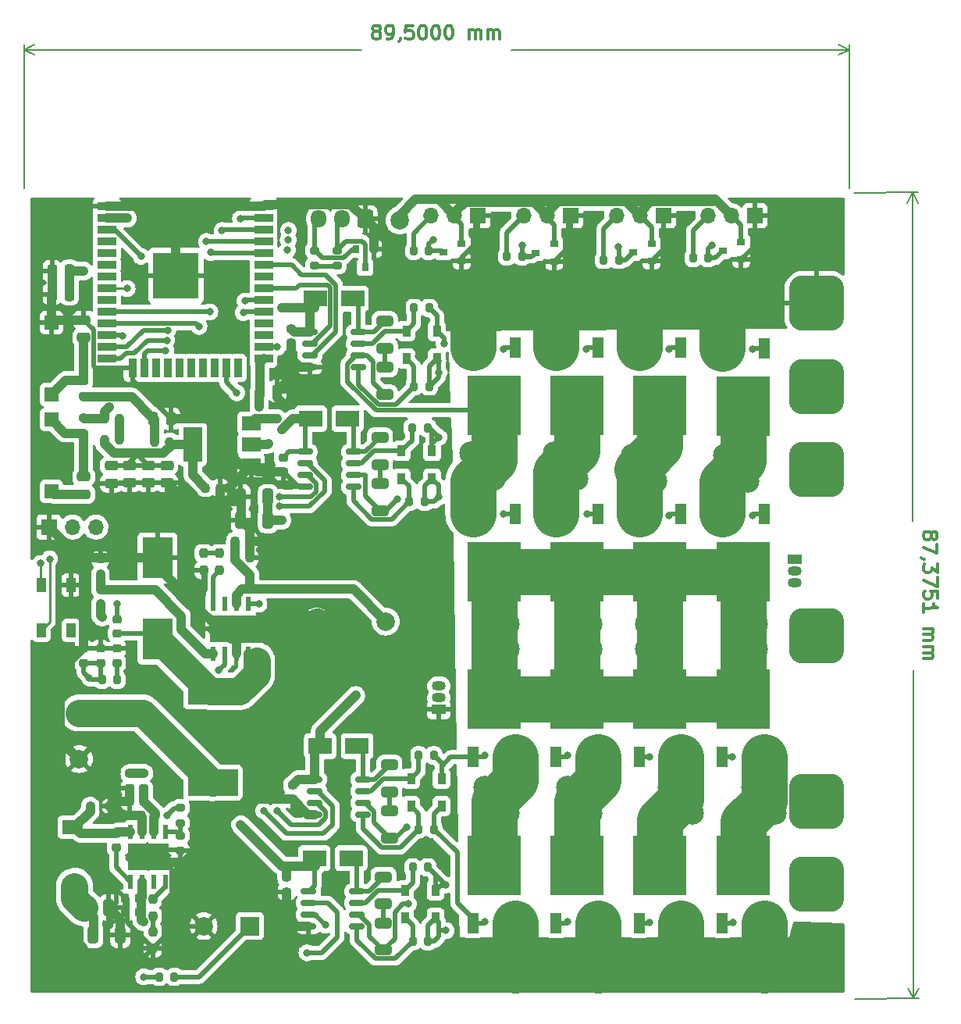
<source format=gbr>
%TF.GenerationSoftware,KiCad,Pcbnew,(6.0.0)*%
%TF.CreationDate,2022-01-17T01:15:48+01:00*%
%TF.ProjectId,DCMotorController,44434d6f-746f-4724-936f-6e74726f6c6c,rev?*%
%TF.SameCoordinates,Original*%
%TF.FileFunction,Copper,L1,Top*%
%TF.FilePolarity,Positive*%
%FSLAX46Y46*%
G04 Gerber Fmt 4.6, Leading zero omitted, Abs format (unit mm)*
G04 Created by KiCad (PCBNEW (6.0.0)) date 2022-01-17 01:15:48*
%MOMM*%
%LPD*%
G01*
G04 APERTURE LIST*
G04 Aperture macros list*
%AMRoundRect*
0 Rectangle with rounded corners*
0 $1 Rounding radius*
0 $2 $3 $4 $5 $6 $7 $8 $9 X,Y pos of 4 corners*
0 Add a 4 corners polygon primitive as box body*
4,1,4,$2,$3,$4,$5,$6,$7,$8,$9,$2,$3,0*
0 Add four circle primitives for the rounded corners*
1,1,$1+$1,$2,$3*
1,1,$1+$1,$4,$5*
1,1,$1+$1,$6,$7*
1,1,$1+$1,$8,$9*
0 Add four rect primitives between the rounded corners*
20,1,$1+$1,$2,$3,$4,$5,0*
20,1,$1+$1,$4,$5,$6,$7,0*
20,1,$1+$1,$6,$7,$8,$9,0*
20,1,$1+$1,$8,$9,$2,$3,0*%
G04 Aperture macros list end*
%ADD10C,0.300000*%
%TA.AperFunction,NonConductor*%
%ADD11C,0.300000*%
%TD*%
%TA.AperFunction,NonConductor*%
%ADD12C,0.200000*%
%TD*%
%TA.AperFunction,ComponentPad*%
%ADD13RoundRect,0.250000X0.600000X0.725000X-0.600000X0.725000X-0.600000X-0.725000X0.600000X-0.725000X0*%
%TD*%
%TA.AperFunction,ComponentPad*%
%ADD14O,1.700000X1.950000*%
%TD*%
%TA.AperFunction,SMDPad,CuDef*%
%ADD15R,1.500000X1.500000*%
%TD*%
%TA.AperFunction,SMDPad,CuDef*%
%ADD16RoundRect,0.250000X0.475000X-0.250000X0.475000X0.250000X-0.475000X0.250000X-0.475000X-0.250000X0*%
%TD*%
%TA.AperFunction,SMDPad,CuDef*%
%ADD17RoundRect,0.250000X-0.250000X-0.475000X0.250000X-0.475000X0.250000X0.475000X-0.250000X0.475000X0*%
%TD*%
%TA.AperFunction,SMDPad,CuDef*%
%ADD18RoundRect,0.250000X0.250000X0.475000X-0.250000X0.475000X-0.250000X-0.475000X0.250000X-0.475000X0*%
%TD*%
%TA.AperFunction,SMDPad,CuDef*%
%ADD19RoundRect,0.250000X-0.475000X0.250000X-0.475000X-0.250000X0.475000X-0.250000X0.475000X0.250000X0*%
%TD*%
%TA.AperFunction,SMDPad,CuDef*%
%ADD20RoundRect,0.250000X-0.650000X0.325000X-0.650000X-0.325000X0.650000X-0.325000X0.650000X0.325000X0*%
%TD*%
%TA.AperFunction,SMDPad,CuDef*%
%ADD21RoundRect,0.225000X-0.250000X0.225000X-0.250000X-0.225000X0.250000X-0.225000X0.250000X0.225000X0*%
%TD*%
%TA.AperFunction,SMDPad,CuDef*%
%ADD22R,0.800000X0.900000*%
%TD*%
%TA.AperFunction,SMDPad,CuDef*%
%ADD23R,0.900000X0.800000*%
%TD*%
%TA.AperFunction,ComponentPad*%
%ADD24R,1.700000X1.700000*%
%TD*%
%TA.AperFunction,ComponentPad*%
%ADD25O,1.700000X1.700000*%
%TD*%
%TA.AperFunction,SMDPad,CuDef*%
%ADD26R,1.200000X2.200000*%
%TD*%
%TA.AperFunction,SMDPad,CuDef*%
%ADD27R,5.800000X6.400000*%
%TD*%
%TA.AperFunction,SMDPad,CuDef*%
%ADD28RoundRect,0.200000X0.275000X-0.200000X0.275000X0.200000X-0.275000X0.200000X-0.275000X-0.200000X0*%
%TD*%
%TA.AperFunction,SMDPad,CuDef*%
%ADD29RoundRect,0.200000X-0.200000X-0.275000X0.200000X-0.275000X0.200000X0.275000X-0.200000X0.275000X0*%
%TD*%
%TA.AperFunction,SMDPad,CuDef*%
%ADD30RoundRect,0.200000X-0.275000X0.200000X-0.275000X-0.200000X0.275000X-0.200000X0.275000X0.200000X0*%
%TD*%
%TA.AperFunction,SMDPad,CuDef*%
%ADD31RoundRect,0.200000X0.200000X0.275000X-0.200000X0.275000X-0.200000X-0.275000X0.200000X-0.275000X0*%
%TD*%
%TA.AperFunction,ComponentPad*%
%ADD32R,1.500000X1.050000*%
%TD*%
%TA.AperFunction,ComponentPad*%
%ADD33O,1.500000X1.050000*%
%TD*%
%TA.AperFunction,SMDPad,CuDef*%
%ADD34RoundRect,0.150000X-0.675000X-0.150000X0.675000X-0.150000X0.675000X0.150000X-0.675000X0.150000X0*%
%TD*%
%TA.AperFunction,SMDPad,CuDef*%
%ADD35R,2.000000X0.900000*%
%TD*%
%TA.AperFunction,SMDPad,CuDef*%
%ADD36R,0.900000X2.000000*%
%TD*%
%TA.AperFunction,SMDPad,CuDef*%
%ADD37R,5.000000X5.000000*%
%TD*%
%TA.AperFunction,SMDPad,CuDef*%
%ADD38R,2.000000X1.500000*%
%TD*%
%TA.AperFunction,SMDPad,CuDef*%
%ADD39R,2.000000X3.800000*%
%TD*%
%TA.AperFunction,ComponentPad*%
%ADD40C,2.000000*%
%TD*%
%TA.AperFunction,SMDPad,CuDef*%
%ADD41R,0.900000X1.200000*%
%TD*%
%TA.AperFunction,SMDPad,CuDef*%
%ADD42RoundRect,0.237500X-0.237500X0.250000X-0.237500X-0.250000X0.237500X-0.250000X0.237500X0.250000X0*%
%TD*%
%TA.AperFunction,SMDPad,CuDef*%
%ADD43RoundRect,0.225000X0.225000X0.250000X-0.225000X0.250000X-0.225000X-0.250000X0.225000X-0.250000X0*%
%TD*%
%TA.AperFunction,SMDPad,CuDef*%
%ADD44RoundRect,0.225000X0.250000X-0.225000X0.250000X0.225000X-0.250000X0.225000X-0.250000X-0.225000X0*%
%TD*%
%TA.AperFunction,ComponentPad*%
%ADD45RoundRect,1.500000X-1.500000X-1.500000X1.500000X-1.500000X1.500000X1.500000X-1.500000X1.500000X0*%
%TD*%
%TA.AperFunction,SMDPad,CuDef*%
%ADD46RoundRect,0.225000X-0.225000X-0.250000X0.225000X-0.250000X0.225000X0.250000X-0.225000X0.250000X0*%
%TD*%
%TA.AperFunction,SMDPad,CuDef*%
%ADD47R,3.300000X4.500000*%
%TD*%
%TA.AperFunction,SMDPad,CuDef*%
%ADD48R,5.400000X2.900000*%
%TD*%
%TA.AperFunction,ComponentPad*%
%ADD49R,2.000000X2.000000*%
%TD*%
%TA.AperFunction,SMDPad,CuDef*%
%ADD50RoundRect,0.237500X0.237500X-0.250000X0.237500X0.250000X-0.237500X0.250000X-0.237500X-0.250000X0*%
%TD*%
%TA.AperFunction,SMDPad,CuDef*%
%ADD51R,2.500000X1.800000*%
%TD*%
%TA.AperFunction,SMDPad,CuDef*%
%ADD52R,1.000000X1.500000*%
%TD*%
%TA.AperFunction,SMDPad,CuDef*%
%ADD53RoundRect,0.250000X0.325000X0.650000X-0.325000X0.650000X-0.325000X-0.650000X0.325000X-0.650000X0*%
%TD*%
%TA.AperFunction,SMDPad,CuDef*%
%ADD54RoundRect,0.250000X-0.325000X-0.650000X0.325000X-0.650000X0.325000X0.650000X-0.325000X0.650000X0*%
%TD*%
%TA.AperFunction,SMDPad,CuDef*%
%ADD55R,2.200000X1.500000*%
%TD*%
%TA.AperFunction,SMDPad,CuDef*%
%ADD56R,0.600000X1.550000*%
%TD*%
%TA.AperFunction,ComponentPad*%
%ADD57C,0.600000*%
%TD*%
%TA.AperFunction,SMDPad,CuDef*%
%ADD58R,3.100000X2.600000*%
%TD*%
%TA.AperFunction,SMDPad,CuDef*%
%ADD59R,4.500000X2.950000*%
%TD*%
%TA.AperFunction,SMDPad,CuDef*%
%ADD60R,0.600000X0.450000*%
%TD*%
%TA.AperFunction,ViaPad*%
%ADD61C,0.800000*%
%TD*%
%TA.AperFunction,ViaPad*%
%ADD62C,2.500000*%
%TD*%
%TA.AperFunction,ViaPad*%
%ADD63C,6.000000*%
%TD*%
%TA.AperFunction,ViaPad*%
%ADD64C,2.000000*%
%TD*%
%TA.AperFunction,Conductor*%
%ADD65C,0.500000*%
%TD*%
%TA.AperFunction,Conductor*%
%ADD66C,1.000000*%
%TD*%
%TA.AperFunction,Conductor*%
%ADD67C,0.250000*%
%TD*%
%TA.AperFunction,Conductor*%
%ADD68C,5.000000*%
%TD*%
%TA.AperFunction,Conductor*%
%ADD69C,3.000000*%
%TD*%
G04 APERTURE END LIST*
D10*
D11*
X138913136Y-57032981D02*
X138984376Y-56890030D01*
X139055711Y-56818508D01*
X139198474Y-56746891D01*
X139269902Y-56746797D01*
X139412853Y-56818037D01*
X139484376Y-56889372D01*
X139555992Y-57032135D01*
X139556368Y-57317849D01*
X139485128Y-57460800D01*
X139413793Y-57532323D01*
X139271030Y-57603939D01*
X139199602Y-57604033D01*
X139056651Y-57532793D01*
X138985128Y-57461458D01*
X138913512Y-57318695D01*
X138913136Y-57032981D01*
X138841519Y-56890218D01*
X138769997Y-56818884D01*
X138627046Y-56747643D01*
X138341332Y-56748019D01*
X138198569Y-56819636D01*
X138127234Y-56891158D01*
X138055994Y-57034109D01*
X138056370Y-57319823D01*
X138127986Y-57462586D01*
X138199509Y-57533921D01*
X138342460Y-57605161D01*
X138628174Y-57604785D01*
X138770937Y-57533169D01*
X138842271Y-57461646D01*
X138913512Y-57318695D01*
X139557402Y-58103563D02*
X139558719Y-59103562D01*
X138057874Y-58462679D01*
X138130995Y-59748299D02*
X138059566Y-59748393D01*
X137916615Y-59677152D01*
X137845092Y-59605818D01*
X139560223Y-60246418D02*
X139561445Y-61174989D01*
X138989359Y-60675741D01*
X138989641Y-60890027D01*
X138918400Y-61032978D01*
X138847066Y-61104500D01*
X138704303Y-61176117D01*
X138347160Y-61176587D01*
X138204209Y-61105346D01*
X138132687Y-61034012D01*
X138061070Y-60891249D01*
X138060506Y-60462678D01*
X138131747Y-60319727D01*
X138203081Y-60248204D01*
X139562103Y-61674988D02*
X139563419Y-62674987D01*
X138062574Y-62034105D01*
X139565111Y-63960700D02*
X139564171Y-63246415D01*
X138849792Y-63175927D01*
X138921315Y-63247261D01*
X138992931Y-63390024D01*
X138993401Y-63747167D01*
X138922161Y-63890118D01*
X138850826Y-63961641D01*
X138708063Y-64033257D01*
X138350921Y-64033727D01*
X138207970Y-63962487D01*
X138136447Y-63891152D01*
X138064831Y-63748389D01*
X138064361Y-63391247D01*
X138135601Y-63248296D01*
X138206936Y-63176773D01*
X138067087Y-65462673D02*
X138065959Y-64605531D01*
X138066523Y-65034102D02*
X139566522Y-65032128D01*
X139352048Y-64889553D01*
X139209003Y-64746884D01*
X139137386Y-64604121D01*
X138069437Y-67248386D02*
X139069436Y-67247070D01*
X138926579Y-67247258D02*
X138998102Y-67318592D01*
X139069718Y-67461355D01*
X139070000Y-67675641D01*
X138998760Y-67818592D01*
X138855997Y-67890209D01*
X138070283Y-67891243D01*
X138855997Y-67890209D02*
X138998948Y-67961449D01*
X139070565Y-68104212D01*
X139070847Y-68318498D01*
X138999606Y-68461449D01*
X138856843Y-68533065D01*
X138071129Y-68534099D01*
X138072070Y-69248384D02*
X139072069Y-69247068D01*
X138929212Y-69247256D02*
X139000734Y-69318591D01*
X139072351Y-69461354D01*
X139072633Y-69675639D01*
X139001392Y-69818590D01*
X138858629Y-69890207D01*
X138072916Y-69891241D01*
X138858629Y-69890207D02*
X139001580Y-69961447D01*
X139073197Y-70104210D01*
X139073479Y-70318496D01*
X139002238Y-70461447D01*
X138859475Y-70533063D01*
X138073762Y-70534098D01*
D12*
X130500000Y-19999342D02*
X137472230Y-19990165D01*
X130615000Y-107374342D02*
X137587230Y-107365165D01*
X136885810Y-19990937D02*
X136932630Y-55564159D01*
X136953990Y-71792716D02*
X137000810Y-107365937D01*
X136885810Y-19990937D02*
X136300872Y-21118212D01*
X136885810Y-19990937D02*
X137473713Y-21116668D01*
X137000810Y-107365937D02*
X137585748Y-106238662D01*
X137000810Y-107365937D02*
X136412907Y-106240206D01*
D10*
D11*
X78607142Y-2521428D02*
X78464285Y-2450000D01*
X78392857Y-2378571D01*
X78321428Y-2235714D01*
X78321428Y-2164285D01*
X78392857Y-2021428D01*
X78464285Y-1950000D01*
X78607142Y-1878571D01*
X78892857Y-1878571D01*
X79035714Y-1950000D01*
X79107142Y-2021428D01*
X79178571Y-2164285D01*
X79178571Y-2235714D01*
X79107142Y-2378571D01*
X79035714Y-2450000D01*
X78892857Y-2521428D01*
X78607142Y-2521428D01*
X78464285Y-2592857D01*
X78392857Y-2664285D01*
X78321428Y-2807142D01*
X78321428Y-3092857D01*
X78392857Y-3235714D01*
X78464285Y-3307142D01*
X78607142Y-3378571D01*
X78892857Y-3378571D01*
X79035714Y-3307142D01*
X79107142Y-3235714D01*
X79178571Y-3092857D01*
X79178571Y-2807142D01*
X79107142Y-2664285D01*
X79035714Y-2592857D01*
X78892857Y-2521428D01*
X79892857Y-3378571D02*
X80178571Y-3378571D01*
X80321428Y-3307142D01*
X80392857Y-3235714D01*
X80535714Y-3021428D01*
X80607142Y-2735714D01*
X80607142Y-2164285D01*
X80535714Y-2021428D01*
X80464285Y-1950000D01*
X80321428Y-1878571D01*
X80035714Y-1878571D01*
X79892857Y-1950000D01*
X79821428Y-2021428D01*
X79750000Y-2164285D01*
X79750000Y-2521428D01*
X79821428Y-2664285D01*
X79892857Y-2735714D01*
X80035714Y-2807142D01*
X80321428Y-2807142D01*
X80464285Y-2735714D01*
X80535714Y-2664285D01*
X80607142Y-2521428D01*
X81321428Y-3307142D02*
X81321428Y-3378571D01*
X81250000Y-3521428D01*
X81178571Y-3592857D01*
X82678571Y-1878571D02*
X81964285Y-1878571D01*
X81892857Y-2592857D01*
X81964285Y-2521428D01*
X82107142Y-2450000D01*
X82464285Y-2450000D01*
X82607142Y-2521428D01*
X82678571Y-2592857D01*
X82750000Y-2735714D01*
X82750000Y-3092857D01*
X82678571Y-3235714D01*
X82607142Y-3307142D01*
X82464285Y-3378571D01*
X82107142Y-3378571D01*
X81964285Y-3307142D01*
X81892857Y-3235714D01*
X83678571Y-1878571D02*
X83821428Y-1878571D01*
X83964285Y-1950000D01*
X84035714Y-2021428D01*
X84107142Y-2164285D01*
X84178571Y-2450000D01*
X84178571Y-2807142D01*
X84107142Y-3092857D01*
X84035714Y-3235714D01*
X83964285Y-3307142D01*
X83821428Y-3378571D01*
X83678571Y-3378571D01*
X83535714Y-3307142D01*
X83464285Y-3235714D01*
X83392857Y-3092857D01*
X83321428Y-2807142D01*
X83321428Y-2450000D01*
X83392857Y-2164285D01*
X83464285Y-2021428D01*
X83535714Y-1950000D01*
X83678571Y-1878571D01*
X85107142Y-1878571D02*
X85250000Y-1878571D01*
X85392857Y-1950000D01*
X85464285Y-2021428D01*
X85535714Y-2164285D01*
X85607142Y-2450000D01*
X85607142Y-2807142D01*
X85535714Y-3092857D01*
X85464285Y-3235714D01*
X85392857Y-3307142D01*
X85250000Y-3378571D01*
X85107142Y-3378571D01*
X84964285Y-3307142D01*
X84892857Y-3235714D01*
X84821428Y-3092857D01*
X84750000Y-2807142D01*
X84750000Y-2450000D01*
X84821428Y-2164285D01*
X84892857Y-2021428D01*
X84964285Y-1950000D01*
X85107142Y-1878571D01*
X86535714Y-1878571D02*
X86678571Y-1878571D01*
X86821428Y-1950000D01*
X86892857Y-2021428D01*
X86964285Y-2164285D01*
X87035714Y-2450000D01*
X87035714Y-2807142D01*
X86964285Y-3092857D01*
X86892857Y-3235714D01*
X86821428Y-3307142D01*
X86678571Y-3378571D01*
X86535714Y-3378571D01*
X86392857Y-3307142D01*
X86321428Y-3235714D01*
X86250000Y-3092857D01*
X86178571Y-2807142D01*
X86178571Y-2450000D01*
X86250000Y-2164285D01*
X86321428Y-2021428D01*
X86392857Y-1950000D01*
X86535714Y-1878571D01*
X88821428Y-3378571D02*
X88821428Y-2378571D01*
X88821428Y-2521428D02*
X88892857Y-2450000D01*
X89035714Y-2378571D01*
X89250000Y-2378571D01*
X89392857Y-2450000D01*
X89464285Y-2592857D01*
X89464285Y-3378571D01*
X89464285Y-2592857D02*
X89535714Y-2450000D01*
X89678571Y-2378571D01*
X89892857Y-2378571D01*
X90035714Y-2450000D01*
X90107142Y-2592857D01*
X90107142Y-3378571D01*
X90821428Y-3378571D02*
X90821428Y-2378571D01*
X90821428Y-2521428D02*
X90892857Y-2450000D01*
X91035714Y-2378571D01*
X91250000Y-2378571D01*
X91392857Y-2450000D01*
X91464285Y-2592857D01*
X91464285Y-3378571D01*
X91464285Y-2592857D02*
X91535714Y-2450000D01*
X91678571Y-2378571D01*
X91892857Y-2378571D01*
X92035714Y-2450000D01*
X92107142Y-2592857D01*
X92107142Y-3378571D01*
D12*
X40500000Y-19500000D02*
X40500000Y-3913580D01*
X130000000Y-19500000D02*
X130000000Y-3913580D01*
X40500000Y-4500000D02*
X77135715Y-4500000D01*
X93364286Y-4500000D02*
X130000000Y-4500000D01*
X40500000Y-4500000D02*
X41626504Y-5086421D01*
X40500000Y-4500000D02*
X41626504Y-3913579D01*
X130000000Y-4500000D02*
X128873496Y-3913579D01*
X130000000Y-4500000D02*
X128873496Y-5086421D01*
D13*
%TO.P,1WIRE1,1,Pin_1*%
%TO.N,GND*%
X77500000Y-22837500D03*
D14*
%TO.P,1WIRE1,2,Pin_2*%
%TO.N,Temp*%
X75000000Y-22837500D03*
%TO.P,1WIRE1,3,Pin_3*%
%TO.N,3_3V*%
X72500000Y-22837500D03*
%TD*%
D15*
%TO.P,Boot1,1,1*%
%TO.N,Net-(Boot1-Pad1)*%
X43500000Y-52400000D03*
%TO.P,Boot1,2,2*%
%TO.N,Net-(Boot1-Pad2)*%
X43500000Y-44600000D03*
%TD*%
D16*
%TO.P,C1,1*%
%TO.N,Net-(Boot1-Pad1)*%
X47000000Y-52700000D03*
%TO.P,C1,2*%
%TO.N,Net-(Boot1-Pad2)*%
X47000000Y-50800000D03*
%TD*%
D17*
%TO.P,C2,1*%
%TO.N,GND*%
X43550000Y-31000000D03*
%TO.P,C2,2*%
%TO.N,3_3V*%
X45450000Y-31000000D03*
%TD*%
D18*
%TO.P,C3,1*%
%TO.N,3_3V*%
X45450000Y-28500000D03*
%TO.P,C3,2*%
%TO.N,GND*%
X43550000Y-28500000D03*
%TD*%
%TO.P,C4,1*%
%TO.N,GND*%
X68000000Y-41500000D03*
%TO.P,C4,2*%
%TO.N,Net-(C4-Pad2)*%
X66100000Y-41500000D03*
%TD*%
D19*
%TO.P,C5,1*%
%TO.N,GND*%
X47000000Y-33800000D03*
%TO.P,C5,2*%
%TO.N,Net-(C5-Pad2)*%
X47000000Y-35700000D03*
%TD*%
D18*
%TO.P,C6,1*%
%TO.N,GND*%
X56450000Y-44500000D03*
%TO.P,C6,2*%
%TO.N,Net-(C6-Pad2)*%
X54550000Y-44500000D03*
%TD*%
D20*
%TO.P,C8,1*%
%TO.N,Net-(C7-Pad2)*%
X79127150Y-51525000D03*
%TO.P,C8,2*%
%TO.N,Net-(C8-Pad2)*%
X79127150Y-54475000D03*
%TD*%
D21*
%TO.P,C10,1*%
%TO.N,VMosfet*%
X69500000Y-34725000D03*
%TO.P,C10,2*%
%TO.N,GND*%
X69500000Y-36275000D03*
%TD*%
D22*
%TO.P,D3,1*%
%TO.N,GND*%
X78450000Y-26087500D03*
%TO.P,D3,2*%
%TO.N,3_3V*%
X76550000Y-26087500D03*
%TO.P,D3,3*%
%TO.N,Temp*%
X77500000Y-28087500D03*
%TD*%
D23*
%TO.P,D14,1*%
%TO.N,GND*%
X87995000Y-27395978D03*
%TO.P,D14,2*%
%TO.N,5V*%
X87995000Y-25495978D03*
%TO.P,D14,3*%
%TO.N,M1_S1*%
X85995000Y-26445978D03*
%TD*%
%TO.P,D15,1*%
%TO.N,GND*%
X98020000Y-27470000D03*
%TO.P,D15,2*%
%TO.N,5V*%
X98020000Y-25570000D03*
%TO.P,D15,3*%
%TO.N,M1_S2*%
X96020000Y-26520000D03*
%TD*%
%TO.P,D16,1*%
%TO.N,GND*%
X108575000Y-27420000D03*
%TO.P,D16,2*%
%TO.N,5V*%
X108575000Y-25520000D03*
%TO.P,D16,3*%
%TO.N,M2_S1*%
X106575000Y-26470000D03*
%TD*%
%TO.P,D17,1*%
%TO.N,GND*%
X118290000Y-27250000D03*
%TO.P,D17,2*%
%TO.N,5V*%
X118290000Y-25350000D03*
%TO.P,D17,3*%
%TO.N,M2_S2*%
X116290000Y-26300000D03*
%TD*%
D24*
%TO.P,J2,1,Pin_1*%
%TO.N,GND*%
X43225000Y-56250000D03*
D25*
%TO.P,J2,2,Pin_2*%
%TO.N,Net-(J2-Pad2)*%
X45765000Y-56250000D03*
%TO.P,J2,3,Pin_3*%
%TO.N,Net-(J2-Pad3)*%
X48305000Y-56250000D03*
%TD*%
D26*
%TO.P,Q3,1,G*%
%TO.N,Net-(D5-Pad2)*%
X111780000Y-54800000D03*
D27*
%TO.P,Q3,2,D*%
%TO.N,VIN*%
X109500000Y-61100000D03*
D26*
%TO.P,Q3,3,S*%
%TO.N,Net-(C8-Pad2)*%
X107220000Y-54800000D03*
%TD*%
%TO.P,Q4,1,G*%
%TO.N,Net-(D5-Pad2)*%
X120780000Y-54800000D03*
D27*
%TO.P,Q4,2,D*%
%TO.N,VIN*%
X118500000Y-61100000D03*
D26*
%TO.P,Q4,3,S*%
%TO.N,Net-(C8-Pad2)*%
X116220000Y-54800000D03*
%TD*%
%TO.P,Q7,1,G*%
%TO.N,Net-(D2-Pad2)*%
X120805000Y-36875000D03*
D27*
%TO.P,Q7,2,D*%
%TO.N,Net-(C8-Pad2)*%
X118525000Y-43175000D03*
D26*
%TO.P,Q7,3,S*%
%TO.N,GND*%
X116245000Y-36875000D03*
%TD*%
%TO.P,Q8,1,G*%
%TO.N,Net-(D2-Pad2)*%
X111780000Y-36800000D03*
D27*
%TO.P,Q8,2,D*%
%TO.N,Net-(C8-Pad2)*%
X109500000Y-43100000D03*
D26*
%TO.P,Q8,3,S*%
%TO.N,GND*%
X107220000Y-36800000D03*
%TD*%
%TO.P,Q11,1,G*%
%TO.N,Net-(D6-Pad2)*%
X102780000Y-54800000D03*
D27*
%TO.P,Q11,2,D*%
%TO.N,VIN*%
X100500000Y-61100000D03*
D26*
%TO.P,Q11,3,S*%
%TO.N,Net-(C11-Pad2)*%
X98220000Y-54800000D03*
%TD*%
%TO.P,Q12,1,G*%
%TO.N,Net-(D6-Pad2)*%
X93780000Y-54800000D03*
D27*
%TO.P,Q12,2,D*%
%TO.N,VIN*%
X91500000Y-61100000D03*
D26*
%TO.P,Q12,3,S*%
%TO.N,Net-(C11-Pad2)*%
X89220000Y-54800000D03*
%TD*%
%TO.P,Q15,1,G*%
%TO.N,Net-(D7-Pad2)*%
X102780000Y-36800000D03*
D27*
%TO.P,Q15,2,D*%
%TO.N,Net-(C11-Pad2)*%
X100500000Y-43100000D03*
D26*
%TO.P,Q15,3,S*%
%TO.N,GND*%
X98220000Y-36800000D03*
%TD*%
%TO.P,Q16,1,G*%
%TO.N,Net-(D7-Pad2)*%
X93780000Y-36800000D03*
D27*
%TO.P,Q16,2,D*%
%TO.N,Net-(C11-Pad2)*%
X91500000Y-43100000D03*
D26*
%TO.P,Q16,3,S*%
%TO.N,GND*%
X89220000Y-36800000D03*
%TD*%
D28*
%TO.P,R1,1*%
%TO.N,Net-(R1-Pad1)*%
X72000000Y-27912500D03*
%TO.P,R1,2*%
%TO.N,3_3V*%
X72000000Y-26262500D03*
%TD*%
%TO.P,R2,1*%
%TO.N,Net-(R1-Pad1)*%
X74500000Y-27912500D03*
%TO.P,R2,2*%
%TO.N,Temp*%
X74500000Y-26262500D03*
%TD*%
D29*
%TO.P,R4,1*%
%TO.N,Net-(D5-Pad1)*%
X82627150Y-45500000D03*
%TO.P,R4,2*%
%TO.N,Net-(D5-Pad2)*%
X84277150Y-45500000D03*
%TD*%
%TO.P,R6,1*%
%TO.N,Net-(D2-Pad1)*%
X82302150Y-53500000D03*
%TO.P,R6,2*%
%TO.N,Net-(D2-Pad2)*%
X83952150Y-53500000D03*
%TD*%
%TO.P,R8,1*%
%TO.N,Net-(D6-Pad1)*%
X82825000Y-32500000D03*
%TO.P,R8,2*%
%TO.N,Net-(D6-Pad2)*%
X84475000Y-32500000D03*
%TD*%
%TO.P,R10,1*%
%TO.N,Net-(D7-Pad1)*%
X82825000Y-41000000D03*
%TO.P,R10,2*%
%TO.N,Net-(D7-Pad2)*%
X84475000Y-41000000D03*
%TD*%
D30*
%TO.P,R13,1*%
%TO.N,Net-(C4-Pad2)*%
X47000000Y-44425000D03*
%TO.P,R13,2*%
%TO.N,Net-(Boot1-Pad2)*%
X47000000Y-46075000D03*
%TD*%
D29*
%TO.P,R14,1*%
%TO.N,Net-(C4-Pad2)*%
X49262500Y-44500000D03*
%TO.P,R14,2*%
%TO.N,Net-(R14-Pad2)*%
X50912500Y-44500000D03*
%TD*%
D31*
%TO.P,R15,1*%
%TO.N,Net-(R14-Pad2)*%
X50912500Y-46750000D03*
%TO.P,R15,2*%
%TO.N,3_3V*%
X49262500Y-46750000D03*
%TD*%
D29*
%TO.P,R16,1*%
%TO.N,Net-(C6-Pad2)*%
X54675000Y-47000000D03*
%TO.P,R16,2*%
%TO.N,3_3V*%
X56325000Y-47000000D03*
%TD*%
D28*
%TO.P,R17,1*%
%TO.N,Net-(C6-Pad2)*%
X47000000Y-42075000D03*
%TO.P,R17,2*%
%TO.N,Net-(C5-Pad2)*%
X47000000Y-40425000D03*
%TD*%
D15*
%TO.P,Reset1,1,1*%
%TO.N,GND*%
X43500000Y-34100000D03*
%TO.P,Reset1,2,2*%
%TO.N,Net-(C5-Pad2)*%
X43500000Y-41900000D03*
%TD*%
D32*
%TO.P,U1,1,GND*%
%TO.N,GND*%
X124140000Y-59730000D03*
D33*
%TO.P,U1,2,DQ*%
%TO.N,Temp*%
X124140000Y-61000000D03*
%TO.P,U1,3,VDD*%
%TO.N,3_3V*%
X124140000Y-62270000D03*
%TD*%
D34*
%TO.P,U3,1,VCC*%
%TO.N,VMosfet*%
X71002150Y-48095000D03*
%TO.P,U3,2,HIN*%
%TO.N,M1_A_HI*%
X71002150Y-49365000D03*
%TO.P,U3,3,~{LIN}*%
%TO.N,M1_A_LO*%
X71002150Y-50635000D03*
%TO.P,U3,4,COM*%
%TO.N,GND*%
X71002150Y-51905000D03*
%TO.P,U3,5,LO*%
%TO.N,Net-(D2-Pad1)*%
X76252150Y-51905000D03*
%TO.P,U3,6,VS*%
%TO.N,Net-(C8-Pad2)*%
X76252150Y-50635000D03*
%TO.P,U3,7,HO*%
%TO.N,Net-(D5-Pad1)*%
X76252150Y-49365000D03*
%TO.P,U3,8,VB*%
%TO.N,Net-(C7-Pad1)*%
X76252150Y-48095000D03*
%TD*%
D35*
%TO.P,U4,1,GND*%
%TO.N,GND*%
X49500000Y-21495000D03*
%TO.P,U4,2,VDD*%
%TO.N,3_3V*%
X49500000Y-22765000D03*
%TO.P,U4,3,EN*%
%TO.N,Net-(C6-Pad2)*%
X49500000Y-24035000D03*
%TO.P,U4,4,SENSOR_VP*%
%TO.N,PLANT6_MOIST*%
X49500000Y-25305000D03*
%TO.P,U4,5,SENSOR_VN*%
%TO.N,PLANT5_MOIST*%
X49500000Y-26575000D03*
%TO.P,U4,6,IO34*%
%TO.N,CUSTOM_GPIO34*%
X49500000Y-27845000D03*
%TO.P,U4,7,IO35*%
%TO.N,CUSTOM_GPIO35*%
X49500000Y-29115000D03*
%TO.P,U4,8,IO32*%
%TO.N,Net-(D20-Pad4)*%
X49500000Y-30385000D03*
%TO.P,U4,9,IO33*%
%TO.N,PLANT1_MOIST*%
X49500000Y-31655000D03*
%TO.P,U4,10,IO25*%
%TO.N,M2_B_HI*%
X49500000Y-32925000D03*
%TO.P,U4,11,IO26*%
%TO.N,M2_B_LO*%
X49500000Y-34195000D03*
%TO.P,U4,12,IO27*%
%TO.N,Net-(R11-Pad1)*%
X49500000Y-35465000D03*
%TO.P,U4,13,IO14*%
%TO.N,M1_S1*%
X49500000Y-36735000D03*
%TO.P,U4,14,IO12*%
%TO.N,M1_S2*%
X49500000Y-38005000D03*
D36*
%TO.P,U4,15,GND*%
%TO.N,GND*%
X52285000Y-39005000D03*
%TO.P,U4,16,IO13*%
%TO.N,M2_S1*%
X53555000Y-39005000D03*
%TO.P,U4,17,SHD/SD2*%
%TO.N,unconnected-(U4-Pad17)*%
X54825000Y-39005000D03*
%TO.P,U4,18,SWP/SD3*%
%TO.N,unconnected-(U4-Pad18)*%
X56095000Y-39005000D03*
%TO.P,U4,19,SCS/CMD*%
%TO.N,unconnected-(U4-Pad19)*%
X57365000Y-39005000D03*
%TO.P,U4,20,SCK/CLK*%
%TO.N,unconnected-(U4-Pad20)*%
X58635000Y-39005000D03*
%TO.P,U4,21,SDO/SD0*%
%TO.N,unconnected-(U4-Pad21)*%
X59905000Y-39005000D03*
%TO.P,U4,22,SDI/SD1*%
%TO.N,unconnected-(U4-Pad22)*%
X61175000Y-39005000D03*
%TO.P,U4,23,IO15*%
%TO.N,M1_A_HI*%
X62445000Y-39005000D03*
%TO.P,U4,24,IO2*%
%TO.N,CUSTOM_GPIO2*%
X63715000Y-39005000D03*
D35*
%TO.P,U4,25,IO0*%
%TO.N,Net-(C4-Pad2)*%
X66500000Y-38005000D03*
%TO.P,U4,26,IO4*%
%TO.N,Temp*%
X66500000Y-36735000D03*
%TO.P,U4,27,IO16*%
%TO.N,SCL*%
X66500000Y-35465000D03*
%TO.P,U4,28,IO17*%
%TO.N,SDA*%
X66500000Y-34195000D03*
%TO.P,U4,29,IO5*%
%TO.N,M2_S2*%
X66500000Y-32925000D03*
%TO.P,U4,30,IO18*%
%TO.N,M1_A_LO*%
X66500000Y-31655000D03*
%TO.P,U4,31,IO19*%
%TO.N,M1_B_HI*%
X66500000Y-30385000D03*
%TO.P,U4,32,NC*%
%TO.N,unconnected-(U4-Pad32)*%
X66500000Y-29115000D03*
%TO.P,U4,33,IO21*%
%TO.N,M1_B_LO*%
X66500000Y-27845000D03*
%TO.P,U4,34,RXD0/IO3*%
%TO.N,Net-(J2-Pad3)*%
X66500000Y-26575000D03*
%TO.P,U4,35,TXD0/IO1*%
%TO.N,Net-(J2-Pad2)*%
X66500000Y-25305000D03*
%TO.P,U4,36,IO22*%
%TO.N,M2_A_HI*%
X66500000Y-24035000D03*
%TO.P,U4,37,IO23*%
%TO.N,M2_A_LO*%
X66500000Y-22765000D03*
%TO.P,U4,38,GND*%
%TO.N,GND*%
X66500000Y-21495000D03*
D37*
%TO.P,U4,39,GND*%
X57000000Y-28995000D03*
%TD*%
D34*
%TO.P,U6,1,VCC*%
%TO.N,VMosfet*%
X71525000Y-35095000D03*
%TO.P,U6,2,HIN*%
%TO.N,M1_B_HI*%
X71525000Y-36365000D03*
%TO.P,U6,3,~{LIN}*%
%TO.N,M1_B_LO*%
X71525000Y-37635000D03*
%TO.P,U6,4,COM*%
%TO.N,GND*%
X71525000Y-38905000D03*
%TO.P,U6,5,LO*%
%TO.N,Net-(D7-Pad1)*%
X76775000Y-38905000D03*
%TO.P,U6,6,VS*%
%TO.N,Net-(C11-Pad2)*%
X76775000Y-37635000D03*
%TO.P,U6,7,HO*%
%TO.N,Net-(D6-Pad1)*%
X76775000Y-36365000D03*
%TO.P,U6,8,VB*%
%TO.N,Net-(C9-Pad1)*%
X76775000Y-35095000D03*
%TD*%
D38*
%TO.P,U8,1,GND*%
%TO.N,GND*%
X65150000Y-49575000D03*
D39*
%TO.P,U8,2,VO*%
%TO.N,3_3V*%
X58850000Y-47275000D03*
D38*
X65150000Y-47275000D03*
%TO.P,U8,3,VI*%
%TO.N,5V*%
X65150000Y-44975000D03*
%TD*%
D26*
%TO.P,Q14,1,G*%
%TO.N,Net-(D13-Pad2)*%
X89220000Y-99200000D03*
D27*
%TO.P,Q14,2,D*%
%TO.N,Net-(C27-Pad2)*%
X91500000Y-92900000D03*
D26*
%TO.P,Q14,3,S*%
%TO.N,GND*%
X93780000Y-99200000D03*
%TD*%
%TO.P,Q13,1,G*%
%TO.N,Net-(D13-Pad2)*%
X98220000Y-99200000D03*
D27*
%TO.P,Q13,2,D*%
%TO.N,Net-(C27-Pad2)*%
X100500000Y-92900000D03*
D26*
%TO.P,Q13,3,S*%
%TO.N,GND*%
X102780000Y-99200000D03*
%TD*%
%TO.P,Q10,1,G*%
%TO.N,Net-(D12-Pad2)*%
X89220000Y-81200000D03*
D27*
%TO.P,Q10,2,D*%
%TO.N,VIN*%
X91500000Y-74900000D03*
D26*
%TO.P,Q10,3,S*%
%TO.N,Net-(C27-Pad2)*%
X93780000Y-81200000D03*
%TD*%
%TO.P,Q9,1,G*%
%TO.N,Net-(D12-Pad2)*%
X98220000Y-81200000D03*
D27*
%TO.P,Q9,2,D*%
%TO.N,VIN*%
X100500000Y-74900000D03*
D26*
%TO.P,Q9,3,S*%
%TO.N,Net-(C27-Pad2)*%
X102780000Y-81200000D03*
%TD*%
%TO.P,Q6,1,G*%
%TO.N,Net-(D10-Pad2)*%
X107220000Y-99200000D03*
D27*
%TO.P,Q6,2,D*%
%TO.N,Net-(C14-Pad2)*%
X109500000Y-92900000D03*
D26*
%TO.P,Q6,3,S*%
%TO.N,GND*%
X111780000Y-99200000D03*
%TD*%
%TO.P,Q5,1,G*%
%TO.N,Net-(D10-Pad2)*%
X116245000Y-99200000D03*
D27*
%TO.P,Q5,2,D*%
%TO.N,Net-(C14-Pad2)*%
X118525000Y-92900000D03*
D26*
%TO.P,Q5,3,S*%
%TO.N,GND*%
X120805000Y-99200000D03*
%TD*%
%TO.P,Q2,1,G*%
%TO.N,Net-(D9-Pad2)*%
X116220000Y-81200000D03*
D27*
%TO.P,Q2,2,D*%
%TO.N,VIN*%
X118500000Y-74900000D03*
D26*
%TO.P,Q2,3,S*%
%TO.N,Net-(C14-Pad2)*%
X120780000Y-81200000D03*
%TD*%
%TO.P,Q1,1,G*%
%TO.N,Net-(D9-Pad2)*%
X107220000Y-81200000D03*
D27*
%TO.P,Q1,2,D*%
%TO.N,VIN*%
X109500000Y-74900000D03*
D26*
%TO.P,Q1,3,S*%
%TO.N,Net-(C14-Pad2)*%
X111780000Y-81200000D03*
%TD*%
D34*
%TO.P,U5,1,VCC*%
%TO.N,VMosfet*%
X72025000Y-83595000D03*
%TO.P,U5,2,HIN*%
%TO.N,M2_B_HI*%
X72025000Y-84865000D03*
%TO.P,U5,3,~{LIN}*%
%TO.N,M2_B_LO*%
X72025000Y-86135000D03*
%TO.P,U5,4,COM*%
%TO.N,GND*%
X72025000Y-87405000D03*
%TO.P,U5,5,LO*%
%TO.N,Net-(D13-Pad1)*%
X77275000Y-87405000D03*
%TO.P,U5,6,VS*%
%TO.N,Net-(C27-Pad2)*%
X77275000Y-86135000D03*
%TO.P,U5,7,HO*%
%TO.N,Net-(D12-Pad1)*%
X77275000Y-84865000D03*
%TO.P,U5,8,VB*%
%TO.N,Net-(C26-Pad1)*%
X77275000Y-83595000D03*
%TD*%
D29*
%TO.P,R9,1*%
%TO.N,Net-(D13-Pad1)*%
X83325000Y-89000000D03*
%TO.P,R9,2*%
%TO.N,Net-(D13-Pad2)*%
X84975000Y-89000000D03*
%TD*%
D34*
%TO.P,U2,1,VCC*%
%TO.N,VMosfet*%
X71375000Y-95730000D03*
%TO.P,U2,2,HIN*%
%TO.N,M2_A_HI*%
X71375000Y-97000000D03*
%TO.P,U2,3,~{LIN}*%
%TO.N,M2_A_LO*%
X71375000Y-98270000D03*
%TO.P,U2,4,COM*%
%TO.N,GND*%
X71375000Y-99540000D03*
%TO.P,U2,5,LO*%
%TO.N,Net-(D10-Pad1)*%
X76625000Y-99540000D03*
%TO.P,U2,6,VS*%
%TO.N,Net-(C14-Pad2)*%
X76625000Y-98270000D03*
%TO.P,U2,7,HO*%
%TO.N,Net-(D9-Pad1)*%
X76625000Y-97000000D03*
%TO.P,U2,8,VB*%
%TO.N,Net-(C13-Pad1)*%
X76625000Y-95730000D03*
%TD*%
D32*
%TO.P,U9,1,GND*%
%TO.N,GND*%
X85500000Y-76040000D03*
D33*
%TO.P,U9,2,DQ*%
%TO.N,Temp*%
X85500000Y-74770000D03*
%TO.P,U9,3,VDD*%
%TO.N,3_3V*%
X85500000Y-73500000D03*
%TD*%
D24*
%TO.P,M1_S1,1,Pin_1*%
%TO.N,GND*%
X89770000Y-22520000D03*
D25*
%TO.P,M1_S1,2,Pin_2*%
%TO.N,5V*%
X87230000Y-22520000D03*
%TO.P,M1_S1,3,Pin_3*%
%TO.N,Net-(M1_S1-Pad3)*%
X84690000Y-22520000D03*
%TD*%
D24*
%TO.P,M1_S2,1,Pin_1*%
%TO.N,GND*%
X99795000Y-22520000D03*
D25*
%TO.P,M1_S2,2,Pin_2*%
%TO.N,5V*%
X97255000Y-22520000D03*
%TO.P,M1_S2,3,Pin_3*%
%TO.N,Net-(M1_S2-Pad3)*%
X94715000Y-22520000D03*
%TD*%
D24*
%TO.P,M2_S1,1,Pin_1*%
%TO.N,GND*%
X109850000Y-22520000D03*
D25*
%TO.P,M2_S1,2,Pin_2*%
%TO.N,5V*%
X107310000Y-22520000D03*
%TO.P,M2_S1,3,Pin_3*%
%TO.N,Net-(M2_S1-Pad3)*%
X104770000Y-22520000D03*
%TD*%
D24*
%TO.P,M2_S2,1,Pin_1*%
%TO.N,GND*%
X119790000Y-22500000D03*
D25*
%TO.P,M2_S2,2,Pin_2*%
%TO.N,5V*%
X117250000Y-22500000D03*
%TO.P,M2_S2,3,Pin_3*%
%TO.N,Net-(M2_S2-Pad3)*%
X114710000Y-22500000D03*
%TD*%
D40*
%TO.P,C23,1*%
%TO.N,VIN*%
X79750000Y-66500000D03*
%TO.P,C23,2*%
%TO.N,GND*%
X72250000Y-66500000D03*
%TD*%
D41*
%TO.P,D9,1,K*%
%TO.N,Net-(D9-Pad1)*%
X81850000Y-95635000D03*
%TO.P,D9,2,A*%
%TO.N,Net-(D9-Pad2)*%
X85150000Y-95635000D03*
%TD*%
D42*
%TO.P,R18,1*%
%TO.N,Net-(R18-Pad1)*%
X54500000Y-96587500D03*
%TO.P,R18,2*%
%TO.N,Net-(R18-Pad2)*%
X54500000Y-98412500D03*
%TD*%
D43*
%TO.P,C36,1*%
%TO.N,Net-(C35-Pad1)*%
X54775000Y-87500000D03*
%TO.P,C36,2*%
%TO.N,GND*%
X53225000Y-87500000D03*
%TD*%
D41*
%TO.P,D13,1,K*%
%TO.N,Net-(D13-Pad1)*%
X82500000Y-86500000D03*
%TO.P,D13,2,A*%
%TO.N,Net-(D13-Pad2)*%
X85800000Y-86500000D03*
%TD*%
D43*
%TO.P,C35,1*%
%TO.N,Net-(C35-Pad1)*%
X53525000Y-86000000D03*
%TO.P,C35,2*%
%TO.N,GND*%
X51975000Y-86000000D03*
%TD*%
D44*
%TO.P,C22,1*%
%TO.N,Net-(C21-Pad1)*%
X48800000Y-70975000D03*
%TO.P,C22,2*%
%TO.N,GND*%
X48800000Y-69425000D03*
%TD*%
D45*
%TO.P,VIN1,1,Pin_1*%
%TO.N,VIN*%
X126500000Y-68000000D03*
%TD*%
D46*
%TO.P,C19,1*%
%TO.N,VIN*%
X63425000Y-59600000D03*
%TO.P,C19,2*%
%TO.N,GND*%
X64975000Y-59600000D03*
%TD*%
%TO.P,C17,1*%
%TO.N,3_3V*%
X60225000Y-52000000D03*
%TO.P,C17,2*%
%TO.N,GND*%
X61775000Y-52000000D03*
%TD*%
D20*
%TO.P,C26,1*%
%TO.N,Net-(C26-Pad1)*%
X80150000Y-82025000D03*
%TO.P,C26,2*%
%TO.N,Net-(C26-Pad2)*%
X80150000Y-84975000D03*
%TD*%
D41*
%TO.P,D7,1,K*%
%TO.N,Net-(D7-Pad1)*%
X82000000Y-38000000D03*
%TO.P,D7,2,A*%
%TO.N,Net-(D7-Pad2)*%
X85300000Y-38000000D03*
%TD*%
D19*
%TO.P,C39,1*%
%TO.N,3_3V*%
X50000000Y-49600000D03*
%TO.P,C39,2*%
%TO.N,GND*%
X50000000Y-51500000D03*
%TD*%
D29*
%TO.P,R12,1*%
%TO.N,Net-(C21-Pad1)*%
X48975000Y-72800000D03*
%TO.P,R12,2*%
%TO.N,Net-(C24-Pad1)*%
X50625000Y-72800000D03*
%TD*%
%TO.P,R7,1*%
%TO.N,Net-(D12-Pad1)*%
X83325000Y-81000000D03*
%TO.P,R7,2*%
%TO.N,Net-(D12-Pad2)*%
X84975000Y-81000000D03*
%TD*%
D30*
%TO.P,Rvoltage4,1*%
%TO.N,Net-(Rvoltage3-Pad2)*%
X57500000Y-89675000D03*
%TO.P,Rvoltage4,2*%
%TO.N,GND*%
X57500000Y-91325000D03*
%TD*%
D45*
%TO.P,M1-1,1,Pin_1*%
%TO.N,Net-(C11-Pad2)*%
X126500000Y-41000000D03*
%TD*%
D42*
%TO.P,R21,1*%
%TO.N,Net-(R19-Pad2)*%
X60000000Y-59087500D03*
%TO.P,R21,2*%
%TO.N,GND*%
X60000000Y-60912500D03*
%TD*%
D21*
%TO.P,C28,1*%
%TO.N,VMosfet*%
X69000000Y-94225000D03*
%TO.P,C28,2*%
%TO.N,GND*%
X69000000Y-95775000D03*
%TD*%
D29*
%TO.P,R23,1*%
%TO.N,Net-(M1_S1-Pad3)*%
X82775000Y-26300000D03*
%TO.P,R23,2*%
%TO.N,M1_S1*%
X84425000Y-26300000D03*
%TD*%
D41*
%TO.P,D2,1,K*%
%TO.N,Net-(D2-Pad1)*%
X81477150Y-51000000D03*
%TO.P,D2,2,A*%
%TO.N,Net-(D2-Pad2)*%
X84777150Y-51000000D03*
%TD*%
D21*
%TO.P,C15,1*%
%TO.N,Net-(C15-Pad1)*%
X50600000Y-66225000D03*
%TO.P,C15,2*%
%TO.N,Net-(C15-Pad2)*%
X50600000Y-67775000D03*
%TD*%
D29*
%TO.P,R25,1*%
%TO.N,Net-(M2_S1-Pad3)*%
X103375000Y-27300000D03*
%TO.P,R25,2*%
%TO.N,M2_S1*%
X105025000Y-27300000D03*
%TD*%
D47*
%TO.P,D18,1,K*%
%TO.N,Net-(C15-Pad2)*%
X55000000Y-68400000D03*
%TO.P,D18,2,A*%
%TO.N,GND*%
X55000000Y-59600000D03*
%TD*%
D29*
%TO.P,R5,1*%
%TO.N,Net-(D10-Pad1)*%
X82675000Y-101135000D03*
%TO.P,R5,2*%
%TO.N,Net-(D10-Pad2)*%
X84325000Y-101135000D03*
%TD*%
D45*
%TO.P,M2+1,1,Pin_1*%
%TO.N,Net-(C14-Pad2)*%
X126500000Y-86000000D03*
%TD*%
D20*
%TO.P,C9,1*%
%TO.N,Net-(C9-Pad1)*%
X79650000Y-33925000D03*
%TO.P,C9,2*%
%TO.N,Net-(C11-Pad1)*%
X79650000Y-36875000D03*
%TD*%
D45*
%TO.P,M2-1,1,Pin_1*%
%TO.N,Net-(C27-Pad2)*%
X126500000Y-95000000D03*
%TD*%
D19*
%TO.P,C29,1*%
%TO.N,3_3V*%
X56000000Y-49550000D03*
%TO.P,C29,2*%
%TO.N,GND*%
X56000000Y-51450000D03*
%TD*%
%TO.P,C40,1*%
%TO.N,3_3V*%
X51990000Y-49550000D03*
%TO.P,C40,2*%
%TO.N,GND*%
X51990000Y-51450000D03*
%TD*%
D20*
%TO.P,C11,1*%
%TO.N,Net-(C11-Pad1)*%
X79650000Y-38925000D03*
%TO.P,C11,2*%
%TO.N,Net-(C11-Pad2)*%
X79650000Y-41875000D03*
%TD*%
D41*
%TO.P,D10,1,K*%
%TO.N,Net-(D10-Pad1)*%
X81850000Y-98635000D03*
%TO.P,D10,2,A*%
%TO.N,Net-(D10-Pad2)*%
X85150000Y-98635000D03*
%TD*%
D20*
%TO.P,C27,1*%
%TO.N,Net-(C26-Pad2)*%
X80150000Y-87025000D03*
%TO.P,C27,2*%
%TO.N,Net-(C27-Pad2)*%
X80150000Y-89975000D03*
%TD*%
D48*
%TO.P,L1,1,1*%
%TO.N,Net-(C15-Pad2)*%
X61000000Y-74050000D03*
%TO.P,L1,2,2*%
%TO.N,5V*%
X61000000Y-83950000D03*
%TD*%
D49*
%TO.P,BZ1,1,-*%
%TO.N,Net-(BZ1-Pad1)*%
X65000000Y-99500000D03*
D40*
%TO.P,BZ1,2,+*%
%TO.N,GND*%
X60000000Y-99500000D03*
%TD*%
D44*
%TO.P,C33,1*%
%TO.N,Net-(C33-Pad1)*%
X50500000Y-91000000D03*
%TO.P,C33,2*%
%TO.N,Net-(C33-Pad2)*%
X50500000Y-89450000D03*
%TD*%
D42*
%TO.P,R20,1*%
%TO.N,Net-(R18-Pad2)*%
X54500000Y-100087500D03*
%TO.P,R20,2*%
%TO.N,GND*%
X54500000Y-101912500D03*
%TD*%
D19*
%TO.P,C41,1*%
%TO.N,3_3V*%
X54000000Y-49550000D03*
%TO.P,C41,2*%
%TO.N,GND*%
X54000000Y-51450000D03*
%TD*%
D50*
%TO.P,R19,1*%
%TO.N,Net-(R19-Pad1)*%
X61750000Y-60912500D03*
%TO.P,R19,2*%
%TO.N,Net-(R19-Pad2)*%
X61750000Y-59087500D03*
%TD*%
D20*
%TO.P,C7,1*%
%TO.N,Net-(C7-Pad1)*%
X79127150Y-46525000D03*
%TO.P,C7,2*%
%TO.N,Net-(C7-Pad2)*%
X79127150Y-49475000D03*
%TD*%
%TO.P,C14,1*%
%TO.N,Net-(C13-Pad2)*%
X79500000Y-99160000D03*
%TO.P,C14,2*%
%TO.N,Net-(C14-Pad2)*%
X79500000Y-102110000D03*
%TD*%
D45*
%TO.P,GND1,1,Pin_1*%
%TO.N,GND*%
X126500000Y-32000000D03*
%TD*%
D44*
%TO.P,C24,1*%
%TO.N,Net-(C24-Pad1)*%
X50600000Y-70975000D03*
%TO.P,C24,2*%
%TO.N,GND*%
X50600000Y-69425000D03*
%TD*%
D28*
%TO.P,Rvoltage1,1*%
%TO.N,5V*%
X48800000Y-64625000D03*
%TO.P,Rvoltage1,2*%
%TO.N,Net-(Rvoltage1-Pad2)*%
X48800000Y-62975000D03*
%TD*%
D51*
%TO.P,D8,1,K*%
%TO.N,Net-(C13-Pad1)*%
X76000000Y-92135000D03*
%TO.P,D8,2,A*%
%TO.N,VMosfet*%
X72000000Y-92135000D03*
%TD*%
D41*
%TO.P,D6,1,K*%
%TO.N,Net-(D6-Pad1)*%
X82000000Y-35000000D03*
%TO.P,D6,2,A*%
%TO.N,Net-(D6-Pad2)*%
X85300000Y-35000000D03*
%TD*%
D21*
%TO.P,C25,1*%
%TO.N,VMosfet*%
X68627150Y-48725000D03*
%TO.P,C25,2*%
%TO.N,GND*%
X68627150Y-50275000D03*
%TD*%
D52*
%TO.P,D20,1,VDD*%
%TO.N,3_3V*%
X42400000Y-67450000D03*
%TO.P,D20,2,DOUT*%
%TO.N,unconnected-(D20-Pad2)*%
X45600000Y-67450000D03*
%TO.P,D20,3,VSS*%
%TO.N,GND*%
X45600000Y-62550000D03*
%TO.P,D20,4,DIN*%
%TO.N,Net-(D20-Pad4)*%
X42400000Y-62550000D03*
%TD*%
D29*
%TO.P,R11,1*%
%TO.N,Net-(R11-Pad1)*%
X55175000Y-105000000D03*
%TO.P,R11,2*%
%TO.N,Net-(BZ1-Pad1)*%
X56825000Y-105000000D03*
%TD*%
D41*
%TO.P,D12,1,K*%
%TO.N,Net-(D12-Pad1)*%
X82500000Y-83500000D03*
%TO.P,D12,2,A*%
%TO.N,Net-(D12-Pad2)*%
X85800000Y-83500000D03*
%TD*%
D53*
%TO.P,C16,1*%
%TO.N,5V*%
X66975000Y-53000000D03*
%TO.P,C16,2*%
%TO.N,GND*%
X64025000Y-53000000D03*
%TD*%
D41*
%TO.P,D5,1,K*%
%TO.N,Net-(D5-Pad1)*%
X81477150Y-48000000D03*
%TO.P,D5,2,A*%
%TO.N,Net-(D5-Pad2)*%
X84777150Y-48000000D03*
%TD*%
D43*
%TO.P,C32,1*%
%TO.N,VIN*%
X53025000Y-96500000D03*
%TO.P,C32,2*%
%TO.N,GND*%
X51475000Y-96500000D03*
%TD*%
D49*
%TO.P,C30,1*%
%TO.N,5V*%
X46500000Y-76400000D03*
D40*
%TO.P,C30,2*%
%TO.N,GND*%
X46500000Y-81400000D03*
%TD*%
D29*
%TO.P,R26,1*%
%TO.N,Net-(M2_S2-Pad3)*%
X113075000Y-27100000D03*
%TO.P,R26,2*%
%TO.N,M2_S2*%
X114725000Y-27100000D03*
%TD*%
D45*
%TO.P,M1+1,1,Pin_1*%
%TO.N,Net-(C8-Pad2)*%
X126500000Y-50000000D03*
%TD*%
D21*
%TO.P,C12,1*%
%TO.N,VMosfet*%
X69650000Y-84225000D03*
%TO.P,C12,2*%
%TO.N,GND*%
X69650000Y-85775000D03*
%TD*%
D53*
%TO.P,C18,1*%
%TO.N,5V*%
X66975000Y-55500000D03*
%TO.P,C18,2*%
%TO.N,GND*%
X64025000Y-55500000D03*
%TD*%
D54*
%TO.P,C38,1*%
%TO.N,VMosfet*%
X48025000Y-100500000D03*
%TO.P,C38,2*%
%TO.N,GND*%
X50975000Y-100500000D03*
%TD*%
D51*
%TO.P,D1,1,K*%
%TO.N,Net-(C7-Pad1)*%
X75627150Y-44500000D03*
%TO.P,D1,2,A*%
%TO.N,VMosfet*%
X71627150Y-44500000D03*
%TD*%
D30*
%TO.P,Rvoltage3,1*%
%TO.N,VMosfet*%
X57500000Y-86675000D03*
%TO.P,Rvoltage3,2*%
%TO.N,Net-(Rvoltage3-Pad2)*%
X57500000Y-88325000D03*
%TD*%
D55*
%TO.P,L2,1,1*%
%TO.N,Net-(C33-Pad2)*%
X45750000Y-88800000D03*
%TO.P,L2,2,2*%
%TO.N,VMosfet*%
X45750000Y-95200000D03*
%TD*%
D56*
%TO.P,U7,1,BOOT*%
%TO.N,Net-(C15-Pad1)*%
X64810000Y-64600000D03*
%TO.P,U7,2,VIN*%
%TO.N,VIN*%
X63540000Y-64600000D03*
%TO.P,U7,3,EN*%
%TO.N,unconnected-(U7-Pad3)*%
X62270000Y-64600000D03*
%TO.P,U7,4,RT/CLK*%
%TO.N,Net-(R19-Pad1)*%
X61000000Y-64600000D03*
%TO.P,U7,5,FB*%
%TO.N,Net-(Rvoltage1-Pad2)*%
X61000000Y-70000000D03*
%TO.P,U7,6,COMP*%
%TO.N,Net-(C21-Pad1)*%
X62270000Y-70000000D03*
%TO.P,U7,7,GND*%
%TO.N,GND*%
X63540000Y-70000000D03*
%TO.P,U7,8,SW*%
%TO.N,Net-(C15-Pad2)*%
X64810000Y-70000000D03*
D57*
%TO.P,U7,9,GNDPAD*%
%TO.N,GND*%
X64705000Y-67900000D03*
X63505000Y-67900000D03*
X61105000Y-67900000D03*
X63505000Y-66700000D03*
X64705000Y-66700000D03*
X61105000Y-66700000D03*
D58*
X62905000Y-67300000D03*
D57*
X62205000Y-66700000D03*
X62205000Y-67900000D03*
D59*
X62905000Y-67300000D03*
%TD*%
D28*
%TO.P,Rvoltage2,1*%
%TO.N,Net-(Rvoltage1-Pad2)*%
X48800000Y-61425000D03*
%TO.P,Rvoltage2,2*%
%TO.N,GND*%
X48800000Y-59775000D03*
%TD*%
D29*
%TO.P,R24,1*%
%TO.N,Net-(M1_S2-Pad3)*%
X92875000Y-26900000D03*
%TO.P,R24,2*%
%TO.N,M1_S2*%
X94525000Y-26900000D03*
%TD*%
D43*
%TO.P,C31,1*%
%TO.N,VIN*%
X53025000Y-98000000D03*
%TO.P,C31,2*%
%TO.N,GND*%
X51475000Y-98000000D03*
%TD*%
D51*
%TO.P,D11,1,K*%
%TO.N,Net-(C26-Pad1)*%
X76650000Y-80000000D03*
%TO.P,D11,2,A*%
%TO.N,VMosfet*%
X72650000Y-80000000D03*
%TD*%
D46*
%TO.P,C20,1*%
%TO.N,VIN*%
X63425000Y-57800000D03*
%TO.P,C20,2*%
%TO.N,GND*%
X64975000Y-57800000D03*
%TD*%
D54*
%TO.P,C37,1*%
%TO.N,VMosfet*%
X46775000Y-97500000D03*
%TO.P,C37,2*%
%TO.N,GND*%
X49725000Y-97500000D03*
%TD*%
D44*
%TO.P,C21,1*%
%TO.N,Net-(C21-Pad1)*%
X47000000Y-70975000D03*
%TO.P,C21,2*%
%TO.N,GND*%
X47000000Y-69425000D03*
%TD*%
D20*
%TO.P,C13,1*%
%TO.N,Net-(C13-Pad1)*%
X79500000Y-94160000D03*
%TO.P,C13,2*%
%TO.N,Net-(C13-Pad2)*%
X79500000Y-97110000D03*
%TD*%
D29*
%TO.P,R3,1*%
%TO.N,Net-(D9-Pad1)*%
X82675000Y-93135000D03*
%TO.P,R3,2*%
%TO.N,Net-(D9-Pad2)*%
X84325000Y-93135000D03*
%TD*%
D21*
%TO.P,C34,1*%
%TO.N,Net-(C34-Pad1)*%
X52000000Y-82975000D03*
%TO.P,C34,2*%
%TO.N,GND*%
X52000000Y-84525000D03*
%TD*%
D60*
%TO.P,D19,1,K*%
%TO.N,Net-(C33-Pad2)*%
X47700000Y-86500000D03*
%TO.P,D19,2,A*%
%TO.N,GND*%
X49800000Y-86500000D03*
%TD*%
D28*
%TO.P,R22,1*%
%TO.N,Net-(C35-Pad1)*%
X53500000Y-84575000D03*
%TO.P,R22,2*%
%TO.N,Net-(C34-Pad1)*%
X53500000Y-82925000D03*
%TD*%
D51*
%TO.P,D4,1,K*%
%TO.N,Net-(C9-Pad1)*%
X76150000Y-31500000D03*
%TO.P,D4,2,A*%
%TO.N,VMosfet*%
X72150000Y-31500000D03*
%TD*%
D56*
%TO.P,U10,1,BOOT*%
%TO.N,Net-(C33-Pad1)*%
X52095000Y-94700000D03*
%TO.P,U10,2,VIN*%
%TO.N,VIN*%
X53365000Y-94700000D03*
%TO.P,U10,3,EN*%
%TO.N,unconnected-(U10-Pad3)*%
X54635000Y-94700000D03*
%TO.P,U10,4,RT/CLK*%
%TO.N,Net-(R18-Pad1)*%
X55905000Y-94700000D03*
%TO.P,U10,5,FB*%
%TO.N,Net-(Rvoltage3-Pad2)*%
X55905000Y-89300000D03*
%TO.P,U10,6,COMP*%
%TO.N,Net-(C35-Pad1)*%
X54635000Y-89300000D03*
%TO.P,U10,7,GND*%
%TO.N,GND*%
X53365000Y-89300000D03*
%TO.P,U10,8,SW*%
%TO.N,Net-(C33-Pad2)*%
X52095000Y-89300000D03*
D57*
%TO.P,U10,9,GNDPAD*%
%TO.N,GND*%
X55800000Y-91400000D03*
X52200000Y-92600000D03*
X53400000Y-91400000D03*
X53400000Y-92600000D03*
X55800000Y-92600000D03*
X54700000Y-92600000D03*
D58*
X54000000Y-92000000D03*
D57*
X52200000Y-91400000D03*
X54700000Y-91400000D03*
D59*
X54000000Y-92000000D03*
%TD*%
D61*
%TO.N,3_3V*%
X51750000Y-22750000D03*
X43300000Y-59700000D03*
X47000000Y-28500000D03*
X67000000Y-47250000D03*
X53000000Y-48250000D03*
%TO.N,Temp*%
X68000000Y-36750000D03*
%TO.N,GND*%
X66400000Y-57800000D03*
D62*
X106000000Y-30500000D03*
D61*
X83700000Y-84900000D03*
D63*
X126250000Y-23750000D03*
D62*
X106000000Y-33250000D03*
X110500000Y-105250000D03*
X92500000Y-102500000D03*
X117500000Y-33250000D03*
X104000000Y-105250000D03*
D61*
X68750000Y-43000000D03*
D62*
X95000000Y-102500000D03*
X99500000Y-33250000D03*
X104000000Y-102500000D03*
X97000000Y-30500000D03*
X113000000Y-102500000D03*
X115000000Y-30500000D03*
D63*
X126250000Y-103500000D03*
D62*
X101500000Y-102500000D03*
X88000000Y-33250000D03*
X115000000Y-33250000D03*
X108500000Y-33250000D03*
X122000000Y-102750000D03*
X119500000Y-102750000D03*
X92500000Y-105250000D03*
D63*
X44750000Y-103250000D03*
D62*
X119500000Y-105500000D03*
X95000000Y-105250000D03*
D61*
X80800000Y-44900000D03*
D62*
X88000000Y-30500000D03*
X97000000Y-33250000D03*
D61*
X83100000Y-42400000D03*
D62*
X90500000Y-30500000D03*
X110500000Y-102500000D03*
X99500000Y-30500000D03*
D61*
X81600000Y-40300000D03*
D62*
X113000000Y-105250000D03*
D61*
X50500000Y-95500000D03*
D62*
X101500000Y-105250000D03*
X90500000Y-33250000D03*
X122000000Y-105500000D03*
D61*
X83300000Y-37700000D03*
D62*
X108500000Y-30500000D03*
X117500000Y-30500000D03*
D61*
X82800000Y-49400000D03*
D63*
X44500000Y-23500000D03*
D61*
%TO.N,Net-(C4-Pad2)*%
X49750000Y-43262020D03*
X66000000Y-43250000D03*
%TO.N,Net-(C6-Pad2)*%
X53200000Y-26900000D03*
X52212500Y-42162500D03*
D64*
%TO.N,5V*%
X81240489Y-23000000D03*
D61*
X68000000Y-44500000D03*
X49000000Y-66000000D03*
X68500000Y-55500000D03*
%TO.N,Net-(D5-Pad2)*%
X110500000Y-55000000D03*
X119500000Y-55000000D03*
X85500000Y-46500000D03*
%TO.N,M1_S1*%
X69200000Y-24100000D03*
X56100000Y-34944500D03*
X84900000Y-25100000D03*
%TO.N,M1_S2*%
X56000000Y-36000000D03*
X69170023Y-25129977D03*
X94600000Y-25700000D03*
%TO.N,M2_S1*%
X105000000Y-25900000D03*
X69100000Y-26200000D03*
X55900000Y-37100000D03*
%TO.N,M2_S2*%
X64300000Y-33000000D03*
X115100000Y-25700000D03*
%TO.N,Net-(J2-Pad2)*%
X60300000Y-25300000D03*
%TO.N,Net-(J2-Pad3)*%
X60800000Y-26500000D03*
D62*
%TO.N,VIN*%
X120000000Y-66750000D03*
X117500000Y-69500000D03*
X110500000Y-69500000D03*
X117500000Y-66750000D03*
X99500000Y-66750000D03*
X90500000Y-69500000D03*
X90500000Y-66750000D03*
X102000000Y-66750000D03*
X102000000Y-69500000D03*
X93000000Y-69500000D03*
X108000000Y-66750000D03*
X110500000Y-66750000D03*
X120000000Y-69500000D03*
X108000000Y-69500000D03*
X93000000Y-66750000D03*
X99500000Y-69500000D03*
D61*
X53500000Y-99000000D03*
%TO.N,M2_A_LO*%
X64000000Y-22800000D03*
X73200000Y-99400000D03*
%TO.N,M2_A_HI*%
X71200000Y-102400000D03*
X62000000Y-24100000D03*
%TO.N,M1_A_LO*%
X64500000Y-31750000D03*
X68250000Y-53000000D03*
%TO.N,M1_A_HI*%
X68250000Y-54000000D03*
X63600000Y-41700000D03*
%TO.N,M2_B_HI*%
X60675000Y-32925000D03*
X66500000Y-87000000D03*
%TO.N,M2_B_LO*%
X59500000Y-34500000D03*
X68000000Y-87000000D03*
%TO.N,Net-(C15-Pad1)*%
X50600000Y-64600000D03*
X66000000Y-64600000D03*
%TO.N,Net-(D20-Pad4)*%
X42300000Y-60200000D03*
X51700000Y-30400000D03*
%TO.N,Net-(C21-Pad1)*%
X61600000Y-71800000D03*
X47600000Y-72600000D03*
D62*
%TO.N,Net-(C8-Pad2)*%
X106500000Y-48500000D03*
X109000000Y-48500000D03*
D61*
X81000000Y-53250000D03*
D62*
X109000000Y-51250000D03*
X116500000Y-51250000D03*
X106500000Y-51250000D03*
X119000000Y-48500000D03*
X116500000Y-48500000D03*
X119000000Y-51250000D03*
%TO.N,Net-(C11-Pad2)*%
X98000000Y-51000000D03*
X100500000Y-48250000D03*
X91500000Y-48250000D03*
X89000000Y-48250000D03*
X98000000Y-48250000D03*
X91500000Y-51000000D03*
X89000000Y-51000000D03*
X100500000Y-51000000D03*
%TO.N,Net-(C14-Pad2)*%
X113000000Y-87250000D03*
X122000000Y-87250000D03*
X110500000Y-84500000D03*
X122000000Y-84500000D03*
D61*
X82200000Y-97100000D03*
D62*
X113000000Y-84500000D03*
X110500000Y-87250000D03*
X119500000Y-84500000D03*
X119500000Y-87250000D03*
%TO.N,Net-(C27-Pad2)*%
X102000000Y-87250000D03*
X90500000Y-84500000D03*
X93000000Y-87250000D03*
X102000000Y-84500000D03*
X99500000Y-87250000D03*
D61*
X82000000Y-88750000D03*
D62*
X90500000Y-87250000D03*
X93000000Y-84500000D03*
X99500000Y-84500000D03*
D61*
%TO.N,Net-(D2-Pad2)*%
X119500000Y-37000000D03*
X85500000Y-53000000D03*
X110500000Y-37000000D03*
%TO.N,Net-(D6-Pad2)*%
X92500000Y-54800000D03*
X86100000Y-36400000D03*
X101600000Y-54800000D03*
%TO.N,Net-(D7-Pad2)*%
X92500000Y-37000000D03*
X85500000Y-39500000D03*
X101500000Y-37000000D03*
%TO.N,Net-(D9-Pad2)*%
X86220500Y-95030500D03*
X117300000Y-81200000D03*
X108400000Y-81200000D03*
%TO.N,Net-(D10-Pad2)*%
X86300000Y-100000000D03*
X108400000Y-99100000D03*
X117400000Y-99100000D03*
%TO.N,Net-(D12-Pad2)*%
X99500000Y-81000000D03*
X90500000Y-81000000D03*
%TO.N,Net-(D13-Pad2)*%
X90500000Y-99000000D03*
X99500000Y-99000000D03*
%TO.N,Net-(R11-Pad1)*%
X53500000Y-105000000D03*
X51250000Y-35500000D03*
%TO.N,VMosfet*%
X68500000Y-32500000D03*
X56000000Y-87500000D03*
X64000000Y-88500000D03*
X46000000Y-96500000D03*
X76500000Y-74500000D03*
X68500000Y-45700000D03*
%TD*%
D65*
%TO.N,3_3V*%
X51990000Y-49550000D02*
X50050000Y-49550000D01*
D66*
X58850000Y-50625000D02*
X60225000Y-52000000D01*
D67*
X43300000Y-66550000D02*
X43300000Y-59700000D01*
D65*
X76147849Y-26087500D02*
X75198329Y-27037020D01*
D67*
X42400000Y-67450000D02*
X43300000Y-66550000D01*
D65*
X76550000Y-26087500D02*
X76147849Y-26087500D01*
D66*
X49500000Y-22765000D02*
X51735000Y-22765000D01*
X65150000Y-47275000D02*
X66975000Y-47275000D01*
X49250000Y-47250000D02*
X50250000Y-48250000D01*
X55625000Y-48250000D02*
X56600000Y-47275000D01*
X49262500Y-46750000D02*
X49250000Y-46762500D01*
X45450000Y-28500000D02*
X45450000Y-31000000D01*
D65*
X53000000Y-48550000D02*
X54000000Y-49550000D01*
D66*
X53000000Y-48250000D02*
X55625000Y-48250000D01*
X58850000Y-47275000D02*
X56600000Y-47275000D01*
D65*
X72862020Y-27037020D02*
X72000000Y-26175000D01*
X54000000Y-49550000D02*
X51990000Y-49550000D01*
X75198329Y-27037020D02*
X72862020Y-27037020D01*
X51990000Y-49550000D02*
X51990000Y-49260000D01*
D66*
X47000000Y-28500000D02*
X45450000Y-28500000D01*
D65*
X56000000Y-49550000D02*
X54000000Y-49550000D01*
X50050000Y-49550000D02*
X50000000Y-49600000D01*
X53000000Y-48250000D02*
X53000000Y-48550000D01*
D66*
X66975000Y-47275000D02*
X67000000Y-47250000D01*
D65*
X72000000Y-26175000D02*
X72000000Y-23337500D01*
X51990000Y-49260000D02*
X53000000Y-48250000D01*
D66*
X56600000Y-47275000D02*
X56325000Y-47000000D01*
X50250000Y-48250000D02*
X53000000Y-48250000D01*
X51735000Y-22765000D02*
X51750000Y-22750000D01*
X58850000Y-47275000D02*
X58850000Y-50625000D01*
X49250000Y-46762500D02*
X49250000Y-47250000D01*
D65*
X72000000Y-23337500D02*
X72500000Y-22837500D01*
%TO.N,Temp*%
X77500000Y-25587500D02*
X77500000Y-28087500D01*
X66500000Y-36735000D02*
X67985000Y-36735000D01*
X74500000Y-23337500D02*
X75000000Y-22837500D01*
X74500000Y-26175000D02*
X75387011Y-25287989D01*
X77200489Y-25287989D02*
X77500000Y-25587500D01*
X75387011Y-25287989D02*
X77200489Y-25287989D01*
X74500000Y-26175000D02*
X74500000Y-23337500D01*
X67985000Y-36735000D02*
X68000000Y-36750000D01*
D66*
%TO.N,GND*%
X46875000Y-69425000D02*
X47000000Y-69425000D01*
D65*
X56500000Y-99500000D02*
X56043750Y-99043750D01*
D66*
X51975000Y-84800000D02*
X51975000Y-86000000D01*
X67275000Y-97775000D02*
X60000000Y-90500000D01*
X65150000Y-49575000D02*
X64075000Y-49575000D01*
X47500000Y-59600000D02*
X55000000Y-59600000D01*
X59702500Y-65297500D02*
X58827500Y-64422500D01*
D65*
X118290000Y-27250000D02*
X118290000Y-29710000D01*
D68*
X93780000Y-99200000D02*
X93780000Y-104280000D01*
X102780000Y-99200000D02*
X102780000Y-104280000D01*
D66*
X47000000Y-69425000D02*
X47000000Y-60100000D01*
X56000000Y-51450000D02*
X58050000Y-53500000D01*
D65*
X56450000Y-44500000D02*
X52285000Y-40335000D01*
X49962500Y-99500000D02*
X49962500Y-97500000D01*
D66*
X69000000Y-95775000D02*
X69000000Y-98410000D01*
X72025000Y-87405000D02*
X71280000Y-87405000D01*
D65*
X49962500Y-97500000D02*
X51225000Y-97500000D01*
X56043750Y-96543750D02*
X56554511Y-96032989D01*
D69*
X62905000Y-67300000D02*
X71450000Y-67300000D01*
D66*
X68627150Y-50275000D02*
X65850000Y-50275000D01*
X44400480Y-71899520D02*
X46875000Y-69425000D01*
D65*
X51225000Y-97500000D02*
X51725000Y-98000000D01*
D66*
X64037500Y-53000000D02*
X63725000Y-53000000D01*
D65*
X60175000Y-61087500D02*
X60000000Y-60912500D01*
X51940000Y-51500000D02*
X51990000Y-51450000D01*
D68*
X120780000Y-99200000D02*
X120780000Y-104280000D01*
D65*
X70257150Y-51905000D02*
X71002150Y-51905000D01*
D66*
X57000000Y-28995000D02*
X57000000Y-23000000D01*
X43500000Y-34100000D02*
X43500000Y-31050000D01*
X53225000Y-87500000D02*
X50800000Y-87500000D01*
X50800000Y-87500000D02*
X49800000Y-86500000D01*
D69*
X71450000Y-67300000D02*
X72250000Y-66500000D01*
D66*
X58505000Y-21495000D02*
X57000000Y-23000000D01*
X77500000Y-22837500D02*
X78450000Y-23787500D01*
D65*
X98020000Y-27470000D02*
X98020000Y-29480000D01*
X119790000Y-25750000D02*
X119790000Y-22500000D01*
X48255000Y-39005000D02*
X48074520Y-38824520D01*
D66*
X63540000Y-70000000D02*
X63540000Y-67935000D01*
X63537500Y-53500000D02*
X64037500Y-53000000D01*
X64905000Y-66500000D02*
X63505000Y-67900000D01*
X66500000Y-21495000D02*
X58505000Y-21495000D01*
D65*
X54000000Y-51450000D02*
X56000000Y-51450000D01*
X53162500Y-103250000D02*
X44750000Y-103250000D01*
D66*
X61500000Y-53500000D02*
X61775000Y-53225000D01*
D65*
X48800000Y-69425000D02*
X50600000Y-69425000D01*
X98020000Y-29480000D02*
X97000000Y-30500000D01*
X56554511Y-96032989D02*
X56554511Y-93354511D01*
D66*
X50300000Y-86000000D02*
X49800000Y-86500000D01*
X50300000Y-86000000D02*
X51975000Y-86000000D01*
D65*
X68627150Y-50275000D02*
X70257150Y-51905000D01*
X49500000Y-21495000D02*
X46505000Y-21495000D01*
D66*
X61750000Y-45750000D02*
X60500000Y-44500000D01*
D65*
X99545000Y-25945000D02*
X99545000Y-22520000D01*
X48074520Y-38824520D02*
X48074520Y-34874520D01*
D66*
X71280000Y-87405000D02*
X69650000Y-85775000D01*
X61775000Y-53225000D02*
X61775000Y-52000000D01*
D65*
X56554511Y-93354511D02*
X55800000Y-92600000D01*
D66*
X44400480Y-79300480D02*
X44400480Y-71899520D01*
X46575000Y-59600000D02*
X47500000Y-59600000D01*
D65*
X118290000Y-27250000D02*
X119790000Y-25750000D01*
X89520000Y-25520000D02*
X89520000Y-22445978D01*
X60175000Y-62750000D02*
X60175000Y-63075000D01*
X51725000Y-99137500D02*
X51725000Y-98000000D01*
X50500000Y-96962500D02*
X49962500Y-97500000D01*
D66*
X61500000Y-53500000D02*
X63537500Y-53500000D01*
X64975000Y-57800000D02*
X66400000Y-57800000D01*
D65*
X118290000Y-29710000D02*
X117500000Y-30500000D01*
D66*
X58505000Y-21495000D02*
X55495000Y-21495000D01*
X47000000Y-60100000D02*
X47500000Y-59600000D01*
D65*
X56043750Y-99043750D02*
X56043750Y-100368750D01*
D66*
X68000000Y-41500000D02*
X68000000Y-42250000D01*
X61105000Y-66700000D02*
X59702500Y-65297500D01*
X60500000Y-44500000D02*
X56450000Y-44500000D01*
X51550000Y-86021003D02*
X51550000Y-86000000D01*
X69500000Y-38275000D02*
X69000000Y-38775000D01*
X57000000Y-23000000D02*
X55495000Y-21495000D01*
X68365000Y-97775000D02*
X67275000Y-97775000D01*
X75925480Y-21262980D02*
X77500000Y-22837500D01*
D65*
X60175000Y-63075000D02*
X58827500Y-64422500D01*
X108575000Y-27420000D02*
X109850000Y-26145000D01*
D68*
X111780000Y-99200000D02*
X111780000Y-103720000D01*
D65*
X109850000Y-26145000D02*
X109850000Y-22520000D01*
D66*
X53365000Y-89300000D02*
X53365000Y-87640000D01*
D65*
X60000000Y-99500000D02*
X56500000Y-99500000D01*
X50000000Y-51500000D02*
X51940000Y-51500000D01*
D66*
X72250000Y-66500000D02*
X64905000Y-66500000D01*
X68000000Y-42250000D02*
X68750000Y-43000000D01*
D68*
X98220000Y-36800000D02*
X98220000Y-31720000D01*
D65*
X54500000Y-101912500D02*
X53162500Y-103250000D01*
D67*
X45600000Y-62550000D02*
X45600000Y-60575000D01*
D65*
X54500000Y-101912500D02*
X51725000Y-99137500D01*
D66*
X52000000Y-84775000D02*
X52000000Y-84916047D01*
X65850000Y-50275000D02*
X65150000Y-49575000D01*
X78450000Y-23787500D02*
X78450000Y-26087500D01*
X68365000Y-97775000D02*
X70130000Y-99540000D01*
X55495000Y-21495000D02*
X49500000Y-21495000D01*
X69000000Y-38775000D02*
X69000000Y-40500000D01*
X69000000Y-40500000D02*
X68000000Y-41500000D01*
D65*
X108575000Y-27420000D02*
X108575000Y-30425000D01*
D66*
X58827500Y-64422500D02*
X55000000Y-60595000D01*
X63725000Y-53000000D02*
X62725000Y-52000000D01*
D65*
X43550000Y-24450000D02*
X44500000Y-23500000D01*
D66*
X66500000Y-21495000D02*
X66732020Y-21262980D01*
D65*
X48074520Y-34874520D02*
X47000000Y-33800000D01*
D66*
X60000000Y-90500000D02*
X57900000Y-92600000D01*
D67*
X45600000Y-60575000D02*
X46575000Y-59600000D01*
D66*
X44400480Y-79300480D02*
X46500000Y-81400000D01*
X53365000Y-87640000D02*
X53225000Y-87500000D01*
X61750000Y-47250000D02*
X61750000Y-45750000D01*
D65*
X51725000Y-98000000D02*
X51725000Y-96500000D01*
D66*
X64725000Y-85775000D02*
X60000000Y-90500000D01*
X69500000Y-38000000D02*
X69500000Y-38275000D01*
X71525000Y-38905000D02*
X70405000Y-38905000D01*
D65*
X51500000Y-96500000D02*
X50500000Y-95500000D01*
D68*
X116245000Y-36875000D02*
X116245000Y-31745000D01*
D65*
X51990000Y-51450000D02*
X54000000Y-51450000D01*
D66*
X66732020Y-21262980D02*
X75925480Y-21262980D01*
D65*
X56043750Y-100368750D02*
X54500000Y-101912500D01*
X55925000Y-91275000D02*
X55800000Y-91400000D01*
X108575000Y-30425000D02*
X108500000Y-30500000D01*
D68*
X89220000Y-36800000D02*
X89220000Y-31720000D01*
D66*
X55000000Y-60595000D02*
X55000000Y-59600000D01*
X58050000Y-53500000D02*
X61500000Y-53500000D01*
D65*
X71525000Y-38905000D02*
X70280000Y-38905000D01*
X52285000Y-39005000D02*
X48255000Y-39005000D01*
D66*
X64075000Y-49575000D02*
X61750000Y-47250000D01*
X71375000Y-99540000D02*
X70130000Y-99540000D01*
X69500000Y-38000000D02*
X69500000Y-36275000D01*
X57900000Y-92600000D02*
X55800000Y-92600000D01*
X62725000Y-52000000D02*
X65150000Y-49575000D01*
X43500000Y-31050000D02*
X43550000Y-31000000D01*
X50962500Y-100500000D02*
X50962500Y-98750000D01*
D65*
X56043750Y-96543750D02*
X56043750Y-99043750D01*
D66*
X43800000Y-33800000D02*
X43500000Y-34100000D01*
D65*
X87995000Y-27395978D02*
X87995000Y-27045000D01*
D66*
X70405000Y-38905000D02*
X69500000Y-38000000D01*
X64975000Y-56437500D02*
X64975000Y-57800000D01*
D65*
X60175000Y-62750000D02*
X60175000Y-61087500D01*
D66*
X50962500Y-98750000D02*
X49712500Y-97500000D01*
X43225000Y-56250000D02*
X46575000Y-59600000D01*
D65*
X50500000Y-95500000D02*
X50500000Y-96962500D01*
D66*
X47000000Y-33800000D02*
X43800000Y-33800000D01*
X63540000Y-67935000D02*
X63505000Y-67900000D01*
D65*
X43550000Y-28500000D02*
X43550000Y-24450000D01*
D66*
X64975000Y-59600000D02*
X64975000Y-57800000D01*
X62575000Y-52000000D02*
X62725000Y-52000000D01*
D65*
X98020000Y-27470000D02*
X99545000Y-25945000D01*
D66*
X64037500Y-55500000D02*
X64975000Y-56437500D01*
D65*
X51725000Y-96500000D02*
X51500000Y-96500000D01*
X46505000Y-21495000D02*
X44500000Y-23500000D01*
X56000000Y-51450000D02*
X57399520Y-52849520D01*
X47000000Y-69425000D02*
X48800000Y-69425000D01*
X87995000Y-30495000D02*
X88000000Y-30500000D01*
X87995000Y-27045000D02*
X89520000Y-25520000D01*
D66*
X64037500Y-53000000D02*
X64037500Y-55500000D01*
D65*
X87995000Y-27395978D02*
X87995000Y-30495000D01*
D66*
X69650000Y-85775000D02*
X64725000Y-85775000D01*
X43550000Y-31000000D02*
X43550000Y-28500000D01*
X52000000Y-84775000D02*
X51975000Y-84800000D01*
D68*
X107220000Y-36800000D02*
X107220000Y-31720000D01*
D65*
X57500000Y-91275000D02*
X55925000Y-91275000D01*
X52285000Y-40335000D02*
X52285000Y-39005000D01*
D66*
%TO.N,Net-(Boot1-Pad2)*%
X47000000Y-46075000D02*
X44975000Y-46075000D01*
X47000000Y-50800000D02*
X47000000Y-46075000D01*
X44975000Y-46075000D02*
X43500000Y-44600000D01*
%TO.N,Net-(Boot1-Pad1)*%
X47000000Y-52700000D02*
X43800000Y-52700000D01*
X43800000Y-52700000D02*
X43500000Y-52400000D01*
%TO.N,Net-(C4-Pad2)*%
X66000000Y-41600000D02*
X66100000Y-41500000D01*
X66100000Y-38405000D02*
X66500000Y-38005000D01*
X49262500Y-43749520D02*
X49750000Y-43262020D01*
X49262500Y-44500000D02*
X47075000Y-44500000D01*
X66000000Y-43250000D02*
X66000000Y-41600000D01*
X66100000Y-41500000D02*
X66100000Y-38405000D01*
X47075000Y-44500000D02*
X47000000Y-44425000D01*
X49262500Y-44500000D02*
X49262500Y-43749520D01*
%TO.N,Net-(C5-Pad2)*%
X47000000Y-35700000D02*
X47000000Y-40337500D01*
X43500000Y-41900000D02*
X45062500Y-40337500D01*
X45062500Y-40337500D02*
X47000000Y-40337500D01*
%TO.N,Net-(C6-Pad2)*%
X52212500Y-42162500D02*
X54275000Y-44225000D01*
D65*
X49500000Y-24035000D02*
X50335000Y-24035000D01*
D66*
X54675000Y-47000000D02*
X54675000Y-44625000D01*
X54675000Y-44625000D02*
X54550000Y-44500000D01*
X47000000Y-42162500D02*
X52212500Y-42162500D01*
D65*
X50335000Y-24035000D02*
X53200000Y-26900000D01*
D66*
X54275000Y-44225000D02*
X54550000Y-44500000D01*
D65*
%TO.N,Net-(C7-Pad1)*%
X76252150Y-45125000D02*
X75627150Y-44500000D01*
X77557150Y-48095000D02*
X79127150Y-46525000D01*
X76252150Y-48095000D02*
X76252150Y-45125000D01*
X76252150Y-48095000D02*
X77557150Y-48095000D01*
D66*
%TO.N,5V*%
X81240489Y-22509511D02*
X83000000Y-20750000D01*
X91390978Y-21000000D02*
X99250000Y-21000000D01*
X100500000Y-21000000D02*
X115250000Y-21000000D01*
D65*
X98020000Y-25570000D02*
X98020000Y-23535000D01*
X87995000Y-23460978D02*
X86980000Y-22445978D01*
D69*
X60950000Y-83950000D02*
X53400000Y-76400000D01*
D66*
X85460000Y-20750000D02*
X87230000Y-22520000D01*
X91390978Y-21000000D02*
X91140978Y-20750000D01*
X88320489Y-21070489D02*
X95805489Y-21070489D01*
D65*
X96055489Y-21320489D02*
X97255000Y-22520000D01*
X98020000Y-23535000D02*
X97005000Y-22520000D01*
D66*
X115500000Y-20750000D02*
X117250000Y-22500000D01*
X68000000Y-44500000D02*
X65625000Y-44500000D01*
X83000000Y-20750000D02*
X83250000Y-20750000D01*
X95805489Y-21070489D02*
X97255000Y-22520000D01*
D65*
X88429511Y-21320489D02*
X96055489Y-21320489D01*
D66*
X99250000Y-21000000D02*
X100500000Y-21000000D01*
X107310000Y-22520000D02*
X107310000Y-22160978D01*
X97255000Y-22160978D02*
X98415978Y-21000000D01*
X81240489Y-23000000D02*
X81240489Y-22509511D01*
X83250000Y-20750000D02*
X89750000Y-20750000D01*
D65*
X108575000Y-25520000D02*
X108575000Y-23785000D01*
D66*
X66962500Y-55500000D02*
X68500000Y-55500000D01*
D65*
X118290000Y-23540000D02*
X117250000Y-22500000D01*
D66*
X107310000Y-22160978D02*
X108720978Y-20750000D01*
D65*
X108575000Y-23785000D02*
X107310000Y-22520000D01*
D69*
X61000000Y-83950000D02*
X60950000Y-83950000D01*
D66*
X48800000Y-64575000D02*
X48800000Y-65800000D01*
D65*
X118290000Y-25350000D02*
X118290000Y-23540000D01*
D66*
X105790000Y-21000000D02*
X107310000Y-22520000D01*
X89750000Y-20750000D02*
X115500000Y-20750000D01*
D65*
X87230000Y-22520000D02*
X88429511Y-21320489D01*
D66*
X97255000Y-22520000D02*
X97255000Y-22160978D01*
D65*
X87995000Y-25495978D02*
X87995000Y-23460978D01*
D66*
X87230000Y-22520000D02*
X87230000Y-22160978D01*
X48800000Y-65800000D02*
X49000000Y-66000000D01*
X66962500Y-55500000D02*
X66962500Y-53000000D01*
X65625000Y-44500000D02*
X65150000Y-44975000D01*
X115250000Y-21000000D02*
X115500000Y-20750000D01*
X87230000Y-22160978D02*
X88320489Y-21070489D01*
D69*
X53400000Y-76400000D02*
X46500000Y-76400000D01*
D65*
%TO.N,Net-(C11-Pad1)*%
X79650000Y-38925000D02*
X79650000Y-36875000D01*
%TO.N,Net-(D5-Pad2)*%
X120780000Y-54800000D02*
X119700000Y-54800000D01*
X110700000Y-54800000D02*
X110500000Y-55000000D01*
X84777150Y-47222850D02*
X85500000Y-46500000D01*
X84277150Y-45500000D02*
X84500000Y-45500000D01*
X84500000Y-45500000D02*
X85500000Y-46500000D01*
X119700000Y-54800000D02*
X119500000Y-55000000D01*
X84777150Y-46000000D02*
X84277150Y-45500000D01*
X111780000Y-54800000D02*
X110700000Y-54800000D01*
X84777150Y-48000000D02*
X84777150Y-46000000D01*
%TO.N,Net-(D5-Pad1)*%
X82627150Y-45500000D02*
X82627150Y-46850000D01*
X78500000Y-48000000D02*
X77135000Y-49365000D01*
X81477150Y-48000000D02*
X78500000Y-48000000D01*
X82627150Y-46850000D02*
X81477150Y-48000000D01*
X77135000Y-49365000D02*
X76252150Y-49365000D01*
%TO.N,M1_S1*%
X51665000Y-36735000D02*
X53500000Y-34900000D01*
X53500000Y-34900000D02*
X56055500Y-34900000D01*
X84425000Y-26300000D02*
X84425000Y-25575000D01*
X56055500Y-34900000D02*
X56100000Y-34944500D01*
X49500000Y-36735000D02*
X51665000Y-36735000D01*
X85849022Y-26300000D02*
X85995000Y-26445978D01*
X84425000Y-25575000D02*
X84900000Y-25100000D01*
X84425000Y-26300000D02*
X85849022Y-26300000D01*
%TO.N,M1_S2*%
X95640000Y-26900000D02*
X96020000Y-26520000D01*
X53900000Y-36000000D02*
X52500000Y-37400000D01*
X94525000Y-25775000D02*
X94600000Y-25700000D01*
D67*
X95515000Y-27025000D02*
X96020000Y-26520000D01*
D65*
X94525000Y-26900000D02*
X95640000Y-26900000D01*
D67*
X94700000Y-27025000D02*
X95515000Y-27025000D01*
D65*
X52500000Y-37400000D02*
X51600000Y-37400000D01*
X56000000Y-36000000D02*
X53900000Y-36000000D01*
X50995000Y-38005000D02*
X49500000Y-38005000D01*
X94525000Y-26900000D02*
X94525000Y-25775000D01*
X51600000Y-37400000D02*
X50995000Y-38005000D01*
%TO.N,M2_S1*%
X53555000Y-37505000D02*
X53960000Y-37100000D01*
X105025000Y-27300000D02*
X105745000Y-27300000D01*
D67*
X105100000Y-27225000D02*
X105820000Y-27225000D01*
D65*
X105025000Y-25925000D02*
X105000000Y-25900000D01*
X53555000Y-39005000D02*
X53555000Y-37505000D01*
X105745000Y-27300000D02*
X106575000Y-26470000D01*
X105025000Y-27300000D02*
X105025000Y-25925000D01*
X53960000Y-37100000D02*
X55900000Y-37100000D01*
D67*
X105820000Y-27225000D02*
X106575000Y-26470000D01*
D65*
%TO.N,M2_S2*%
X114725000Y-27100000D02*
X114725000Y-26075000D01*
X66500000Y-32925000D02*
X64375000Y-32925000D01*
X115490000Y-27100000D02*
X116290000Y-26300000D01*
X114725000Y-27100000D02*
X115490000Y-27100000D01*
X114725000Y-26075000D02*
X115100000Y-25700000D01*
X64375000Y-32925000D02*
X64300000Y-33000000D01*
%TO.N,Net-(J2-Pad2)*%
X60305000Y-25305000D02*
X60300000Y-25300000D01*
X66500000Y-25305000D02*
X60305000Y-25305000D01*
%TO.N,Net-(J2-Pad3)*%
X60875000Y-26575000D02*
X60800000Y-26500000D01*
X66500000Y-26575000D02*
X60875000Y-26575000D01*
D68*
%TO.N,VIN*%
X118500000Y-74900000D02*
X91500000Y-74900000D01*
D65*
X53500000Y-99000000D02*
X53500000Y-98225000D01*
D66*
X63540000Y-63595978D02*
X64135978Y-63000000D01*
D68*
X100500000Y-74900000D02*
X100500000Y-61100000D01*
D66*
X63425000Y-59600000D02*
X63425000Y-59800000D01*
X63425000Y-59800000D02*
X65025000Y-61400000D01*
D68*
X109500000Y-61100000D02*
X109500000Y-74900000D01*
X118500000Y-61100000D02*
X118500000Y-74900000D01*
D66*
X63540000Y-64600000D02*
X63540000Y-63595978D01*
X76250000Y-63000000D02*
X79750000Y-66500000D01*
D68*
X91500000Y-74900000D02*
X91500000Y-61100000D01*
D66*
X65025000Y-62775000D02*
X65250000Y-63000000D01*
X64135978Y-63000000D02*
X65250000Y-63000000D01*
X53365000Y-94700000D02*
X53365000Y-96410000D01*
X53365000Y-96410000D02*
X53275000Y-96500000D01*
X53275000Y-96500000D02*
X53275000Y-98000000D01*
X65025000Y-61400000D02*
X65025000Y-62775000D01*
D68*
X91500000Y-61100000D02*
X118500000Y-61100000D01*
D66*
X65250000Y-63000000D02*
X76250000Y-63000000D01*
X53275000Y-98000000D02*
X53275000Y-98858725D01*
X53275000Y-98858725D02*
X53458138Y-99041863D01*
D65*
X65075000Y-62825000D02*
X65250000Y-63000000D01*
X65075000Y-61500000D02*
X65075000Y-62825000D01*
D66*
X63425000Y-57800000D02*
X63425000Y-59600000D01*
D65*
X53500000Y-98225000D02*
X53275000Y-98000000D01*
%TO.N,Net-(R1-Pad1)*%
X74500000Y-28000000D02*
X72000000Y-28000000D01*
D66*
%TO.N,Net-(R14-Pad2)*%
X50912500Y-44500000D02*
X50912500Y-46750000D01*
D65*
%TO.N,Net-(C7-Pad2)*%
X79127150Y-51525000D02*
X79127150Y-49475000D01*
%TO.N,Net-(BZ1-Pad1)*%
X59500000Y-105000000D02*
X65000000Y-99500000D01*
X56912500Y-105000000D02*
X59500000Y-105000000D01*
%TO.N,Net-(R18-Pad2)*%
X54500000Y-100087500D02*
X54500000Y-98412500D01*
%TO.N,M2_A_LO*%
X64035000Y-22765000D02*
X64000000Y-22800000D01*
X72070000Y-98270000D02*
X73200000Y-99400000D01*
X66500000Y-22765000D02*
X64035000Y-22765000D01*
X71375000Y-98270000D02*
X72165958Y-98270000D01*
%TO.N,M2_A_HI*%
X74500000Y-100700000D02*
X74500000Y-98000000D01*
X71200000Y-102400000D02*
X72800000Y-102400000D01*
X72800000Y-102400000D02*
X74500000Y-100700000D01*
X73500000Y-97000000D02*
X71375000Y-97000000D01*
X74500000Y-98000000D02*
X73500000Y-97000000D01*
X62065000Y-24035000D02*
X62000000Y-24100000D01*
X66500000Y-24035000D02*
X62065000Y-24035000D01*
%TO.N,M1_A_LO*%
X68250000Y-53000000D02*
X71627150Y-53000000D01*
X71263577Y-50635000D02*
X72176670Y-51548093D01*
X71002150Y-50635000D02*
X71263577Y-50635000D01*
X72176670Y-52450480D02*
X71627150Y-53000000D01*
X66500000Y-31655000D02*
X64595000Y-31655000D01*
X64595000Y-31655000D02*
X64500000Y-31750000D01*
X72176670Y-51548093D02*
X72176670Y-52450480D01*
%TO.N,M1_A_HI*%
X62445000Y-40545000D02*
X62445000Y-39005000D01*
X63600000Y-41700000D02*
X62445000Y-40545000D01*
X71002150Y-49365000D02*
X71263577Y-49365000D01*
X68250000Y-54000000D02*
X71475000Y-54000000D01*
X73127150Y-52347850D02*
X71475000Y-54000000D01*
X71263577Y-49365000D02*
X73127150Y-51228573D01*
X73127150Y-51228573D02*
X73127150Y-52347850D01*
%TO.N,M2_B_HI*%
X72365000Y-84865000D02*
X74000000Y-86500000D01*
X69000000Y-89500000D02*
X66500000Y-87000000D01*
X72025000Y-84865000D02*
X72365000Y-84865000D01*
X49500000Y-32925000D02*
X60675000Y-32925000D01*
X74000000Y-88500000D02*
X73000000Y-89500000D01*
X73000000Y-89500000D02*
X69000000Y-89500000D01*
X74000000Y-86500000D02*
X74000000Y-88500000D01*
%TO.N,M2_B_LO*%
X69500000Y-88500000D02*
X68000000Y-87000000D01*
X59195000Y-34195000D02*
X59500000Y-34500000D01*
X73199520Y-87800480D02*
X72500000Y-88500000D01*
X72025000Y-86135000D02*
X72286427Y-86135000D01*
X73199520Y-87048093D02*
X73199520Y-87800480D01*
X72286427Y-86135000D02*
X73199520Y-87048093D01*
X72500000Y-88500000D02*
X69500000Y-88500000D01*
X49500000Y-34195000D02*
X59195000Y-34195000D01*
%TO.N,M1_B_HI*%
X71525000Y-36365000D02*
X71786427Y-36365000D01*
X71786427Y-36365000D02*
X73749511Y-34401916D01*
X73749511Y-34401916D02*
X73749511Y-30250489D01*
X70015000Y-30385000D02*
X70400000Y-30000000D01*
X66500000Y-30385000D02*
X70015000Y-30385000D01*
X73749511Y-30250489D02*
X73499022Y-30000000D01*
X73499022Y-30000000D02*
X70400000Y-30000000D01*
%TO.N,M1_B_LO*%
X71525000Y-37635000D02*
X71786427Y-37635000D01*
X74349031Y-30002160D02*
X73246871Y-28900000D01*
X74349031Y-35072396D02*
X74349031Y-30002160D01*
X66500000Y-27845000D02*
X69545000Y-27845000D01*
X73246871Y-28900000D02*
X70600000Y-28900000D01*
X69545000Y-27845000D02*
X70600000Y-28900000D01*
X71786427Y-37635000D02*
X74349031Y-35072396D01*
%TO.N,Net-(C15-Pad1)*%
X50600000Y-66225000D02*
X50600000Y-64600000D01*
X64810000Y-64600000D02*
X66000000Y-64600000D01*
D67*
%TO.N,Net-(D20-Pad4)*%
X42300000Y-62450000D02*
X42400000Y-62550000D01*
X49500000Y-30385000D02*
X51685000Y-30385000D01*
X42300000Y-60200000D02*
X42300000Y-62450000D01*
X51685000Y-30385000D02*
X51700000Y-30400000D01*
D65*
%TO.N,Net-(R19-Pad1)*%
X61000000Y-61662500D02*
X61750000Y-60912500D01*
X61000000Y-64600000D02*
X61000000Y-61662500D01*
D66*
%TO.N,Net-(Rvoltage1-Pad2)*%
X57600000Y-65900978D02*
X54724022Y-63025000D01*
X60200000Y-70000000D02*
X57600000Y-67400000D01*
X57600000Y-67400000D02*
X57600000Y-65900978D01*
X48800000Y-61375000D02*
X48800000Y-63025000D01*
X54724022Y-63025000D02*
X48800000Y-63025000D01*
X61000000Y-70000000D02*
X60200000Y-70000000D01*
D65*
%TO.N,Net-(C21-Pad1)*%
X62270000Y-70000000D02*
X62270000Y-71130000D01*
X47000000Y-70975000D02*
X47000000Y-72000000D01*
X47000000Y-72000000D02*
X47600000Y-72600000D01*
X48800000Y-72575000D02*
X49025000Y-72800000D01*
X49025000Y-72800000D02*
X47800000Y-72800000D01*
X47000000Y-70975000D02*
X48800000Y-70975000D01*
X62270000Y-71130000D02*
X61600000Y-71800000D01*
X48800000Y-70975000D02*
X48800000Y-72575000D01*
X47800000Y-72800000D02*
X47600000Y-72600000D01*
D66*
%TO.N,Net-(C15-Pad2)*%
X64810000Y-70000000D02*
X64810000Y-71775000D01*
X64810000Y-71775000D02*
X62535000Y-74050000D01*
D65*
X54375000Y-67775000D02*
X55000000Y-68400000D01*
D69*
X61000000Y-74050000D02*
X63950000Y-74050000D01*
X65750000Y-72250000D02*
X65750000Y-70750000D01*
X63950000Y-74050000D02*
X65750000Y-72250000D01*
D65*
X50600000Y-67775000D02*
X54375000Y-67775000D01*
D69*
X61000000Y-74050000D02*
X60650000Y-74050000D01*
D66*
X62535000Y-74050000D02*
X61000000Y-74050000D01*
D69*
X60650000Y-74050000D02*
X55000000Y-68400000D01*
D68*
%TO.N,Net-(C8-Pad2)*%
X118525000Y-43175000D02*
X118525000Y-49050000D01*
X109500000Y-43100000D02*
X109500000Y-47500000D01*
X107220000Y-54800000D02*
X107220000Y-50220000D01*
X107220000Y-50220000D02*
X107000000Y-50000000D01*
D65*
X79127150Y-54475000D02*
X79775000Y-54475000D01*
D68*
X116220000Y-54800000D02*
X116220000Y-51355000D01*
X116220000Y-51355000D02*
X117500000Y-50075000D01*
D65*
X77560959Y-52908809D02*
X79127150Y-54475000D01*
X77560959Y-50635000D02*
X77560959Y-52908809D01*
D68*
X118525000Y-49050000D02*
X117500000Y-50075000D01*
X109500000Y-47500000D02*
X107000000Y-50000000D01*
D65*
X79775000Y-54475000D02*
X81000000Y-53250000D01*
X76252150Y-50635000D02*
X77560959Y-50635000D01*
%TO.N,Net-(C9-Pad1)*%
X76775000Y-32125000D02*
X76150000Y-31500000D01*
X78480000Y-35095000D02*
X79650000Y-33925000D01*
X76775000Y-35095000D02*
X76775000Y-32125000D01*
X76775000Y-35095000D02*
X78480000Y-35095000D01*
D68*
%TO.N,Net-(C11-Pad2)*%
X91500000Y-49000000D02*
X89220000Y-51280000D01*
D65*
X76775000Y-37635000D02*
X76513573Y-37635000D01*
X78400480Y-40625480D02*
X79650000Y-41875000D01*
X78699520Y-43599520D02*
X91000480Y-43599520D01*
X77683809Y-37635000D02*
X78400480Y-38351671D01*
D68*
X100500000Y-48000000D02*
X100500000Y-43100000D01*
X98220000Y-54800000D02*
X98220000Y-50280000D01*
D65*
X78400480Y-38351671D02*
X78400480Y-40625480D01*
X75600480Y-40500480D02*
X78699520Y-43599520D01*
D68*
X91500000Y-43100000D02*
X91500000Y-49000000D01*
D65*
X91000480Y-43599520D02*
X91500000Y-43100000D01*
D68*
X98220000Y-50280000D02*
X100500000Y-48000000D01*
D65*
X76775000Y-37635000D02*
X77683809Y-37635000D01*
D68*
X89220000Y-51280000D02*
X89220000Y-54800000D01*
D65*
X75600480Y-38548093D02*
X75600480Y-40500480D01*
X76513573Y-37635000D02*
X75600480Y-38548093D01*
%TO.N,Net-(C13-Pad1)*%
X76625000Y-92760000D02*
X76000000Y-92135000D01*
X76625000Y-95730000D02*
X77930000Y-95730000D01*
X77930000Y-95730000D02*
X79500000Y-94160000D01*
X76625000Y-95730000D02*
X76625000Y-92760000D01*
D68*
%TO.N,Net-(C14-Pad2)*%
X120780000Y-81200000D02*
X120780000Y-85970000D01*
D65*
X80749520Y-97986458D02*
X81635978Y-97100000D01*
D68*
X120780000Y-85970000D02*
X119500000Y-87250000D01*
D65*
X80749520Y-100860480D02*
X80749520Y-97986458D01*
X78000000Y-99383573D02*
X78000000Y-100610000D01*
X78000000Y-100610000D02*
X79500000Y-102110000D01*
X81635978Y-97100000D02*
X82200000Y-97100000D01*
D68*
X111780000Y-85720000D02*
X109500000Y-88000000D01*
X109500000Y-88000000D02*
X109500000Y-92900000D01*
X118525000Y-88225000D02*
X119500000Y-87250000D01*
D65*
X78000000Y-99383573D02*
X76886427Y-98270000D01*
X79500000Y-102110000D02*
X80749520Y-100860480D01*
D68*
X118525000Y-92900000D02*
X118525000Y-88225000D01*
X111780000Y-81200000D02*
X111780000Y-85720000D01*
D65*
X76886427Y-98270000D02*
X76625000Y-98270000D01*
%TO.N,Net-(C13-Pad2)*%
X79500000Y-97110000D02*
X79500000Y-99160000D01*
%TO.N,Net-(C26-Pad1)*%
X77275000Y-83595000D02*
X77275000Y-80625000D01*
X77275000Y-83595000D02*
X78580000Y-83595000D01*
X77275000Y-80625000D02*
X76650000Y-80000000D01*
X78580000Y-83595000D02*
X80150000Y-82025000D01*
%TO.N,Net-(C27-Pad2)*%
X80775000Y-89975000D02*
X82000000Y-88750000D01*
X78449520Y-87048093D02*
X78449520Y-88274520D01*
X77536427Y-86135000D02*
X78449520Y-87048093D01*
X77275000Y-86135000D02*
X77536427Y-86135000D01*
D68*
X102780000Y-81200000D02*
X102780000Y-83720000D01*
X93780000Y-81200000D02*
X93780000Y-83720000D01*
X102780000Y-83720000D02*
X100500000Y-86000000D01*
D65*
X78449520Y-88274520D02*
X80150000Y-89975000D01*
D68*
X93780000Y-83720000D02*
X91500000Y-86000000D01*
X91500000Y-92900000D02*
X91500000Y-86000000D01*
X100500000Y-92900000D02*
X100500000Y-86000000D01*
D65*
X80150000Y-89975000D02*
X80775000Y-89975000D01*
%TO.N,Net-(C26-Pad2)*%
X80150000Y-87025000D02*
X80150000Y-84975000D01*
%TO.N,Net-(D2-Pad1)*%
X76252150Y-53422849D02*
X78228821Y-55399520D01*
X78228821Y-55399520D02*
X80402630Y-55399520D01*
X82302150Y-51825000D02*
X81477150Y-51000000D01*
X80402630Y-55399520D02*
X82302150Y-53500000D01*
X76252150Y-51905000D02*
X76252150Y-53422849D01*
X82302150Y-53500000D02*
X82302150Y-51825000D01*
%TO.N,Net-(D2-Pad2)*%
X85000000Y-53500000D02*
X85500000Y-53000000D01*
X85500000Y-51722850D02*
X84777150Y-51000000D01*
X83952150Y-53500000D02*
X85000000Y-53500000D01*
X111780000Y-36800000D02*
X110700000Y-36800000D01*
X83952150Y-53500000D02*
X83952150Y-51825000D01*
X120805000Y-36875000D02*
X119625000Y-36875000D01*
X85500000Y-53000000D02*
X85500000Y-51722850D01*
X83952150Y-51825000D02*
X84777150Y-51000000D01*
X119625000Y-36875000D02*
X119500000Y-37000000D01*
X110700000Y-36800000D02*
X110500000Y-37000000D01*
%TO.N,Net-(D6-Pad1)*%
X78285000Y-36365000D02*
X76775000Y-36365000D01*
X82000000Y-35000000D02*
X79650000Y-35000000D01*
X79650000Y-35000000D02*
X78285000Y-36365000D01*
X82825000Y-32500000D02*
X82825000Y-34175000D01*
X82825000Y-34175000D02*
X82000000Y-35000000D01*
%TO.N,Net-(D6-Pad2)*%
X86100000Y-35800000D02*
X85300000Y-35000000D01*
X102780000Y-54800000D02*
X101600000Y-54800000D01*
X86100000Y-36400000D02*
X86100000Y-35800000D01*
X85300000Y-35000000D02*
X85300000Y-33325000D01*
X93780000Y-54800000D02*
X92500000Y-54800000D01*
X85300000Y-33325000D02*
X84475000Y-32500000D01*
%TO.N,Net-(D7-Pad1)*%
X82825000Y-38825000D02*
X82000000Y-38000000D01*
X82825000Y-41000000D02*
X82825000Y-38825000D01*
X78952151Y-43000000D02*
X80825000Y-43000000D01*
X76775000Y-38905000D02*
X76775000Y-40822849D01*
X76775000Y-40822849D02*
X78952151Y-43000000D01*
X80825000Y-43000000D02*
X82825000Y-41000000D01*
%TO.N,Net-(D7-Pad2)*%
X101700000Y-36800000D02*
X101500000Y-37000000D01*
X85500000Y-39975000D02*
X84475000Y-41000000D01*
X85500000Y-39500000D02*
X85500000Y-39975000D01*
X84475000Y-38825000D02*
X85300000Y-38000000D01*
X85500000Y-39500000D02*
X85500000Y-38200000D01*
X93780000Y-36800000D02*
X92700000Y-36800000D01*
X92700000Y-36800000D02*
X92500000Y-37000000D01*
X85300000Y-38000000D02*
X85550000Y-38250000D01*
X84475000Y-41000000D02*
X84475000Y-38825000D01*
X102780000Y-36800000D02*
X101700000Y-36800000D01*
%TO.N,Net-(D9-Pad1)*%
X78872850Y-95635000D02*
X77507850Y-97000000D01*
X82675000Y-93135000D02*
X82675000Y-94810000D01*
X77507850Y-97000000D02*
X76625000Y-97000000D01*
X81850000Y-95635000D02*
X78872850Y-95635000D01*
X82675000Y-94810000D02*
X81850000Y-95635000D01*
%TO.N,Net-(D9-Pad2)*%
X84325000Y-93135000D02*
X86220500Y-95030500D01*
X86220500Y-95135000D02*
X85650000Y-95135000D01*
X85650000Y-95135000D02*
X85150000Y-95635000D01*
X116220000Y-81200000D02*
X117300000Y-81200000D01*
X85150000Y-95635000D02*
X85150000Y-93960000D01*
X107220000Y-81200000D02*
X108400000Y-81200000D01*
%TO.N,Net-(D10-Pad1)*%
X82675000Y-101135000D02*
X82675000Y-99460000D01*
X76625000Y-101057849D02*
X78601671Y-103034520D01*
X82675000Y-99460000D02*
X81850000Y-98635000D01*
X76625000Y-99540000D02*
X76625000Y-101057849D01*
X80775480Y-103034520D02*
X82675000Y-101135000D01*
X78601671Y-103034520D02*
X80775480Y-103034520D01*
%TO.N,Net-(D10-Pad2)*%
X108300000Y-99200000D02*
X108400000Y-99100000D01*
X116245000Y-99200000D02*
X117300000Y-99200000D01*
X85500000Y-100635000D02*
X85500000Y-100000000D01*
X84325000Y-101135000D02*
X85000000Y-101135000D01*
X117300000Y-99200000D02*
X117400000Y-99100000D01*
X85500000Y-100000000D02*
X85500000Y-98985000D01*
X107220000Y-99200000D02*
X108300000Y-99200000D01*
X86300000Y-100000000D02*
X85500000Y-100000000D01*
X85000000Y-101135000D02*
X85500000Y-100635000D01*
X84325000Y-99460000D02*
X85150000Y-98635000D01*
X84325000Y-101135000D02*
X84325000Y-99460000D01*
%TO.N,Net-(D12-Pad1)*%
X79522850Y-83500000D02*
X78157850Y-84865000D01*
X83325000Y-82675000D02*
X82500000Y-83500000D01*
X83325000Y-81000000D02*
X83325000Y-82675000D01*
X82500000Y-83500000D02*
X79522850Y-83500000D01*
X78157850Y-84865000D02*
X77275000Y-84865000D01*
%TO.N,Net-(D12-Pad2)*%
X86800000Y-81200000D02*
X85800000Y-82200000D01*
X85800000Y-82200000D02*
X85800000Y-81825000D01*
X90300000Y-81200000D02*
X90500000Y-81000000D01*
X89220000Y-81200000D02*
X90300000Y-81200000D01*
X89220000Y-81200000D02*
X86800000Y-81200000D01*
X98220000Y-81200000D02*
X99300000Y-81200000D01*
X85800000Y-81825000D02*
X84975000Y-81000000D01*
X85800000Y-83500000D02*
X85800000Y-82200000D01*
X99300000Y-81200000D02*
X99500000Y-81000000D01*
%TO.N,Net-(D13-Pad1)*%
X83325000Y-87325000D02*
X82500000Y-86500000D01*
X81325000Y-91000000D02*
X83325000Y-89000000D01*
X77275000Y-87405000D02*
X77275000Y-88922849D01*
X83325000Y-89000000D02*
X83325000Y-87325000D01*
X77275000Y-88922849D02*
X79352151Y-91000000D01*
X81325000Y-91000000D02*
X79352151Y-91000000D01*
%TO.N,Net-(D13-Pad2)*%
X87500000Y-96980000D02*
X87500000Y-91525000D01*
X87500000Y-91525000D02*
X84975000Y-89000000D01*
X89220000Y-98700000D02*
X87500000Y-96980000D01*
X90300000Y-99200000D02*
X90500000Y-99000000D01*
X89220000Y-99200000D02*
X90300000Y-99200000D01*
X84975000Y-89000000D02*
X84975000Y-87325000D01*
X99300000Y-99200000D02*
X99500000Y-99000000D01*
X84975000Y-87325000D02*
X85800000Y-86500000D01*
X98220000Y-99200000D02*
X99300000Y-99200000D01*
X89220000Y-99200000D02*
X89220000Y-98700000D01*
%TO.N,Net-(R11-Pad1)*%
X51215000Y-35465000D02*
X51250000Y-35500000D01*
X55087500Y-105000000D02*
X53500000Y-105000000D01*
X49500000Y-35465000D02*
X51215000Y-35465000D01*
%TO.N,Net-(R19-Pad2)*%
X61750000Y-59087500D02*
X60000000Y-59087500D01*
%TO.N,Net-(C24-Pad1)*%
X50575000Y-72800000D02*
X50575000Y-71000000D01*
X50575000Y-71000000D02*
X50600000Y-70975000D01*
%TO.N,Net-(C33-Pad1)*%
X52095000Y-94700000D02*
X50500000Y-93105000D01*
X50500000Y-93105000D02*
X50500000Y-91000000D01*
D66*
%TO.N,Net-(C33-Pad2)*%
X46650000Y-89450000D02*
X46000000Y-88800000D01*
X52095000Y-89300000D02*
X50650000Y-89300000D01*
X47700000Y-87100000D02*
X46000000Y-88800000D01*
X50500000Y-89450000D02*
X46650000Y-89450000D01*
X50650000Y-89300000D02*
X50500000Y-89450000D01*
X47700000Y-86500000D02*
X47700000Y-87100000D01*
%TO.N,Net-(C34-Pad1)*%
X52050000Y-82925000D02*
X52000000Y-82975000D01*
X53500000Y-82925000D02*
X52050000Y-82925000D01*
%TO.N,Net-(C35-Pad1)*%
X54635000Y-87640000D02*
X54775000Y-87500000D01*
X54635000Y-89300000D02*
X54635000Y-87640000D01*
X54775000Y-87500000D02*
X54775000Y-87250000D01*
X53500000Y-84775000D02*
X53500000Y-85975000D01*
X53500000Y-85975000D02*
X53525000Y-86000000D01*
X54775000Y-87250000D02*
X53525000Y-86000000D01*
D65*
%TO.N,VMosfet*%
X72000000Y-92135000D02*
X72000000Y-95105000D01*
D66*
X70280000Y-83595000D02*
X69650000Y-84225000D01*
D65*
X72000000Y-95105000D02*
X71375000Y-95730000D01*
D66*
X71525000Y-32125000D02*
X72150000Y-31500000D01*
D69*
X47037500Y-97500000D02*
X47000000Y-97500000D01*
D66*
X69000000Y-93000000D02*
X68500000Y-93000000D01*
X71525000Y-35095000D02*
X71525000Y-32125000D01*
X71525000Y-35095000D02*
X69870000Y-35095000D01*
D65*
X71002150Y-48095000D02*
X71002150Y-45125000D01*
D66*
X72025000Y-83595000D02*
X72025000Y-80625000D01*
X68500000Y-93000000D02*
X64000000Y-88500000D01*
X72150000Y-93000000D02*
X69000000Y-93000000D01*
D65*
X68627150Y-48725000D02*
X69257150Y-48095000D01*
D66*
X72650000Y-78350000D02*
X76500000Y-74500000D01*
D65*
X57500000Y-86725000D02*
X56775000Y-86725000D01*
D66*
X72650000Y-80000000D02*
X72650000Y-78350000D01*
X69870000Y-35095000D02*
X69500000Y-34725000D01*
D69*
X46000000Y-95200000D02*
X46000000Y-96500000D01*
X47000000Y-97500000D02*
X46000000Y-96500000D01*
D66*
X72025000Y-80625000D02*
X72650000Y-80000000D01*
X71627150Y-44500000D02*
X69700000Y-44500000D01*
X72000000Y-32500000D02*
X68500000Y-32500000D01*
X48037500Y-100500000D02*
X48037500Y-98537500D01*
X69700000Y-44500000D02*
X68500000Y-45700000D01*
X69000000Y-93000000D02*
X69000000Y-94225000D01*
D65*
X69257150Y-48095000D02*
X71002150Y-48095000D01*
D66*
X48037500Y-98537500D02*
X46000000Y-96500000D01*
D65*
X56775000Y-86725000D02*
X56000000Y-87500000D01*
X71002150Y-45125000D02*
X71627150Y-44500000D01*
D66*
X72025000Y-83595000D02*
X70280000Y-83595000D01*
D65*
%TO.N,Net-(R18-Pad1)*%
X55905000Y-94700000D02*
X55905000Y-95182500D01*
X55905000Y-95182500D02*
X54500000Y-96587500D01*
%TO.N,Net-(Rvoltage3-Pad2)*%
X57500000Y-89725000D02*
X57500000Y-88275000D01*
X57075000Y-89300000D02*
X57500000Y-89725000D01*
X55905000Y-89300000D02*
X57075000Y-89300000D01*
%TO.N,Net-(M1_S1-Pad3)*%
X82775000Y-26300000D02*
X82775000Y-24435000D01*
X82775000Y-24435000D02*
X84690000Y-22520000D01*
%TO.N,Net-(M1_S2-Pad3)*%
X92875000Y-26900000D02*
X92875000Y-24360000D01*
X92875000Y-24360000D02*
X94715000Y-22520000D01*
%TO.N,Net-(M2_S1-Pad3)*%
X103375000Y-27300000D02*
X103375000Y-23915000D01*
X103375000Y-23915000D02*
X104770000Y-22520000D01*
%TO.N,Net-(M2_S2-Pad3)*%
X113075000Y-27100000D02*
X113075000Y-24135000D01*
X113075000Y-24135000D02*
X114710000Y-22500000D01*
%TD*%
%TA.AperFunction,Conductor*%
%TO.N,GND*%
G36*
X48083804Y-20528002D02*
G01*
X48130297Y-20581658D01*
X48140401Y-20651932D01*
X48116510Y-20709565D01*
X48055211Y-20791356D01*
X48046676Y-20806946D01*
X48001522Y-20927394D01*
X47997895Y-20942649D01*
X47992369Y-20993514D01*
X47992000Y-21000328D01*
X47992000Y-21222885D01*
X47996475Y-21238124D01*
X47997865Y-21239329D01*
X48005548Y-21241000D01*
X50989884Y-21241000D01*
X51005123Y-21236525D01*
X51006328Y-21235135D01*
X51007999Y-21227452D01*
X51007999Y-21000331D01*
X51007629Y-20993510D01*
X51002105Y-20942648D01*
X50998479Y-20927396D01*
X50953324Y-20806946D01*
X50944789Y-20791356D01*
X50883490Y-20709565D01*
X50858643Y-20643058D01*
X50873696Y-20573676D01*
X50923871Y-20523446D01*
X50984317Y-20508000D01*
X65015683Y-20508000D01*
X65083804Y-20528002D01*
X65130297Y-20581658D01*
X65140401Y-20651932D01*
X65116510Y-20709565D01*
X65055211Y-20791356D01*
X65046676Y-20806946D01*
X65001522Y-20927394D01*
X64997895Y-20942649D01*
X64992369Y-20993514D01*
X64992000Y-21000328D01*
X64992000Y-21222885D01*
X64996475Y-21238124D01*
X64997865Y-21239329D01*
X65005548Y-21241000D01*
X67989884Y-21241000D01*
X68005123Y-21236525D01*
X68006328Y-21235135D01*
X68007999Y-21227452D01*
X68007999Y-21000331D01*
X68007629Y-20993510D01*
X68002105Y-20942648D01*
X67998479Y-20927396D01*
X67953324Y-20806946D01*
X67944789Y-20791356D01*
X67883490Y-20709565D01*
X67858643Y-20643058D01*
X67873696Y-20573676D01*
X67923871Y-20523446D01*
X67984317Y-20508000D01*
X81511575Y-20508000D01*
X81579696Y-20528002D01*
X81626189Y-20581658D01*
X81636293Y-20651932D01*
X81606799Y-20716512D01*
X81600682Y-20723083D01*
X80773505Y-21550261D01*
X80732630Y-21577573D01*
X80558100Y-21649865D01*
X80558096Y-21649867D01*
X80553526Y-21651760D01*
X80549306Y-21654346D01*
X80355287Y-21773241D01*
X80355281Y-21773245D01*
X80351073Y-21775824D01*
X80249462Y-21862608D01*
X80191803Y-21911854D01*
X80170520Y-21930031D01*
X80167312Y-21933787D01*
X80161788Y-21940255D01*
X80016313Y-22110584D01*
X80013734Y-22114792D01*
X80013730Y-22114798D01*
X79918802Y-22269707D01*
X79892249Y-22313037D01*
X79890356Y-22317607D01*
X79890354Y-22317611D01*
X79820318Y-22486695D01*
X79801384Y-22532406D01*
X79788951Y-22584192D01*
X79747110Y-22758475D01*
X79745954Y-22763289D01*
X79727324Y-23000000D01*
X79745954Y-23236711D01*
X79747108Y-23241518D01*
X79747109Y-23241524D01*
X79776051Y-23362073D01*
X79801384Y-23467594D01*
X79803277Y-23472165D01*
X79803278Y-23472167D01*
X79889826Y-23681113D01*
X79892249Y-23686963D01*
X79894835Y-23691183D01*
X80013730Y-23885202D01*
X80013734Y-23885208D01*
X80016313Y-23889416D01*
X80114177Y-24004000D01*
X80163950Y-24062276D01*
X80170520Y-24069969D01*
X80351073Y-24224176D01*
X80355281Y-24226755D01*
X80355287Y-24226759D01*
X80503564Y-24317623D01*
X80553526Y-24348240D01*
X80558096Y-24350133D01*
X80558100Y-24350135D01*
X80760307Y-24433891D01*
X80772895Y-24439105D01*
X80853098Y-24458360D01*
X80998965Y-24493380D01*
X80998971Y-24493381D01*
X81003778Y-24494535D01*
X81186070Y-24508882D01*
X81235369Y-24512762D01*
X81240489Y-24513165D01*
X81245610Y-24512762D01*
X81294908Y-24508882D01*
X81477200Y-24494535D01*
X81482007Y-24493381D01*
X81482013Y-24493380D01*
X81627880Y-24458360D01*
X81708083Y-24439105D01*
X81722219Y-24433250D01*
X81772854Y-24412276D01*
X81842283Y-24383518D01*
X81912872Y-24375929D01*
X81976359Y-24407708D01*
X82012586Y-24468766D01*
X82016500Y-24499927D01*
X82016500Y-25544257D01*
X81998276Y-25609527D01*
X81924528Y-25731301D01*
X81922257Y-25738548D01*
X81922256Y-25738550D01*
X81903728Y-25797673D01*
X81873247Y-25894938D01*
X81866500Y-25968365D01*
X81866501Y-26631634D01*
X81866764Y-26634492D01*
X81866764Y-26634501D01*
X81869500Y-26664276D01*
X81873247Y-26705062D01*
X81875246Y-26711440D01*
X81875246Y-26711441D01*
X81904670Y-26805331D01*
X81924528Y-26868699D01*
X82013361Y-27015381D01*
X82134619Y-27136639D01*
X82281301Y-27225472D01*
X82288548Y-27227743D01*
X82288550Y-27227744D01*
X82323326Y-27238642D01*
X82444938Y-27276753D01*
X82518365Y-27283500D01*
X82521263Y-27283500D01*
X82775665Y-27283499D01*
X83031634Y-27283499D01*
X83034492Y-27283236D01*
X83034501Y-27283236D01*
X83070416Y-27279936D01*
X83105062Y-27276753D01*
X83124470Y-27270671D01*
X83261450Y-27227744D01*
X83261452Y-27227743D01*
X83268699Y-27225472D01*
X83415381Y-27136639D01*
X83510905Y-27041115D01*
X83573217Y-27007089D01*
X83644032Y-27012154D01*
X83689095Y-27041115D01*
X83784619Y-27136639D01*
X83931301Y-27225472D01*
X83938548Y-27227743D01*
X83938550Y-27227744D01*
X83973326Y-27238642D01*
X84094938Y-27276753D01*
X84168365Y-27283500D01*
X84171263Y-27283500D01*
X84425665Y-27283499D01*
X84681634Y-27283499D01*
X84684492Y-27283236D01*
X84684501Y-27283236D01*
X84720416Y-27279936D01*
X84755062Y-27276753D01*
X84774470Y-27270671D01*
X84911450Y-27227744D01*
X84911452Y-27227743D01*
X84918699Y-27225472D01*
X84925197Y-27221537D01*
X85010350Y-27169967D01*
X85078980Y-27151788D01*
X85146543Y-27173599D01*
X85169847Y-27195870D01*
X85170008Y-27195709D01*
X85176357Y-27202058D01*
X85181739Y-27209239D01*
X85298295Y-27296593D01*
X85434684Y-27347723D01*
X85496866Y-27354478D01*
X86493134Y-27354478D01*
X86555316Y-27347723D01*
X86691705Y-27296593D01*
X86808261Y-27209239D01*
X86850834Y-27152434D01*
X86907693Y-27109919D01*
X86978512Y-27104893D01*
X87034173Y-27132775D01*
X87042865Y-27140307D01*
X87050548Y-27141978D01*
X88934884Y-27141978D01*
X88950123Y-27137503D01*
X88951328Y-27136113D01*
X88952999Y-27128430D01*
X88952999Y-26951309D01*
X88952629Y-26944488D01*
X88947105Y-26893626D01*
X88943479Y-26878374D01*
X88898324Y-26757924D01*
X88889786Y-26742329D01*
X88813285Y-26640254D01*
X88800724Y-26627693D01*
X88693211Y-26547117D01*
X88650696Y-26490258D01*
X88645670Y-26419440D01*
X88679730Y-26357146D01*
X88693210Y-26345465D01*
X88696271Y-26343171D01*
X88808261Y-26259239D01*
X88895615Y-26142683D01*
X88946745Y-26006294D01*
X88953500Y-25944112D01*
X88953500Y-25047844D01*
X88952865Y-25041994D01*
X88951984Y-25033891D01*
X88946745Y-24985662D01*
X88895615Y-24849273D01*
X88808261Y-24732717D01*
X88801081Y-24727336D01*
X88794731Y-24720986D01*
X88796366Y-24719351D01*
X88761421Y-24672619D01*
X88753500Y-24628649D01*
X88753500Y-24004000D01*
X88773502Y-23935879D01*
X88827158Y-23889386D01*
X88879500Y-23878000D01*
X89497885Y-23878000D01*
X89513124Y-23873525D01*
X89514329Y-23872135D01*
X89516000Y-23864452D01*
X89516000Y-23859884D01*
X90024000Y-23859884D01*
X90028475Y-23875123D01*
X90029865Y-23876328D01*
X90037548Y-23877999D01*
X90664669Y-23877999D01*
X90671490Y-23877629D01*
X90722352Y-23872105D01*
X90737604Y-23868479D01*
X90858054Y-23823324D01*
X90873649Y-23814786D01*
X90975724Y-23738285D01*
X90988285Y-23725724D01*
X91064786Y-23623649D01*
X91073324Y-23608054D01*
X91118478Y-23487606D01*
X91122105Y-23472351D01*
X91127631Y-23421486D01*
X91128000Y-23414672D01*
X91128000Y-22792115D01*
X91123525Y-22776876D01*
X91122135Y-22775671D01*
X91114452Y-22774000D01*
X90042115Y-22774000D01*
X90026876Y-22778475D01*
X90025671Y-22779865D01*
X90024000Y-22787548D01*
X90024000Y-23859884D01*
X89516000Y-23859884D01*
X89516000Y-22392000D01*
X89536002Y-22323879D01*
X89589658Y-22277386D01*
X89642000Y-22266000D01*
X91109884Y-22266000D01*
X91125123Y-22261525D01*
X91126328Y-22260135D01*
X91127999Y-22252452D01*
X91127999Y-22204989D01*
X91148001Y-22136868D01*
X91201657Y-22090375D01*
X91253999Y-22078989D01*
X93261757Y-22078989D01*
X93329878Y-22098991D01*
X93376371Y-22152647D01*
X93386475Y-22222921D01*
X93383174Y-22238661D01*
X93377370Y-22259588D01*
X93377369Y-22259596D01*
X93375989Y-22264570D01*
X93375441Y-22269700D01*
X93375440Y-22269704D01*
X93366076Y-22357325D01*
X93352251Y-22486695D01*
X93352548Y-22491848D01*
X93352548Y-22491851D01*
X93355164Y-22537218D01*
X93365110Y-22709715D01*
X93366247Y-22714760D01*
X93366966Y-22719877D01*
X93365518Y-22720081D01*
X93361398Y-22784274D01*
X93332119Y-22830200D01*
X92386089Y-23776230D01*
X92371677Y-23788616D01*
X92360082Y-23797149D01*
X92360077Y-23797154D01*
X92354182Y-23801492D01*
X92349443Y-23807070D01*
X92349440Y-23807073D01*
X92319965Y-23841768D01*
X92313035Y-23849284D01*
X92307340Y-23854979D01*
X92305060Y-23857861D01*
X92289719Y-23877251D01*
X92286928Y-23880655D01*
X92257003Y-23915879D01*
X92239667Y-23936285D01*
X92236339Y-23942801D01*
X92232972Y-23947850D01*
X92229805Y-23952979D01*
X92225266Y-23958716D01*
X92194345Y-24024875D01*
X92192442Y-24028769D01*
X92159231Y-24093808D01*
X92157492Y-24100916D01*
X92155393Y-24106559D01*
X92153476Y-24112322D01*
X92150378Y-24118950D01*
X92148888Y-24126112D01*
X92148888Y-24126113D01*
X92135514Y-24190412D01*
X92134544Y-24194696D01*
X92117192Y-24265610D01*
X92116500Y-24276764D01*
X92116464Y-24276762D01*
X92116225Y-24280755D01*
X92115851Y-24284947D01*
X92114360Y-24292115D01*
X92114558Y-24299432D01*
X92116454Y-24369521D01*
X92116500Y-24372928D01*
X92116500Y-26144257D01*
X92098276Y-26209527D01*
X92024528Y-26331301D01*
X92022257Y-26338548D01*
X92022256Y-26338550D01*
X92008803Y-26381480D01*
X91973247Y-26494938D01*
X91966500Y-26568365D01*
X91966500Y-26571263D01*
X91966501Y-26900859D01*
X91966501Y-27231634D01*
X91966764Y-27234492D01*
X91966764Y-27234501D01*
X91967766Y-27245405D01*
X91973247Y-27305062D01*
X91975246Y-27311440D01*
X91975246Y-27311441D01*
X92016115Y-27441852D01*
X92024528Y-27468699D01*
X92113361Y-27615381D01*
X92234619Y-27736639D01*
X92381301Y-27825472D01*
X92388548Y-27827743D01*
X92388550Y-27827744D01*
X92442960Y-27844795D01*
X92544938Y-27876753D01*
X92618365Y-27883500D01*
X92621263Y-27883500D01*
X92875665Y-27883499D01*
X93131634Y-27883499D01*
X93134492Y-27883236D01*
X93134501Y-27883236D01*
X93170004Y-27879974D01*
X93205062Y-27876753D01*
X93226167Y-27870139D01*
X93361450Y-27827744D01*
X93361452Y-27827743D01*
X93368699Y-27825472D01*
X93515381Y-27736639D01*
X93610905Y-27641115D01*
X93673217Y-27607089D01*
X93744032Y-27612154D01*
X93789095Y-27641115D01*
X93884619Y-27736639D01*
X94031301Y-27825472D01*
X94038548Y-27827743D01*
X94038550Y-27827744D01*
X94092960Y-27844795D01*
X94194938Y-27876753D01*
X94268365Y-27883500D01*
X94271263Y-27883500D01*
X94525665Y-27883499D01*
X94781634Y-27883499D01*
X94784492Y-27883236D01*
X94784501Y-27883236D01*
X94820004Y-27879974D01*
X94855062Y-27876753D01*
X94876167Y-27870139D01*
X95011450Y-27827744D01*
X95011452Y-27827743D01*
X95018699Y-27825472D01*
X95165381Y-27736639D01*
X95206615Y-27695405D01*
X95268927Y-27661379D01*
X95295710Y-27658500D01*
X95436233Y-27658500D01*
X95447416Y-27659027D01*
X95454909Y-27660702D01*
X95462835Y-27660453D01*
X95462836Y-27660453D01*
X95522986Y-27658562D01*
X95526945Y-27658500D01*
X95572930Y-27658500D01*
X95591880Y-27659933D01*
X95606115Y-27662099D01*
X95606119Y-27662099D01*
X95613349Y-27663199D01*
X95620641Y-27662606D01*
X95620644Y-27662606D01*
X95666018Y-27658915D01*
X95676233Y-27658500D01*
X95684293Y-27658500D01*
X95697583Y-27656951D01*
X95712507Y-27655211D01*
X95716882Y-27654778D01*
X95782339Y-27649454D01*
X95782342Y-27649453D01*
X95789637Y-27648860D01*
X95796601Y-27646604D01*
X95802560Y-27645413D01*
X95808415Y-27644029D01*
X95815681Y-27643182D01*
X95884327Y-27618265D01*
X95888455Y-27616848D01*
X95950936Y-27596607D01*
X95950938Y-27596606D01*
X95957899Y-27594351D01*
X95964154Y-27590555D01*
X95969628Y-27588049D01*
X95975058Y-27585330D01*
X95981937Y-27582833D01*
X96010009Y-27564428D01*
X96042976Y-27542814D01*
X96046680Y-27540477D01*
X96109107Y-27502595D01*
X96117484Y-27495197D01*
X96117508Y-27495224D01*
X96120500Y-27492571D01*
X96123734Y-27489867D01*
X96129852Y-27485856D01*
X96134880Y-27480548D01*
X96134884Y-27480545D01*
X96146912Y-27467847D01*
X96208281Y-27432149D01*
X96238385Y-27428500D01*
X96518134Y-27428500D01*
X96580316Y-27421745D01*
X96716705Y-27370615D01*
X96833261Y-27283261D01*
X96875834Y-27226456D01*
X96932693Y-27183941D01*
X97003512Y-27178915D01*
X97059173Y-27206797D01*
X97067865Y-27214329D01*
X97075548Y-27216000D01*
X98959884Y-27216000D01*
X98975123Y-27211525D01*
X98976328Y-27210135D01*
X98977999Y-27202452D01*
X98977999Y-27025331D01*
X98977629Y-27018510D01*
X98972105Y-26967648D01*
X98968479Y-26952396D01*
X98923324Y-26831946D01*
X98914786Y-26816351D01*
X98838285Y-26714276D01*
X98825724Y-26701715D01*
X98718211Y-26621139D01*
X98675696Y-26564280D01*
X98670670Y-26493462D01*
X98704730Y-26431168D01*
X98718210Y-26419487D01*
X98734950Y-26406941D01*
X98833261Y-26333261D01*
X98920615Y-26216705D01*
X98971745Y-26080316D01*
X98978500Y-26018134D01*
X98978500Y-25121866D01*
X98971745Y-25059684D01*
X98920615Y-24923295D01*
X98833261Y-24806739D01*
X98826081Y-24801358D01*
X98819731Y-24795008D01*
X98821366Y-24793373D01*
X98786421Y-24746641D01*
X98778500Y-24702671D01*
X98778500Y-24004000D01*
X98798502Y-23935879D01*
X98852158Y-23889386D01*
X98904500Y-23878000D01*
X99522885Y-23878000D01*
X99538124Y-23873525D01*
X99539329Y-23872135D01*
X99541000Y-23864452D01*
X99541000Y-23859884D01*
X100049000Y-23859884D01*
X100053475Y-23875123D01*
X100054865Y-23876328D01*
X100062548Y-23877999D01*
X100689669Y-23877999D01*
X100696490Y-23877629D01*
X100747352Y-23872105D01*
X100762604Y-23868479D01*
X100883054Y-23823324D01*
X100898649Y-23814786D01*
X101000724Y-23738285D01*
X101013285Y-23725724D01*
X101089786Y-23623649D01*
X101098324Y-23608054D01*
X101143478Y-23487606D01*
X101147105Y-23472351D01*
X101152631Y-23421486D01*
X101153000Y-23414672D01*
X101153000Y-22792115D01*
X101148525Y-22776876D01*
X101147135Y-22775671D01*
X101139452Y-22774000D01*
X100067115Y-22774000D01*
X100051876Y-22778475D01*
X100050671Y-22779865D01*
X100049000Y-22787548D01*
X100049000Y-23859884D01*
X99541000Y-23859884D01*
X99541000Y-22392000D01*
X99561002Y-22323879D01*
X99614658Y-22277386D01*
X99667000Y-22266000D01*
X101134884Y-22266000D01*
X101150123Y-22261525D01*
X101151328Y-22260135D01*
X101152999Y-22252452D01*
X101152999Y-22134500D01*
X101173001Y-22066379D01*
X101226657Y-22019886D01*
X101278999Y-22008500D01*
X103336306Y-22008500D01*
X103404427Y-22028502D01*
X103450920Y-22082158D01*
X103461024Y-22152432D01*
X103457724Y-22168167D01*
X103430989Y-22264570D01*
X103407251Y-22486695D01*
X103407548Y-22491848D01*
X103407548Y-22491851D01*
X103410164Y-22537218D01*
X103420110Y-22709715D01*
X103421247Y-22714760D01*
X103421966Y-22719877D01*
X103420518Y-22720081D01*
X103416398Y-22784274D01*
X103387119Y-22830200D01*
X102886089Y-23331230D01*
X102871677Y-23343616D01*
X102860082Y-23352149D01*
X102860077Y-23352154D01*
X102854182Y-23356492D01*
X102849443Y-23362070D01*
X102849440Y-23362073D01*
X102819965Y-23396768D01*
X102813035Y-23404284D01*
X102807340Y-23409979D01*
X102805060Y-23412861D01*
X102789719Y-23432251D01*
X102786928Y-23435655D01*
X102745801Y-23484065D01*
X102739667Y-23491285D01*
X102736339Y-23497801D01*
X102732972Y-23502850D01*
X102729805Y-23507979D01*
X102725266Y-23513716D01*
X102694345Y-23579875D01*
X102692442Y-23583769D01*
X102659231Y-23648808D01*
X102657492Y-23655916D01*
X102655393Y-23661559D01*
X102653476Y-23667322D01*
X102650378Y-23673950D01*
X102648888Y-23681112D01*
X102648888Y-23681113D01*
X102635514Y-23745412D01*
X102634544Y-23749696D01*
X102617192Y-23820610D01*
X102616844Y-23826212D01*
X102616844Y-23826215D01*
X102616606Y-23830062D01*
X102616500Y-23831764D01*
X102616464Y-23831762D01*
X102616225Y-23835755D01*
X102615851Y-23839947D01*
X102614360Y-23847115D01*
X102615196Y-23878000D01*
X102616454Y-23924521D01*
X102616500Y-23927928D01*
X102616500Y-26544257D01*
X102598276Y-26609527D01*
X102524528Y-26731301D01*
X102522257Y-26738548D01*
X102522256Y-26738550D01*
X102510660Y-26775554D01*
X102473247Y-26894938D01*
X102466500Y-26968365D01*
X102466501Y-27631634D01*
X102466764Y-27634492D01*
X102466764Y-27634501D01*
X102469187Y-27660875D01*
X102473247Y-27705062D01*
X102475246Y-27711440D01*
X102475246Y-27711441D01*
X102521199Y-27858075D01*
X102524528Y-27868699D01*
X102613361Y-28015381D01*
X102734619Y-28136639D01*
X102881301Y-28225472D01*
X102888548Y-28227743D01*
X102888550Y-28227744D01*
X102954836Y-28248517D01*
X103044938Y-28276753D01*
X103118365Y-28283500D01*
X103121263Y-28283500D01*
X103375665Y-28283499D01*
X103631634Y-28283499D01*
X103634492Y-28283236D01*
X103634501Y-28283236D01*
X103670004Y-28279974D01*
X103705062Y-28276753D01*
X103793794Y-28248946D01*
X103861450Y-28227744D01*
X103861452Y-28227743D01*
X103868699Y-28225472D01*
X104015381Y-28136639D01*
X104110905Y-28041115D01*
X104173217Y-28007089D01*
X104244032Y-28012154D01*
X104289095Y-28041115D01*
X104384619Y-28136639D01*
X104531301Y-28225472D01*
X104538548Y-28227743D01*
X104538550Y-28227744D01*
X104604836Y-28248517D01*
X104694938Y-28276753D01*
X104768365Y-28283500D01*
X104771263Y-28283500D01*
X105025665Y-28283499D01*
X105281634Y-28283499D01*
X105284492Y-28283236D01*
X105284501Y-28283236D01*
X105320004Y-28279974D01*
X105355062Y-28276753D01*
X105443794Y-28248946D01*
X105511450Y-28227744D01*
X105511452Y-28227743D01*
X105518699Y-28225472D01*
X105665381Y-28136639D01*
X105707011Y-28095009D01*
X105769323Y-28060983D01*
X105787453Y-28058500D01*
X105789293Y-28058500D01*
X105805715Y-28056586D01*
X105817507Y-28055211D01*
X105821882Y-28054778D01*
X105887339Y-28049454D01*
X105887342Y-28049453D01*
X105894637Y-28048860D01*
X105901601Y-28046604D01*
X105907560Y-28045413D01*
X105913415Y-28044029D01*
X105920681Y-28043182D01*
X105989327Y-28018265D01*
X105993455Y-28016848D01*
X106055936Y-27996607D01*
X106055938Y-27996606D01*
X106062899Y-27994351D01*
X106069154Y-27990555D01*
X106074628Y-27988049D01*
X106080058Y-27985330D01*
X106086937Y-27982833D01*
X106094530Y-27977855D01*
X106147976Y-27942814D01*
X106151680Y-27940477D01*
X106214107Y-27902595D01*
X106218937Y-27898330D01*
X106222484Y-27895197D01*
X106222508Y-27895224D01*
X106225500Y-27892571D01*
X106228733Y-27889868D01*
X106234852Y-27885856D01*
X106254923Y-27864669D01*
X107617001Y-27864669D01*
X107617371Y-27871490D01*
X107622895Y-27922352D01*
X107626521Y-27937604D01*
X107671676Y-28058054D01*
X107680214Y-28073649D01*
X107756715Y-28175724D01*
X107769276Y-28188285D01*
X107871351Y-28264786D01*
X107886946Y-28273324D01*
X108007394Y-28318478D01*
X108022649Y-28322105D01*
X108073514Y-28327631D01*
X108080328Y-28328000D01*
X108302885Y-28328000D01*
X108318124Y-28323525D01*
X108319329Y-28322135D01*
X108321000Y-28314452D01*
X108321000Y-28309884D01*
X108829000Y-28309884D01*
X108833475Y-28325123D01*
X108834865Y-28326328D01*
X108842548Y-28327999D01*
X109069669Y-28327999D01*
X109076490Y-28327629D01*
X109127352Y-28322105D01*
X109142604Y-28318479D01*
X109263054Y-28273324D01*
X109278649Y-28264786D01*
X109380724Y-28188285D01*
X109393285Y-28175724D01*
X109469786Y-28073649D01*
X109478324Y-28058054D01*
X109523478Y-27937606D01*
X109527105Y-27922351D01*
X109532631Y-27871486D01*
X109533000Y-27864672D01*
X109533000Y-27692115D01*
X109528525Y-27676876D01*
X109527135Y-27675671D01*
X109519452Y-27674000D01*
X108847115Y-27674000D01*
X108831876Y-27678475D01*
X108830671Y-27679865D01*
X108829000Y-27687548D01*
X108829000Y-28309884D01*
X108321000Y-28309884D01*
X108321000Y-27692115D01*
X108316525Y-27676876D01*
X108315135Y-27675671D01*
X108307452Y-27674000D01*
X107635116Y-27674000D01*
X107619877Y-27678475D01*
X107618672Y-27679865D01*
X107617001Y-27687548D01*
X107617001Y-27864669D01*
X106254923Y-27864669D01*
X106288128Y-27829617D01*
X106290506Y-27827175D01*
X106702276Y-27415405D01*
X106764588Y-27381379D01*
X106791371Y-27378500D01*
X107073134Y-27378500D01*
X107135316Y-27371745D01*
X107271705Y-27320615D01*
X107388261Y-27233261D01*
X107430834Y-27176456D01*
X107487693Y-27133941D01*
X107558512Y-27128915D01*
X107614173Y-27156797D01*
X107622865Y-27164329D01*
X107630548Y-27166000D01*
X109514884Y-27166000D01*
X109530123Y-27161525D01*
X109531328Y-27160135D01*
X109532999Y-27152452D01*
X109532999Y-26975331D01*
X109532629Y-26968510D01*
X109527105Y-26917648D01*
X109523479Y-26902396D01*
X109478324Y-26781946D01*
X109469786Y-26766351D01*
X109393285Y-26664276D01*
X109380724Y-26651715D01*
X109273211Y-26571139D01*
X109230696Y-26514280D01*
X109225670Y-26443462D01*
X109259730Y-26381168D01*
X109273210Y-26369487D01*
X109286382Y-26359615D01*
X109388261Y-26283261D01*
X109475615Y-26166705D01*
X109526745Y-26030316D01*
X109533500Y-25968134D01*
X109533500Y-25071866D01*
X109526745Y-25009684D01*
X109475615Y-24873295D01*
X109388261Y-24756739D01*
X109381081Y-24751358D01*
X109374731Y-24745008D01*
X109376366Y-24743373D01*
X109341421Y-24696641D01*
X109333500Y-24652671D01*
X109333500Y-24004000D01*
X109353502Y-23935879D01*
X109407158Y-23889386D01*
X109459500Y-23878000D01*
X109577885Y-23878000D01*
X109593124Y-23873525D01*
X109594329Y-23872135D01*
X109596000Y-23864452D01*
X109596000Y-23859884D01*
X110104000Y-23859884D01*
X110108475Y-23875123D01*
X110109865Y-23876328D01*
X110117548Y-23877999D01*
X110744669Y-23877999D01*
X110751490Y-23877629D01*
X110802352Y-23872105D01*
X110817604Y-23868479D01*
X110938054Y-23823324D01*
X110953649Y-23814786D01*
X111055724Y-23738285D01*
X111068285Y-23725724D01*
X111144786Y-23623649D01*
X111153324Y-23608054D01*
X111198478Y-23487606D01*
X111202105Y-23472351D01*
X111207631Y-23421486D01*
X111208000Y-23414672D01*
X111208000Y-22792115D01*
X111203525Y-22776876D01*
X111202135Y-22775671D01*
X111194452Y-22774000D01*
X110122115Y-22774000D01*
X110106876Y-22778475D01*
X110105671Y-22779865D01*
X110104000Y-22787548D01*
X110104000Y-23859884D01*
X109596000Y-23859884D01*
X109596000Y-22392000D01*
X109616002Y-22323879D01*
X109669658Y-22277386D01*
X109722000Y-22266000D01*
X111189884Y-22266000D01*
X111205123Y-22261525D01*
X111206328Y-22260135D01*
X111207999Y-22252452D01*
X111207999Y-22134500D01*
X111228001Y-22066379D01*
X111281657Y-22019886D01*
X111333999Y-22008500D01*
X113270759Y-22008500D01*
X113338880Y-22028502D01*
X113385373Y-22082158D01*
X113395477Y-22152432D01*
X113392176Y-22168172D01*
X113381966Y-22204989D01*
X113370989Y-22244570D01*
X113347251Y-22466695D01*
X113347548Y-22471848D01*
X113347548Y-22471851D01*
X113350324Y-22520000D01*
X113360110Y-22689715D01*
X113361247Y-22694760D01*
X113361966Y-22699877D01*
X113360518Y-22700081D01*
X113356398Y-22764274D01*
X113327119Y-22810200D01*
X112586089Y-23551230D01*
X112571677Y-23563616D01*
X112560082Y-23572149D01*
X112560077Y-23572154D01*
X112554182Y-23576492D01*
X112549443Y-23582070D01*
X112549440Y-23582073D01*
X112519965Y-23616768D01*
X112513035Y-23624284D01*
X112507340Y-23629979D01*
X112505060Y-23632861D01*
X112489719Y-23652251D01*
X112486928Y-23655655D01*
X112446318Y-23703456D01*
X112439667Y-23711285D01*
X112436339Y-23717801D01*
X112432972Y-23722850D01*
X112429805Y-23727979D01*
X112425266Y-23733716D01*
X112394345Y-23799875D01*
X112392442Y-23803769D01*
X112359231Y-23868808D01*
X112357492Y-23875916D01*
X112355393Y-23881559D01*
X112353476Y-23887322D01*
X112350378Y-23893950D01*
X112348888Y-23901112D01*
X112348888Y-23901113D01*
X112335514Y-23965412D01*
X112334544Y-23969696D01*
X112317192Y-24040610D01*
X112316500Y-24051764D01*
X112316464Y-24051762D01*
X112316225Y-24055755D01*
X112315851Y-24059947D01*
X112314360Y-24067115D01*
X112314558Y-24074432D01*
X112316454Y-24144521D01*
X112316500Y-24147928D01*
X112316500Y-26344257D01*
X112298276Y-26409527D01*
X112224528Y-26531301D01*
X112222257Y-26538548D01*
X112222256Y-26538550D01*
X112205330Y-26592562D01*
X112173247Y-26694938D01*
X112166500Y-26768365D01*
X112166501Y-27431634D01*
X112166764Y-27434492D01*
X112166764Y-27434501D01*
X112168618Y-27454674D01*
X112173247Y-27505062D01*
X112175246Y-27511440D01*
X112175246Y-27511441D01*
X112221199Y-27658075D01*
X112224528Y-27668699D01*
X112313361Y-27815381D01*
X112434619Y-27936639D01*
X112581301Y-28025472D01*
X112588548Y-28027743D01*
X112588550Y-28027744D01*
X112644932Y-28045413D01*
X112744938Y-28076753D01*
X112818365Y-28083500D01*
X112821263Y-28083500D01*
X113075665Y-28083499D01*
X113331634Y-28083499D01*
X113334492Y-28083236D01*
X113334501Y-28083236D01*
X113370004Y-28079974D01*
X113405062Y-28076753D01*
X113414967Y-28073649D01*
X113561450Y-28027744D01*
X113561452Y-28027743D01*
X113568699Y-28025472D01*
X113715381Y-27936639D01*
X113810905Y-27841115D01*
X113873217Y-27807089D01*
X113944032Y-27812154D01*
X113989095Y-27841115D01*
X114084619Y-27936639D01*
X114231301Y-28025472D01*
X114238548Y-28027743D01*
X114238550Y-28027744D01*
X114294932Y-28045413D01*
X114394938Y-28076753D01*
X114468365Y-28083500D01*
X114471263Y-28083500D01*
X114725665Y-28083499D01*
X114981634Y-28083499D01*
X114984492Y-28083236D01*
X114984501Y-28083236D01*
X115020004Y-28079974D01*
X115055062Y-28076753D01*
X115064967Y-28073649D01*
X115211450Y-28027744D01*
X115211452Y-28027743D01*
X115218699Y-28025472D01*
X115365381Y-27936639D01*
X115403913Y-27898107D01*
X115466225Y-27864081D01*
X115482791Y-27861618D01*
X115503650Y-27859921D01*
X115516020Y-27858915D01*
X115526233Y-27858500D01*
X115534293Y-27858500D01*
X115547583Y-27856951D01*
X115562507Y-27855211D01*
X115566882Y-27854778D01*
X115632339Y-27849454D01*
X115632342Y-27849453D01*
X115639637Y-27848860D01*
X115646601Y-27846604D01*
X115652560Y-27845413D01*
X115658415Y-27844029D01*
X115665681Y-27843182D01*
X115734327Y-27818265D01*
X115738455Y-27816848D01*
X115800936Y-27796607D01*
X115800938Y-27796606D01*
X115807899Y-27794351D01*
X115814154Y-27790555D01*
X115819628Y-27788049D01*
X115825058Y-27785330D01*
X115831937Y-27782833D01*
X115857445Y-27766109D01*
X115892976Y-27742814D01*
X115896680Y-27740477D01*
X115959107Y-27702595D01*
X115967484Y-27695197D01*
X115967508Y-27695224D01*
X115968134Y-27694669D01*
X117332001Y-27694669D01*
X117332371Y-27701490D01*
X117337895Y-27752352D01*
X117341521Y-27767604D01*
X117386676Y-27888054D01*
X117395214Y-27903649D01*
X117471715Y-28005724D01*
X117484276Y-28018285D01*
X117586351Y-28094786D01*
X117601946Y-28103324D01*
X117722394Y-28148478D01*
X117737649Y-28152105D01*
X117788514Y-28157631D01*
X117795328Y-28158000D01*
X118017885Y-28158000D01*
X118033124Y-28153525D01*
X118034329Y-28152135D01*
X118036000Y-28144452D01*
X118036000Y-28139884D01*
X118544000Y-28139884D01*
X118548475Y-28155123D01*
X118549865Y-28156328D01*
X118557548Y-28157999D01*
X118784669Y-28157999D01*
X118791490Y-28157629D01*
X118842352Y-28152105D01*
X118857604Y-28148479D01*
X118978054Y-28103324D01*
X118993649Y-28094786D01*
X119095724Y-28018285D01*
X119108285Y-28005724D01*
X119184786Y-27903649D01*
X119193324Y-27888054D01*
X119238478Y-27767606D01*
X119242105Y-27752351D01*
X119247631Y-27701486D01*
X119248000Y-27694672D01*
X119248000Y-27522115D01*
X119243525Y-27506876D01*
X119242135Y-27505671D01*
X119234452Y-27504000D01*
X118562115Y-27504000D01*
X118546876Y-27508475D01*
X118545671Y-27509865D01*
X118544000Y-27517548D01*
X118544000Y-28139884D01*
X118036000Y-28139884D01*
X118036000Y-27522115D01*
X118031525Y-27506876D01*
X118030135Y-27505671D01*
X118022452Y-27504000D01*
X117350116Y-27504000D01*
X117334877Y-27508475D01*
X117333672Y-27509865D01*
X117332001Y-27517548D01*
X117332001Y-27694669D01*
X115968134Y-27694669D01*
X115970500Y-27692571D01*
X115973733Y-27689868D01*
X115979852Y-27685856D01*
X116033153Y-27629591D01*
X116035506Y-27627175D01*
X116417276Y-27245405D01*
X116479588Y-27211379D01*
X116506371Y-27208500D01*
X116788134Y-27208500D01*
X116850316Y-27201745D01*
X116986705Y-27150615D01*
X117103261Y-27063261D01*
X117145834Y-27006456D01*
X117202693Y-26963941D01*
X117273512Y-26958915D01*
X117329173Y-26986797D01*
X117337865Y-26994329D01*
X117345548Y-26996000D01*
X119229884Y-26996000D01*
X119245123Y-26991525D01*
X119246328Y-26990135D01*
X119247999Y-26982452D01*
X119247999Y-26805331D01*
X119247629Y-26798510D01*
X119242105Y-26747648D01*
X119238479Y-26732396D01*
X119193324Y-26611946D01*
X119184786Y-26596351D01*
X119108285Y-26494276D01*
X119095724Y-26481715D01*
X118988211Y-26401139D01*
X118945696Y-26344280D01*
X118940670Y-26273462D01*
X118974730Y-26211168D01*
X118988210Y-26199487D01*
X119008048Y-26184619D01*
X119103261Y-26113261D01*
X119190615Y-25996705D01*
X119241745Y-25860316D01*
X119248500Y-25798134D01*
X119248500Y-24901866D01*
X119241745Y-24839684D01*
X119190615Y-24703295D01*
X119103261Y-24586739D01*
X119096081Y-24581358D01*
X119089731Y-24575008D01*
X119091366Y-24573373D01*
X119056421Y-24526641D01*
X119048500Y-24482671D01*
X119048500Y-23984000D01*
X119068502Y-23915879D01*
X119122158Y-23869386D01*
X119174500Y-23858000D01*
X119517885Y-23858000D01*
X119533124Y-23853525D01*
X119534329Y-23852135D01*
X119536000Y-23844452D01*
X119536000Y-23839884D01*
X120044000Y-23839884D01*
X120048475Y-23855123D01*
X120049865Y-23856328D01*
X120057548Y-23857999D01*
X120684669Y-23857999D01*
X120691490Y-23857629D01*
X120742352Y-23852105D01*
X120757604Y-23848479D01*
X120878054Y-23803324D01*
X120893649Y-23794786D01*
X120995724Y-23718285D01*
X121008285Y-23705724D01*
X121084786Y-23603649D01*
X121093324Y-23588054D01*
X121138478Y-23467606D01*
X121142105Y-23452351D01*
X121147631Y-23401486D01*
X121148000Y-23394672D01*
X121148000Y-22772115D01*
X121143525Y-22756876D01*
X121142135Y-22755671D01*
X121134452Y-22754000D01*
X120062115Y-22754000D01*
X120046876Y-22758475D01*
X120045671Y-22759865D01*
X120044000Y-22767548D01*
X120044000Y-23839884D01*
X119536000Y-23839884D01*
X119536000Y-22227885D01*
X120044000Y-22227885D01*
X120048475Y-22243124D01*
X120049865Y-22244329D01*
X120057548Y-22246000D01*
X121129884Y-22246000D01*
X121145123Y-22241525D01*
X121146328Y-22240135D01*
X121147999Y-22232452D01*
X121147999Y-21605331D01*
X121147629Y-21598510D01*
X121142105Y-21547648D01*
X121138479Y-21532396D01*
X121093324Y-21411946D01*
X121084786Y-21396351D01*
X121008285Y-21294276D01*
X120995724Y-21281715D01*
X120893649Y-21205214D01*
X120878054Y-21196676D01*
X120757606Y-21151522D01*
X120742351Y-21147895D01*
X120691486Y-21142369D01*
X120684672Y-21142000D01*
X120062115Y-21142000D01*
X120046876Y-21146475D01*
X120045671Y-21147865D01*
X120044000Y-21155548D01*
X120044000Y-22227885D01*
X119536000Y-22227885D01*
X119536000Y-21160116D01*
X119531525Y-21144877D01*
X119530135Y-21143672D01*
X119522452Y-21142001D01*
X118895331Y-21142001D01*
X118888510Y-21142371D01*
X118837648Y-21147895D01*
X118822396Y-21151521D01*
X118701946Y-21196676D01*
X118686351Y-21205214D01*
X118584276Y-21281715D01*
X118571715Y-21294276D01*
X118495214Y-21396351D01*
X118486676Y-21411946D01*
X118445297Y-21522322D01*
X118402655Y-21579087D01*
X118336093Y-21603786D01*
X118266744Y-21588578D01*
X118234121Y-21562891D01*
X118183151Y-21506876D01*
X118183148Y-21506873D01*
X118179670Y-21503051D01*
X118175619Y-21499852D01*
X118175615Y-21499848D01*
X118008414Y-21367800D01*
X118008410Y-21367798D01*
X118004359Y-21364598D01*
X117996657Y-21360346D01*
X117876970Y-21294276D01*
X117808789Y-21256638D01*
X117803920Y-21254914D01*
X117803916Y-21254912D01*
X117603087Y-21183795D01*
X117603083Y-21183794D01*
X117598212Y-21182069D01*
X117593119Y-21181162D01*
X117593116Y-21181161D01*
X117521361Y-21168380D01*
X117378284Y-21142894D01*
X117369684Y-21142789D01*
X117368351Y-21142380D01*
X117367961Y-21142343D01*
X117367969Y-21142262D01*
X117301813Y-21121957D01*
X117282127Y-21105893D01*
X116899329Y-20723095D01*
X116865303Y-20660783D01*
X116870368Y-20589968D01*
X116912915Y-20533132D01*
X116979435Y-20508321D01*
X116988424Y-20508000D01*
X129366000Y-20508000D01*
X129434121Y-20528002D01*
X129480614Y-20581658D01*
X129492000Y-20634000D01*
X129492000Y-28859869D01*
X129471998Y-28927990D01*
X129418342Y-28974483D01*
X129348068Y-28984587D01*
X129283336Y-28954962D01*
X129214719Y-28895314D01*
X129207700Y-28890024D01*
X128979572Y-28741876D01*
X128971882Y-28737613D01*
X128725353Y-28622655D01*
X128717143Y-28619504D01*
X128457023Y-28539978D01*
X128448453Y-28537999D01*
X128178956Y-28495315D01*
X128171872Y-28494601D01*
X128113669Y-28492060D01*
X128110917Y-28492000D01*
X126772115Y-28492000D01*
X126756876Y-28496475D01*
X126755671Y-28497865D01*
X126754000Y-28505548D01*
X126754000Y-32128000D01*
X126733998Y-32196121D01*
X126680342Y-32242614D01*
X126628000Y-32254000D01*
X123010116Y-32254000D01*
X122994877Y-32258475D01*
X122993672Y-32259865D01*
X122992001Y-32267548D01*
X122992001Y-33610915D01*
X122992061Y-33613672D01*
X122994601Y-33671855D01*
X122995317Y-33678972D01*
X123037999Y-33948453D01*
X123039978Y-33957023D01*
X123119504Y-34217143D01*
X123122655Y-34225353D01*
X123237613Y-34471882D01*
X123241876Y-34479572D01*
X123291103Y-34555375D01*
X123311430Y-34623400D01*
X123291752Y-34691615D01*
X123238318Y-34738363D01*
X123185431Y-34750000D01*
X120750000Y-34750000D01*
X86500000Y-35000000D01*
X86500182Y-35005276D01*
X86478449Y-35011830D01*
X86407455Y-35012349D01*
X86352973Y-34980292D01*
X86295405Y-34922724D01*
X86261379Y-34860412D01*
X86258500Y-34833629D01*
X86258500Y-34351866D01*
X86251745Y-34289684D01*
X86200615Y-34153295D01*
X86113261Y-34036739D01*
X86106081Y-34031358D01*
X86099731Y-34025008D01*
X86101366Y-34023373D01*
X86066421Y-33976641D01*
X86058500Y-33932671D01*
X86058500Y-33392069D01*
X86059933Y-33373118D01*
X86062099Y-33358883D01*
X86062099Y-33358881D01*
X86063199Y-33351651D01*
X86062299Y-33340576D01*
X86058915Y-33298982D01*
X86058500Y-33288767D01*
X86058500Y-33280707D01*
X86055211Y-33252493D01*
X86054778Y-33248118D01*
X86049454Y-33182661D01*
X86049453Y-33182658D01*
X86048860Y-33175363D01*
X86046604Y-33168399D01*
X86045413Y-33162440D01*
X86044029Y-33156585D01*
X86043182Y-33149319D01*
X86018265Y-33080673D01*
X86016848Y-33076545D01*
X85996607Y-33014064D01*
X85996606Y-33014062D01*
X85994351Y-33007101D01*
X85990555Y-33000846D01*
X85988049Y-32995372D01*
X85985330Y-32989942D01*
X85982833Y-32983063D01*
X85942809Y-32922016D01*
X85940472Y-32918312D01*
X85936801Y-32912261D01*
X85927343Y-32896676D01*
X85905509Y-32860693D01*
X85905505Y-32860688D01*
X85902595Y-32855892D01*
X85898736Y-32851522D01*
X85895197Y-32847516D01*
X85895223Y-32847493D01*
X85892574Y-32844503D01*
X85889866Y-32841264D01*
X85885856Y-32835148D01*
X85880549Y-32830121D01*
X85880546Y-32830117D01*
X85829617Y-32781872D01*
X85827175Y-32779494D01*
X85420404Y-32372723D01*
X85386378Y-32310411D01*
X85383499Y-32283628D01*
X85383499Y-32168366D01*
X85383234Y-32165474D01*
X85377364Y-32101592D01*
X85376753Y-32094938D01*
X85370028Y-32073478D01*
X85327744Y-31938550D01*
X85327743Y-31938548D01*
X85325472Y-31931301D01*
X85236639Y-31784619D01*
X85179905Y-31727885D01*
X122992000Y-31727885D01*
X122996475Y-31743124D01*
X122997865Y-31744329D01*
X123005548Y-31746000D01*
X126227885Y-31746000D01*
X126243124Y-31741525D01*
X126244329Y-31740135D01*
X126246000Y-31732452D01*
X126246000Y-28510116D01*
X126241525Y-28494877D01*
X126240135Y-28493672D01*
X126232452Y-28492001D01*
X124889086Y-28492001D01*
X124886328Y-28492061D01*
X124828145Y-28494601D01*
X124821028Y-28495317D01*
X124551547Y-28537999D01*
X124542977Y-28539978D01*
X124282857Y-28619504D01*
X124274647Y-28622655D01*
X124028118Y-28737613D01*
X124020428Y-28741876D01*
X123792300Y-28890024D01*
X123785281Y-28895314D01*
X123579976Y-29073783D01*
X123573783Y-29079976D01*
X123395314Y-29285281D01*
X123390024Y-29292300D01*
X123241876Y-29520428D01*
X123237613Y-29528118D01*
X123122655Y-29774647D01*
X123119504Y-29782857D01*
X123039978Y-30042977D01*
X123037999Y-30051547D01*
X122995315Y-30321044D01*
X122994601Y-30328128D01*
X122992060Y-30386331D01*
X122992000Y-30389083D01*
X122992000Y-31727885D01*
X85179905Y-31727885D01*
X85115381Y-31663361D01*
X84968699Y-31574528D01*
X84961452Y-31572257D01*
X84961450Y-31572256D01*
X84877181Y-31545848D01*
X84805062Y-31523247D01*
X84731635Y-31516500D01*
X84728737Y-31516500D01*
X84474335Y-31516501D01*
X84218366Y-31516501D01*
X84215508Y-31516764D01*
X84215499Y-31516764D01*
X84179996Y-31520026D01*
X84144938Y-31523247D01*
X84138560Y-31525246D01*
X84138559Y-31525246D01*
X83988550Y-31572256D01*
X83988548Y-31572257D01*
X83981301Y-31574528D01*
X83834619Y-31663361D01*
X83739095Y-31758885D01*
X83676783Y-31792911D01*
X83605968Y-31787846D01*
X83560905Y-31758885D01*
X83465381Y-31663361D01*
X83318699Y-31574528D01*
X83311452Y-31572257D01*
X83311450Y-31572256D01*
X83227181Y-31545848D01*
X83155062Y-31523247D01*
X83081635Y-31516500D01*
X83078737Y-31516500D01*
X82824335Y-31516501D01*
X82568366Y-31516501D01*
X82565508Y-31516764D01*
X82565499Y-31516764D01*
X82529996Y-31520026D01*
X82494938Y-31523247D01*
X82488560Y-31525246D01*
X82488559Y-31525246D01*
X82338550Y-31572256D01*
X82338548Y-31572257D01*
X82331301Y-31574528D01*
X82184619Y-31663361D01*
X82063361Y-31784619D01*
X81974528Y-31931301D01*
X81972257Y-31938548D01*
X81972256Y-31938550D01*
X81967349Y-31954208D01*
X81923247Y-32094938D01*
X81916500Y-32168365D01*
X81916501Y-32831634D01*
X81916764Y-32834492D01*
X81916764Y-32834501D01*
X81919118Y-32860116D01*
X81923247Y-32905062D01*
X81925246Y-32911440D01*
X81925246Y-32911441D01*
X81963811Y-33034500D01*
X81974528Y-33068699D01*
X82048276Y-33190472D01*
X82066500Y-33255743D01*
X82066500Y-33765500D01*
X82046498Y-33833621D01*
X81992842Y-33880114D01*
X81940500Y-33891500D01*
X81501866Y-33891500D01*
X81439684Y-33898255D01*
X81303295Y-33949385D01*
X81296110Y-33954770D01*
X81296108Y-33954771D01*
X81260065Y-33981784D01*
X81193558Y-34006632D01*
X81124176Y-33991579D01*
X81073946Y-33941405D01*
X81058500Y-33880958D01*
X81058500Y-33549600D01*
X81058163Y-33546350D01*
X81048238Y-33450692D01*
X81048237Y-33450688D01*
X81047526Y-33443834D01*
X81041629Y-33426157D01*
X80993868Y-33283002D01*
X80991550Y-33276054D01*
X80898478Y-33125652D01*
X80773303Y-33000695D01*
X80767072Y-32996854D01*
X80628968Y-32911725D01*
X80628966Y-32911724D01*
X80622738Y-32907885D01*
X80529459Y-32876946D01*
X80461389Y-32854368D01*
X80461387Y-32854368D01*
X80454861Y-32852203D01*
X80448025Y-32851503D01*
X80448022Y-32851502D01*
X80404969Y-32847091D01*
X80350400Y-32841500D01*
X78949600Y-32841500D01*
X78946354Y-32841837D01*
X78946350Y-32841837D01*
X78850692Y-32851762D01*
X78850688Y-32851763D01*
X78843834Y-32852474D01*
X78837298Y-32854655D01*
X78837296Y-32854655D01*
X78722201Y-32893054D01*
X78676054Y-32908450D01*
X78525652Y-33001522D01*
X78400695Y-33126697D01*
X78396855Y-33132927D01*
X78396854Y-33132928D01*
X78321150Y-33255743D01*
X78307885Y-33277262D01*
X78290886Y-33328514D01*
X78257973Y-33427744D01*
X78252203Y-33445139D01*
X78251503Y-33451975D01*
X78251502Y-33451978D01*
X78248086Y-33485316D01*
X78241500Y-33549600D01*
X78241500Y-34208629D01*
X78221498Y-34276750D01*
X78204595Y-34297724D01*
X78202724Y-34299595D01*
X78140412Y-34333621D01*
X78113629Y-34336500D01*
X77733754Y-34336500D01*
X77698602Y-34331497D01*
X77624348Y-34309925D01*
X77564512Y-34271713D01*
X77534834Y-34207217D01*
X77533500Y-34188928D01*
X77533500Y-32980382D01*
X77553502Y-32912261D01*
X77607158Y-32865768D01*
X77615269Y-32862401D01*
X77638293Y-32853769D01*
X77638296Y-32853768D01*
X77646705Y-32850615D01*
X77763261Y-32763261D01*
X77850615Y-32646705D01*
X77901745Y-32510316D01*
X77908500Y-32448134D01*
X77908500Y-30551866D01*
X77901745Y-30489684D01*
X77850615Y-30353295D01*
X77763261Y-30236739D01*
X77646705Y-30149385D01*
X77510316Y-30098255D01*
X77448134Y-30091500D01*
X75233531Y-30091500D01*
X75165410Y-30071498D01*
X75118917Y-30017842D01*
X75107531Y-29965500D01*
X75107531Y-29957867D01*
X75104240Y-29929640D01*
X75103809Y-29925281D01*
X75103290Y-29918893D01*
X75100962Y-29890283D01*
X75098485Y-29859822D01*
X75098484Y-29859819D01*
X75097891Y-29852524D01*
X75095635Y-29845560D01*
X75094448Y-29839621D01*
X75093061Y-29833750D01*
X75092213Y-29826479D01*
X75089717Y-29819603D01*
X75089715Y-29819594D01*
X75067306Y-29757862D01*
X75065896Y-29753758D01*
X75043383Y-29684261D01*
X75039587Y-29678006D01*
X75037088Y-29672547D01*
X75034360Y-29667099D01*
X75031864Y-29660223D01*
X74991836Y-29599170D01*
X74989512Y-29595487D01*
X74986654Y-29590776D01*
X74951626Y-29533053D01*
X74944229Y-29524677D01*
X74944256Y-29524653D01*
X74941601Y-29521659D01*
X74938899Y-29518428D01*
X74934887Y-29512308D01*
X74878648Y-29459032D01*
X74876206Y-29456654D01*
X74455646Y-29036094D01*
X74421620Y-28973782D01*
X74426685Y-28902967D01*
X74469232Y-28846131D01*
X74535752Y-28821320D01*
X74544727Y-28820999D01*
X74831634Y-28820999D01*
X74834492Y-28820736D01*
X74834501Y-28820736D01*
X74870004Y-28817474D01*
X74905062Y-28814253D01*
X74911441Y-28812254D01*
X75061450Y-28765244D01*
X75061452Y-28765243D01*
X75068699Y-28762972D01*
X75215381Y-28674139D01*
X75336639Y-28552881D01*
X75425472Y-28406199D01*
X75434310Y-28377999D01*
X75457506Y-28303978D01*
X75476753Y-28242562D01*
X75483500Y-28169135D01*
X75483499Y-27825127D01*
X75503501Y-27757008D01*
X75540414Y-27719756D01*
X75601305Y-27679834D01*
X75605009Y-27677497D01*
X75667436Y-27639615D01*
X75675813Y-27632217D01*
X75675837Y-27632244D01*
X75678829Y-27629591D01*
X75682062Y-27626888D01*
X75688181Y-27622876D01*
X75741457Y-27566637D01*
X75743835Y-27564195D01*
X76225125Y-27082905D01*
X76287437Y-27048879D01*
X76314220Y-27046000D01*
X76615500Y-27046000D01*
X76683621Y-27066002D01*
X76730114Y-27119658D01*
X76741500Y-27172000D01*
X76741500Y-27225911D01*
X76721498Y-27294032D01*
X76716326Y-27301475D01*
X76649385Y-27390795D01*
X76598255Y-27527184D01*
X76591500Y-27589366D01*
X76591500Y-28585634D01*
X76598255Y-28647816D01*
X76649385Y-28784205D01*
X76736739Y-28900761D01*
X76853295Y-28988115D01*
X76989684Y-29039245D01*
X77051866Y-29046000D01*
X77948134Y-29046000D01*
X78010316Y-29039245D01*
X78146705Y-28988115D01*
X78263261Y-28900761D01*
X78350615Y-28784205D01*
X78401745Y-28647816D01*
X78408500Y-28585634D01*
X78408500Y-27840647D01*
X87037001Y-27840647D01*
X87037371Y-27847468D01*
X87042895Y-27898330D01*
X87046521Y-27913582D01*
X87091676Y-28034032D01*
X87100214Y-28049627D01*
X87176715Y-28151702D01*
X87189276Y-28164263D01*
X87291351Y-28240764D01*
X87306946Y-28249302D01*
X87427394Y-28294456D01*
X87442649Y-28298083D01*
X87493514Y-28303609D01*
X87500328Y-28303978D01*
X87722885Y-28303978D01*
X87738124Y-28299503D01*
X87739329Y-28298113D01*
X87741000Y-28290430D01*
X87741000Y-28285862D01*
X88249000Y-28285862D01*
X88253475Y-28301101D01*
X88254865Y-28302306D01*
X88262548Y-28303977D01*
X88489669Y-28303977D01*
X88496490Y-28303607D01*
X88547352Y-28298083D01*
X88562604Y-28294457D01*
X88683054Y-28249302D01*
X88698649Y-28240764D01*
X88800724Y-28164263D01*
X88813285Y-28151702D01*
X88889786Y-28049627D01*
X88898324Y-28034032D01*
X88943072Y-27914668D01*
X97062001Y-27914668D01*
X97062371Y-27921490D01*
X97067895Y-27972352D01*
X97071521Y-27987604D01*
X97116676Y-28108054D01*
X97125214Y-28123649D01*
X97201715Y-28225724D01*
X97214276Y-28238285D01*
X97316351Y-28314786D01*
X97331946Y-28323324D01*
X97452394Y-28368478D01*
X97467649Y-28372105D01*
X97518514Y-28377631D01*
X97525328Y-28378000D01*
X97747885Y-28378000D01*
X97763124Y-28373525D01*
X97764329Y-28372135D01*
X97766000Y-28364452D01*
X97766000Y-28359884D01*
X98274000Y-28359884D01*
X98278475Y-28375123D01*
X98279865Y-28376328D01*
X98287548Y-28377999D01*
X98514669Y-28377999D01*
X98521490Y-28377629D01*
X98572352Y-28372105D01*
X98587604Y-28368479D01*
X98708054Y-28323324D01*
X98723649Y-28314786D01*
X98825724Y-28238285D01*
X98838285Y-28225724D01*
X98914786Y-28123649D01*
X98923324Y-28108054D01*
X98968478Y-27987606D01*
X98972105Y-27972351D01*
X98977631Y-27921486D01*
X98978000Y-27914668D01*
X98978000Y-27742115D01*
X98973525Y-27726876D01*
X98972135Y-27725671D01*
X98964452Y-27724000D01*
X98292115Y-27724000D01*
X98276876Y-27728475D01*
X98275671Y-27729865D01*
X98274000Y-27737548D01*
X98274000Y-28359884D01*
X97766000Y-28359884D01*
X97766000Y-27742115D01*
X97761525Y-27726876D01*
X97760135Y-27725671D01*
X97752452Y-27724000D01*
X97080116Y-27724000D01*
X97064877Y-27728475D01*
X97063672Y-27729865D01*
X97062001Y-27737548D01*
X97062001Y-27914668D01*
X88943072Y-27914668D01*
X88943478Y-27913584D01*
X88947105Y-27898329D01*
X88952631Y-27847464D01*
X88953000Y-27840650D01*
X88953000Y-27668093D01*
X88948525Y-27652854D01*
X88947135Y-27651649D01*
X88939452Y-27649978D01*
X88267115Y-27649978D01*
X88251876Y-27654453D01*
X88250671Y-27655843D01*
X88249000Y-27663526D01*
X88249000Y-28285862D01*
X87741000Y-28285862D01*
X87741000Y-27668093D01*
X87736525Y-27652854D01*
X87735135Y-27651649D01*
X87727452Y-27649978D01*
X87055116Y-27649978D01*
X87039877Y-27654453D01*
X87038672Y-27655843D01*
X87037001Y-27663526D01*
X87037001Y-27840647D01*
X78408500Y-27840647D01*
X78408500Y-27589366D01*
X78401745Y-27527184D01*
X78350615Y-27390795D01*
X78283674Y-27301476D01*
X78258826Y-27234970D01*
X78258500Y-27225911D01*
X78258500Y-27027384D01*
X78704000Y-27027384D01*
X78708475Y-27042623D01*
X78709865Y-27043828D01*
X78717548Y-27045499D01*
X78894669Y-27045499D01*
X78901490Y-27045129D01*
X78952352Y-27039605D01*
X78967604Y-27035979D01*
X79088054Y-26990824D01*
X79103649Y-26982286D01*
X79205724Y-26905785D01*
X79218285Y-26893224D01*
X79294786Y-26791149D01*
X79303324Y-26775554D01*
X79348478Y-26655106D01*
X79352105Y-26639851D01*
X79357631Y-26588986D01*
X79358000Y-26582172D01*
X79358000Y-26359615D01*
X79353525Y-26344376D01*
X79352135Y-26343171D01*
X79344452Y-26341500D01*
X78722115Y-26341500D01*
X78706876Y-26345975D01*
X78705671Y-26347365D01*
X78704000Y-26355048D01*
X78704000Y-27027384D01*
X78258500Y-27027384D01*
X78258500Y-25815385D01*
X78704000Y-25815385D01*
X78708475Y-25830624D01*
X78709865Y-25831829D01*
X78717548Y-25833500D01*
X79339884Y-25833500D01*
X79355123Y-25829025D01*
X79356328Y-25827635D01*
X79357999Y-25819952D01*
X79357999Y-25592831D01*
X79357629Y-25586010D01*
X79352105Y-25535148D01*
X79348479Y-25519896D01*
X79303324Y-25399446D01*
X79294786Y-25383851D01*
X79218285Y-25281776D01*
X79205724Y-25269215D01*
X79103649Y-25192714D01*
X79088054Y-25184176D01*
X78967606Y-25139022D01*
X78952351Y-25135395D01*
X78901486Y-25129869D01*
X78894672Y-25129500D01*
X78722115Y-25129500D01*
X78706876Y-25133975D01*
X78705671Y-25135365D01*
X78704000Y-25143048D01*
X78704000Y-25815385D01*
X78258500Y-25815385D01*
X78258500Y-25654570D01*
X78259933Y-25635620D01*
X78262099Y-25621385D01*
X78262099Y-25621381D01*
X78263199Y-25614151D01*
X78261559Y-25593982D01*
X78258915Y-25561482D01*
X78258500Y-25551267D01*
X78258500Y-25543207D01*
X78257561Y-25535148D01*
X78255500Y-25517476D01*
X78255209Y-25514980D01*
X78254778Y-25510621D01*
X78254734Y-25510072D01*
X78251601Y-25471556D01*
X78249454Y-25445162D01*
X78249453Y-25445159D01*
X78248860Y-25437864D01*
X78246604Y-25430900D01*
X78245417Y-25424961D01*
X78244030Y-25419091D01*
X78243182Y-25411819D01*
X78240685Y-25404941D01*
X78240683Y-25404931D01*
X78218272Y-25343192D01*
X78216864Y-25339093D01*
X78202131Y-25293615D01*
X78196000Y-25254790D01*
X78196000Y-25147616D01*
X78191525Y-25132377D01*
X78190135Y-25131172D01*
X78182452Y-25129501D01*
X78169686Y-25129501D01*
X78101565Y-25109499D01*
X78083033Y-25094973D01*
X78029617Y-25044371D01*
X78027175Y-25041994D01*
X77784259Y-24799078D01*
X77771873Y-24784666D01*
X77763340Y-24773071D01*
X77763335Y-24773066D01*
X77758997Y-24767171D01*
X77753419Y-24762432D01*
X77753416Y-24762429D01*
X77718721Y-24732954D01*
X77711205Y-24726024D01*
X77705510Y-24720329D01*
X77684805Y-24703948D01*
X77683238Y-24702708D01*
X77679834Y-24699917D01*
X77629786Y-24657398D01*
X77629784Y-24657397D01*
X77624204Y-24652656D01*
X77617688Y-24649328D01*
X77612639Y-24645961D01*
X77607510Y-24642794D01*
X77601773Y-24638255D01*
X77535614Y-24607334D01*
X77531714Y-24605428D01*
X77507440Y-24593033D01*
X77466681Y-24572220D01*
X77459573Y-24570481D01*
X77453930Y-24568382D01*
X77448167Y-24566465D01*
X77441539Y-24563367D01*
X77370072Y-24548502D01*
X77365788Y-24547532D01*
X77299419Y-24531292D01*
X77238005Y-24495672D01*
X77205597Y-24432504D01*
X77212485Y-24361842D01*
X77234143Y-24326391D01*
X77244328Y-24314636D01*
X77246000Y-24306952D01*
X77246000Y-24302384D01*
X77754000Y-24302384D01*
X77758475Y-24317623D01*
X77759865Y-24318828D01*
X77767548Y-24320499D01*
X78147095Y-24320499D01*
X78153614Y-24320162D01*
X78249206Y-24310243D01*
X78262600Y-24307351D01*
X78416784Y-24255912D01*
X78429962Y-24249739D01*
X78567807Y-24164437D01*
X78579208Y-24155401D01*
X78693739Y-24040671D01*
X78702751Y-24029260D01*
X78787816Y-23891257D01*
X78793963Y-23878076D01*
X78845138Y-23723790D01*
X78848005Y-23710414D01*
X78857672Y-23616062D01*
X78858000Y-23609646D01*
X78858000Y-23109615D01*
X78853525Y-23094376D01*
X78852135Y-23093171D01*
X78844452Y-23091500D01*
X77772115Y-23091500D01*
X77756876Y-23095975D01*
X77755671Y-23097365D01*
X77754000Y-23105048D01*
X77754000Y-24302384D01*
X77246000Y-24302384D01*
X77246000Y-22565385D01*
X77754000Y-22565385D01*
X77758475Y-22580624D01*
X77759865Y-22581829D01*
X77767548Y-22583500D01*
X78839884Y-22583500D01*
X78855123Y-22579025D01*
X78856328Y-22577635D01*
X78857999Y-22569952D01*
X78857999Y-22065405D01*
X78857662Y-22058886D01*
X78847743Y-21963294D01*
X78844851Y-21949900D01*
X78793412Y-21795716D01*
X78787239Y-21782538D01*
X78701937Y-21644693D01*
X78692901Y-21633292D01*
X78578171Y-21518761D01*
X78566760Y-21509749D01*
X78428757Y-21424684D01*
X78415576Y-21418537D01*
X78261290Y-21367362D01*
X78247914Y-21364495D01*
X78153562Y-21354828D01*
X78147145Y-21354500D01*
X77772115Y-21354500D01*
X77756876Y-21358975D01*
X77755671Y-21360365D01*
X77754000Y-21368048D01*
X77754000Y-22565385D01*
X77246000Y-22565385D01*
X77246000Y-21372616D01*
X77241525Y-21357377D01*
X77240135Y-21356172D01*
X77232452Y-21354501D01*
X76852905Y-21354501D01*
X76846386Y-21354838D01*
X76750794Y-21364757D01*
X76737400Y-21367649D01*
X76583216Y-21419088D01*
X76570038Y-21425261D01*
X76432193Y-21510563D01*
X76420792Y-21519599D01*
X76306261Y-21634329D01*
X76297247Y-21645743D01*
X76211277Y-21785213D01*
X76158505Y-21832707D01*
X76088434Y-21844131D01*
X76023310Y-21815857D01*
X76012847Y-21806070D01*
X75992951Y-21785213D01*
X75903424Y-21691365D01*
X75718458Y-21553746D01*
X75713707Y-21551330D01*
X75713703Y-21551328D01*
X75591731Y-21489315D01*
X75512949Y-21449260D01*
X75507855Y-21447678D01*
X75507852Y-21447677D01*
X75297871Y-21382476D01*
X75292773Y-21380893D01*
X75287484Y-21380192D01*
X75069511Y-21351302D01*
X75069506Y-21351302D01*
X75064226Y-21350602D01*
X75058897Y-21350802D01*
X75058895Y-21350802D01*
X74960368Y-21354501D01*
X74833842Y-21359251D01*
X74828623Y-21360346D01*
X74820259Y-21362101D01*
X74608209Y-21406593D01*
X74603250Y-21408551D01*
X74603248Y-21408552D01*
X74398744Y-21489315D01*
X74398742Y-21489316D01*
X74393779Y-21491276D01*
X74389220Y-21494043D01*
X74389217Y-21494044D01*
X74290832Y-21553746D01*
X74196683Y-21610877D01*
X74192653Y-21614374D01*
X74027098Y-21758035D01*
X74022555Y-21761977D01*
X74019168Y-21766108D01*
X73879760Y-21936127D01*
X73879756Y-21936133D01*
X73876376Y-21940255D01*
X73858448Y-21971750D01*
X73807368Y-22021055D01*
X73737738Y-22034917D01*
X73671667Y-22008934D01*
X73644427Y-21979784D01*
X73610931Y-21930031D01*
X73562559Y-21858181D01*
X73512848Y-21806070D01*
X73447161Y-21737213D01*
X73403424Y-21691365D01*
X73218458Y-21553746D01*
X73213707Y-21551330D01*
X73213703Y-21551328D01*
X73091731Y-21489315D01*
X73012949Y-21449260D01*
X73007855Y-21447678D01*
X73007852Y-21447677D01*
X72797871Y-21382476D01*
X72792773Y-21380893D01*
X72787484Y-21380192D01*
X72569511Y-21351302D01*
X72569506Y-21351302D01*
X72564226Y-21350602D01*
X72558897Y-21350802D01*
X72558895Y-21350802D01*
X72460368Y-21354501D01*
X72333842Y-21359251D01*
X72328623Y-21360346D01*
X72320259Y-21362101D01*
X72108209Y-21406593D01*
X72103250Y-21408551D01*
X72103248Y-21408552D01*
X71898744Y-21489315D01*
X71898742Y-21489316D01*
X71893779Y-21491276D01*
X71889220Y-21494043D01*
X71889217Y-21494044D01*
X71790832Y-21553746D01*
X71696683Y-21610877D01*
X71692653Y-21614374D01*
X71527098Y-21758035D01*
X71522555Y-21761977D01*
X71519168Y-21766108D01*
X71379760Y-21936127D01*
X71379756Y-21936133D01*
X71376376Y-21940255D01*
X71373738Y-21944890D01*
X71373735Y-21944894D01*
X71306733Y-22062600D01*
X71262325Y-22140614D01*
X71183663Y-22357325D01*
X71182714Y-22362574D01*
X71182713Y-22362577D01*
X71143377Y-22580108D01*
X71143376Y-22580115D01*
X71142639Y-22584192D01*
X71141500Y-22608344D01*
X71141500Y-23020390D01*
X71145361Y-23065893D01*
X71154327Y-23171556D01*
X71156080Y-23192220D01*
X71157418Y-23197375D01*
X71157419Y-23197381D01*
X71192160Y-23331230D01*
X71213999Y-23415372D01*
X71216192Y-23420240D01*
X71216194Y-23420246D01*
X71230382Y-23451742D01*
X71241500Y-23503492D01*
X71241500Y-25491790D01*
X71221498Y-25559911D01*
X71204595Y-25580885D01*
X71163361Y-25622119D01*
X71074528Y-25768801D01*
X71072257Y-25776048D01*
X71072256Y-25776050D01*
X71056245Y-25827143D01*
X71023247Y-25932438D01*
X71016500Y-26005865D01*
X71016501Y-26519134D01*
X71016764Y-26521992D01*
X71016764Y-26522001D01*
X71018142Y-26537000D01*
X71023247Y-26592562D01*
X71025246Y-26598940D01*
X71025246Y-26598941D01*
X71072001Y-26748134D01*
X71074528Y-26756199D01*
X71163361Y-26902881D01*
X71258885Y-26998405D01*
X71292911Y-27060717D01*
X71287846Y-27131532D01*
X71258885Y-27176595D01*
X71163361Y-27272119D01*
X71074528Y-27418801D01*
X71072257Y-27426048D01*
X71072256Y-27426050D01*
X71053514Y-27485856D01*
X71023247Y-27582438D01*
X71016500Y-27655865D01*
X71016501Y-27898330D01*
X71016501Y-27939630D01*
X70996499Y-28007750D01*
X70942844Y-28054243D01*
X70872570Y-28064348D01*
X70807989Y-28034855D01*
X70801406Y-28028725D01*
X70128770Y-27356089D01*
X70116384Y-27341677D01*
X70107851Y-27330082D01*
X70107846Y-27330077D01*
X70103508Y-27324182D01*
X70097930Y-27319443D01*
X70097927Y-27319440D01*
X70063232Y-27289965D01*
X70055716Y-27283035D01*
X70050021Y-27277340D01*
X70047148Y-27275067D01*
X70047139Y-27275059D01*
X70027749Y-27259719D01*
X70024345Y-27256928D01*
X69974297Y-27214409D01*
X69974295Y-27214408D01*
X69968715Y-27209667D01*
X69962199Y-27206339D01*
X69957150Y-27202972D01*
X69952021Y-27199805D01*
X69946284Y-27195266D01*
X69880125Y-27164345D01*
X69876225Y-27162439D01*
X69859242Y-27153767D01*
X69811192Y-27129231D01*
X69804084Y-27127492D01*
X69798441Y-27125393D01*
X69792679Y-27123476D01*
X69786050Y-27120378D01*
X69748178Y-27112501D01*
X69685559Y-27079046D01*
X69650966Y-27017048D01*
X69655384Y-26946189D01*
X69699773Y-26887207D01*
X69702234Y-26885419D01*
X69711253Y-26878866D01*
X69717835Y-26871556D01*
X69834621Y-26741852D01*
X69834625Y-26741847D01*
X69839040Y-26736944D01*
X69924464Y-26588986D01*
X69931223Y-26577279D01*
X69931224Y-26577278D01*
X69934527Y-26571556D01*
X69993542Y-26389928D01*
X69995691Y-26369487D01*
X70012814Y-26206565D01*
X70013504Y-26200000D01*
X70011887Y-26184619D01*
X69994232Y-26016635D01*
X69994232Y-26016633D01*
X69993542Y-26010072D01*
X69934527Y-25828444D01*
X69911539Y-25788629D01*
X69894802Y-25719636D01*
X69911540Y-25662630D01*
X69916194Y-25654570D01*
X69980390Y-25543380D01*
X70001246Y-25507256D01*
X70001247Y-25507255D01*
X70004550Y-25501533D01*
X70063565Y-25319905D01*
X70064732Y-25308808D01*
X70082837Y-25136542D01*
X70083527Y-25129977D01*
X70078852Y-25085495D01*
X70064255Y-24946612D01*
X70064255Y-24946610D01*
X70063565Y-24940049D01*
X70004550Y-24758421D01*
X69973100Y-24703948D01*
X69956363Y-24634953D01*
X69973101Y-24577949D01*
X70031223Y-24477279D01*
X70031224Y-24477278D01*
X70034527Y-24471556D01*
X70093542Y-24289928D01*
X70094442Y-24281371D01*
X70112814Y-24106565D01*
X70113504Y-24100000D01*
X70099583Y-23967551D01*
X70094232Y-23916635D01*
X70094232Y-23916633D01*
X70093542Y-23910072D01*
X70034527Y-23728444D01*
X70021517Y-23705909D01*
X69981519Y-23636632D01*
X69939040Y-23563056D01*
X69934064Y-23557529D01*
X69815675Y-23426045D01*
X69815674Y-23426044D01*
X69811253Y-23421134D01*
X69684428Y-23328990D01*
X69662094Y-23312763D01*
X69662093Y-23312762D01*
X69656752Y-23308882D01*
X69650724Y-23306198D01*
X69650722Y-23306197D01*
X69488319Y-23233891D01*
X69488318Y-23233891D01*
X69482288Y-23231206D01*
X69377639Y-23208962D01*
X69301944Y-23192872D01*
X69301939Y-23192872D01*
X69295487Y-23191500D01*
X69104513Y-23191500D01*
X69098061Y-23192872D01*
X69098056Y-23192872D01*
X69022361Y-23208962D01*
X68917712Y-23231206D01*
X68911682Y-23233891D01*
X68911681Y-23233891D01*
X68749278Y-23306197D01*
X68749276Y-23306198D01*
X68743248Y-23308882D01*
X68737907Y-23312762D01*
X68737906Y-23312763D01*
X68715572Y-23328990D01*
X68588747Y-23421134D01*
X68584326Y-23426044D01*
X68584325Y-23426045D01*
X68465937Y-23557529D01*
X68460960Y-23563056D01*
X68418481Y-23636632D01*
X68378484Y-23705909D01*
X68365473Y-23728444D01*
X68306458Y-23910072D01*
X68305768Y-23916633D01*
X68305768Y-23916635D01*
X68300417Y-23967551D01*
X68286496Y-24100000D01*
X68287186Y-24106565D01*
X68305559Y-24281371D01*
X68306458Y-24289928D01*
X68365473Y-24471556D01*
X68381853Y-24499927D01*
X68396923Y-24526029D01*
X68413660Y-24595024D01*
X68396922Y-24652028D01*
X68349175Y-24734729D01*
X68335496Y-24758421D01*
X68276481Y-24940049D01*
X68275791Y-24946610D01*
X68275791Y-24946612D01*
X68259810Y-25098665D01*
X68247979Y-25127420D01*
X68255396Y-25138961D01*
X68259810Y-25161289D01*
X68275315Y-25308808D01*
X68276481Y-25319905D01*
X68335496Y-25501533D01*
X68358484Y-25541348D01*
X68375221Y-25610341D01*
X68358483Y-25667346D01*
X68309979Y-25751358D01*
X68273013Y-25815385D01*
X68265473Y-25828444D01*
X68253493Y-25865316D01*
X68252075Y-25869679D01*
X68212001Y-25928284D01*
X68146604Y-25955921D01*
X68076647Y-25943814D01*
X68024342Y-25895807D01*
X68006293Y-25827143D01*
X68006979Y-25817133D01*
X68007169Y-25815385D01*
X68008500Y-25803134D01*
X68008500Y-25174459D01*
X68021554Y-25130002D01*
X68010556Y-25108162D01*
X68008500Y-25085495D01*
X68008500Y-24806866D01*
X68001745Y-24744684D01*
X67990328Y-24714229D01*
X67985145Y-24643423D01*
X67990326Y-24625776D01*
X68001745Y-24595316D01*
X68008500Y-24533134D01*
X68008500Y-23536866D01*
X68001745Y-23474684D01*
X67990328Y-23444229D01*
X67985145Y-23373423D01*
X67990326Y-23355776D01*
X68001745Y-23325316D01*
X68008500Y-23263134D01*
X68008500Y-22266866D01*
X68001745Y-22204684D01*
X67990061Y-22173517D01*
X67984878Y-22102712D01*
X67990061Y-22085057D01*
X67998479Y-22062602D01*
X68002105Y-22047351D01*
X68007631Y-21996486D01*
X68008000Y-21989672D01*
X68008000Y-21767115D01*
X68003525Y-21751876D01*
X68002135Y-21750671D01*
X67994452Y-21749000D01*
X65010116Y-21749000D01*
X64994877Y-21753475D01*
X64993672Y-21754865D01*
X64992001Y-21762548D01*
X64992001Y-21880500D01*
X64971999Y-21948621D01*
X64918343Y-21995114D01*
X64866001Y-22006500D01*
X64478185Y-22006500D01*
X64426936Y-21995607D01*
X64288319Y-21933891D01*
X64288318Y-21933891D01*
X64282288Y-21931206D01*
X64177380Y-21908907D01*
X64101944Y-21892872D01*
X64101939Y-21892872D01*
X64095487Y-21891500D01*
X63904513Y-21891500D01*
X63898061Y-21892872D01*
X63898056Y-21892872D01*
X63822620Y-21908907D01*
X63717712Y-21931206D01*
X63711682Y-21933891D01*
X63711681Y-21933891D01*
X63549278Y-22006197D01*
X63549276Y-22006198D01*
X63543248Y-22008882D01*
X63388747Y-22121134D01*
X63384326Y-22126044D01*
X63384325Y-22126045D01*
X63280347Y-22241525D01*
X63260960Y-22263056D01*
X63165473Y-22428444D01*
X63106458Y-22610072D01*
X63105768Y-22616633D01*
X63105768Y-22616635D01*
X63098087Y-22689715D01*
X63086496Y-22800000D01*
X63087186Y-22806565D01*
X63099223Y-22921086D01*
X63106458Y-22989928D01*
X63117217Y-23023039D01*
X63145980Y-23111564D01*
X63148008Y-23182531D01*
X63111345Y-23243329D01*
X63047633Y-23274655D01*
X63026147Y-23276500D01*
X62410803Y-23276500D01*
X62359554Y-23265607D01*
X62288319Y-23233891D01*
X62288318Y-23233891D01*
X62282288Y-23231206D01*
X62177639Y-23208962D01*
X62101944Y-23192872D01*
X62101939Y-23192872D01*
X62095487Y-23191500D01*
X61904513Y-23191500D01*
X61898061Y-23192872D01*
X61898056Y-23192872D01*
X61822361Y-23208962D01*
X61717712Y-23231206D01*
X61711682Y-23233891D01*
X61711681Y-23233891D01*
X61549278Y-23306197D01*
X61549276Y-23306198D01*
X61543248Y-23308882D01*
X61537907Y-23312762D01*
X61537906Y-23312763D01*
X61515572Y-23328990D01*
X61388747Y-23421134D01*
X61384326Y-23426044D01*
X61384325Y-23426045D01*
X61265937Y-23557529D01*
X61260960Y-23563056D01*
X61218481Y-23636632D01*
X61178484Y-23705909D01*
X61165473Y-23728444D01*
X61106458Y-23910072D01*
X61105768Y-23916633D01*
X61105768Y-23916635D01*
X61100417Y-23967551D01*
X61086496Y-24100000D01*
X61087186Y-24106565D01*
X61105559Y-24281371D01*
X61106458Y-24289928D01*
X61136233Y-24381565D01*
X61138261Y-24452531D01*
X61101599Y-24513329D01*
X61037887Y-24544654D01*
X61016400Y-24546500D01*
X60849469Y-24546500D01*
X60775409Y-24522437D01*
X60762093Y-24512762D01*
X60762090Y-24512760D01*
X60756752Y-24508882D01*
X60750724Y-24506198D01*
X60750722Y-24506197D01*
X60588319Y-24433891D01*
X60588318Y-24433891D01*
X60582288Y-24431206D01*
X60488888Y-24411353D01*
X60401944Y-24392872D01*
X60401939Y-24392872D01*
X60395487Y-24391500D01*
X60204513Y-24391500D01*
X60198061Y-24392872D01*
X60198056Y-24392872D01*
X60111112Y-24411353D01*
X60017712Y-24431206D01*
X60011682Y-24433891D01*
X60011681Y-24433891D01*
X59849278Y-24506197D01*
X59849276Y-24506198D01*
X59843248Y-24508882D01*
X59837907Y-24512762D01*
X59837906Y-24512763D01*
X59803981Y-24537411D01*
X59688747Y-24621134D01*
X59684326Y-24626044D01*
X59684325Y-24626045D01*
X59570284Y-24752701D01*
X59560960Y-24763056D01*
X59506328Y-24857681D01*
X59469120Y-24922128D01*
X59465473Y-24928444D01*
X59406458Y-25110072D01*
X59405768Y-25116633D01*
X59405768Y-25116635D01*
X59397855Y-25191928D01*
X59386496Y-25300000D01*
X59387186Y-25306565D01*
X59405479Y-25480610D01*
X59406458Y-25489928D01*
X59465473Y-25671556D01*
X59536581Y-25794717D01*
X59538476Y-25798000D01*
X59555214Y-25866995D01*
X59531994Y-25934087D01*
X59476187Y-25977974D01*
X59429357Y-25987000D01*
X57272115Y-25987000D01*
X57256876Y-25991475D01*
X57255671Y-25992865D01*
X57254000Y-26000548D01*
X57254000Y-28722885D01*
X57258475Y-28738124D01*
X57259865Y-28739329D01*
X57267548Y-28741000D01*
X59989884Y-28741000D01*
X60005123Y-28736525D01*
X60006328Y-28735135D01*
X60007999Y-28727452D01*
X60007999Y-27294834D01*
X60028001Y-27226713D01*
X60081657Y-27180220D01*
X60151931Y-27170116D01*
X60208060Y-27192898D01*
X60337906Y-27287237D01*
X60343248Y-27291118D01*
X60349276Y-27293802D01*
X60349278Y-27293803D01*
X60511679Y-27366108D01*
X60517712Y-27368794D01*
X60587411Y-27383609D01*
X60698056Y-27407128D01*
X60698061Y-27407128D01*
X60704513Y-27408500D01*
X60895487Y-27408500D01*
X60901939Y-27407128D01*
X60901944Y-27407128D01*
X61012589Y-27383609D01*
X61082288Y-27368794D01*
X61088315Y-27366111D01*
X61088323Y-27366108D01*
X61137095Y-27344393D01*
X61188343Y-27333500D01*
X64865500Y-27333500D01*
X64933621Y-27353502D01*
X64980114Y-27407158D01*
X64991500Y-27459500D01*
X64991500Y-28343134D01*
X64998255Y-28405316D01*
X65009672Y-28435771D01*
X65014855Y-28506577D01*
X65009674Y-28524224D01*
X64998255Y-28554684D01*
X64991500Y-28616866D01*
X64991500Y-29613134D01*
X64998255Y-29675316D01*
X65009672Y-29705771D01*
X65014855Y-29776577D01*
X65009674Y-29794224D01*
X64998255Y-29824684D01*
X64991500Y-29886866D01*
X64991500Y-30770500D01*
X64971498Y-30838621D01*
X64917842Y-30885114D01*
X64865500Y-30896500D01*
X64843422Y-30896500D01*
X64792174Y-30885607D01*
X64788323Y-30883892D01*
X64788315Y-30883889D01*
X64782288Y-30881206D01*
X64688887Y-30861353D01*
X64601944Y-30842872D01*
X64601939Y-30842872D01*
X64595487Y-30841500D01*
X64404513Y-30841500D01*
X64398061Y-30842872D01*
X64398056Y-30842872D01*
X64311113Y-30861353D01*
X64217712Y-30881206D01*
X64211682Y-30883891D01*
X64211681Y-30883891D01*
X64049278Y-30956197D01*
X64049276Y-30956198D01*
X64043248Y-30958882D01*
X63888747Y-31071134D01*
X63884326Y-31076044D01*
X63884325Y-31076045D01*
X63784208Y-31187237D01*
X63760960Y-31213056D01*
X63665473Y-31378444D01*
X63606458Y-31560072D01*
X63605768Y-31566633D01*
X63605768Y-31566635D01*
X63596016Y-31659424D01*
X63586496Y-31750000D01*
X63587186Y-31756565D01*
X63601131Y-31889241D01*
X63606458Y-31939928D01*
X63665473Y-32121556D01*
X63692789Y-32168868D01*
X63699002Y-32179630D01*
X63715740Y-32248625D01*
X63692520Y-32315717D01*
X63683519Y-32326940D01*
X63590469Y-32430283D01*
X63560960Y-32463056D01*
X63465473Y-32628444D01*
X63406458Y-32810072D01*
X63405768Y-32816633D01*
X63405768Y-32816635D01*
X63396118Y-32908450D01*
X63386496Y-33000000D01*
X63387186Y-33006565D01*
X63401468Y-33142447D01*
X63406458Y-33189928D01*
X63465473Y-33371556D01*
X63468776Y-33377278D01*
X63468777Y-33377279D01*
X63494330Y-33421537D01*
X63560960Y-33536944D01*
X63565378Y-33541851D01*
X63565379Y-33541852D01*
X63656039Y-33642540D01*
X63688747Y-33678866D01*
X63759456Y-33730239D01*
X63808561Y-33765916D01*
X63843248Y-33791118D01*
X63849276Y-33793802D01*
X63849278Y-33793803D01*
X64011681Y-33866109D01*
X64017712Y-33868794D01*
X64111113Y-33888647D01*
X64198056Y-33907128D01*
X64198061Y-33907128D01*
X64204513Y-33908500D01*
X64395487Y-33908500D01*
X64401939Y-33907128D01*
X64401944Y-33907128D01*
X64488887Y-33888647D01*
X64582288Y-33868794D01*
X64588319Y-33866109D01*
X64750722Y-33793803D01*
X64750724Y-33793802D01*
X64756752Y-33791118D01*
X64791441Y-33765915D01*
X64858306Y-33742058D01*
X64927457Y-33758138D01*
X64976938Y-33809051D01*
X64991500Y-33867852D01*
X64991500Y-34693134D01*
X64998255Y-34755316D01*
X65009672Y-34785771D01*
X65014855Y-34856577D01*
X65009674Y-34874224D01*
X64998255Y-34904684D01*
X64991500Y-34966866D01*
X64991500Y-35963134D01*
X64998255Y-36025316D01*
X65009672Y-36055771D01*
X65014855Y-36126577D01*
X65009674Y-36144224D01*
X64998255Y-36174684D01*
X64991500Y-36236866D01*
X64991500Y-37233134D01*
X64998255Y-37295316D01*
X65009672Y-37325771D01*
X65014855Y-37396577D01*
X65009674Y-37414224D01*
X64998255Y-37444684D01*
X64991500Y-37506866D01*
X64991500Y-38503134D01*
X64998255Y-38565316D01*
X65049385Y-38701705D01*
X65066327Y-38724311D01*
X65091174Y-38790815D01*
X65091500Y-38799874D01*
X65091500Y-41126720D01*
X65075915Y-41187421D01*
X65068567Y-41200787D01*
X65066955Y-41205869D01*
X65064438Y-41210563D01*
X65037238Y-41299531D01*
X65036918Y-41300559D01*
X65008765Y-41389306D01*
X65008171Y-41394602D01*
X65006613Y-41399698D01*
X64997598Y-41488449D01*
X64997218Y-41492187D01*
X64997089Y-41493393D01*
X64991500Y-41543227D01*
X64991500Y-41546754D01*
X64991445Y-41547739D01*
X64990998Y-41553419D01*
X64986626Y-41596462D01*
X64987206Y-41602593D01*
X64990941Y-41642109D01*
X64991500Y-41653967D01*
X64991500Y-43299769D01*
X64991800Y-43302825D01*
X64991800Y-43302832D01*
X64997414Y-43360083D01*
X65005920Y-43446833D01*
X65007701Y-43452732D01*
X65007702Y-43452737D01*
X65038300Y-43554082D01*
X65038841Y-43625077D01*
X65000913Y-43685094D01*
X64936559Y-43715077D01*
X64917678Y-43716500D01*
X64101866Y-43716500D01*
X64039684Y-43723255D01*
X63903295Y-43774385D01*
X63786739Y-43861739D01*
X63699385Y-43978295D01*
X63648255Y-44114684D01*
X63641500Y-44176866D01*
X63641500Y-45773134D01*
X63648255Y-45835316D01*
X63699385Y-45971705D01*
X63704768Y-45978887D01*
X63704771Y-45978892D01*
X63757640Y-46049435D01*
X63782488Y-46115942D01*
X63767435Y-46185324D01*
X63757640Y-46200565D01*
X63711974Y-46261497D01*
X63699385Y-46278295D01*
X63648255Y-46414684D01*
X63641500Y-46476866D01*
X63641500Y-48073134D01*
X63648255Y-48135316D01*
X63699385Y-48271705D01*
X63714161Y-48291420D01*
X63757953Y-48349852D01*
X63782801Y-48416358D01*
X63767748Y-48485741D01*
X63757953Y-48500982D01*
X63705214Y-48571352D01*
X63696676Y-48586946D01*
X63651522Y-48707394D01*
X63647895Y-48722649D01*
X63642369Y-48773514D01*
X63642000Y-48780328D01*
X63642000Y-49302885D01*
X63646475Y-49318124D01*
X63647865Y-49319329D01*
X63655548Y-49321000D01*
X66639884Y-49321000D01*
X66655123Y-49316525D01*
X66656328Y-49315135D01*
X66657999Y-49307452D01*
X66657999Y-48780331D01*
X66657629Y-48773510D01*
X66652105Y-48722648D01*
X66648479Y-48707396D01*
X66603324Y-48586946D01*
X66594786Y-48571352D01*
X66542047Y-48500982D01*
X66517199Y-48434476D01*
X66532252Y-48365093D01*
X66542040Y-48349861D01*
X66553977Y-48333933D01*
X66610835Y-48291420D01*
X66654802Y-48283500D01*
X66913157Y-48283500D01*
X66926764Y-48284237D01*
X66958262Y-48287659D01*
X66958267Y-48287659D01*
X66964388Y-48288324D01*
X66990638Y-48286027D01*
X67014388Y-48283950D01*
X67019214Y-48283621D01*
X67021686Y-48283500D01*
X67024769Y-48283500D01*
X67036738Y-48282326D01*
X67067506Y-48279310D01*
X67068819Y-48279188D01*
X67113084Y-48275315D01*
X67161413Y-48271087D01*
X67166532Y-48269600D01*
X67171833Y-48269080D01*
X67260834Y-48242209D01*
X67261967Y-48241874D01*
X67345414Y-48217630D01*
X67345418Y-48217628D01*
X67351336Y-48215909D01*
X67356068Y-48213456D01*
X67361169Y-48211916D01*
X67406340Y-48187899D01*
X67443260Y-48168269D01*
X67444427Y-48167656D01*
X67495506Y-48141179D01*
X67565189Y-48127588D01*
X67631159Y-48153828D01*
X67672469Y-48211569D01*
X67676005Y-48282477D01*
X67673089Y-48292694D01*
X67654001Y-48350243D01*
X67643650Y-48451268D01*
X67643650Y-48998732D01*
X67643987Y-49001978D01*
X67643987Y-49001982D01*
X67645964Y-49021032D01*
X67654263Y-49101019D01*
X67708394Y-49263268D01*
X67712246Y-49269492D01*
X67712246Y-49269493D01*
X67744120Y-49321000D01*
X67798398Y-49408713D01*
X67803580Y-49413886D01*
X67808127Y-49419623D01*
X67806320Y-49421055D01*
X67835052Y-49473575D01*
X67830042Y-49544395D01*
X67806651Y-49580853D01*
X67807702Y-49581683D01*
X67794152Y-49598840D01*
X67712146Y-49731880D01*
X67705999Y-49745061D01*
X67656659Y-49893814D01*
X67653792Y-49907190D01*
X67644478Y-49998097D01*
X67644221Y-50003126D01*
X67648625Y-50018124D01*
X67650015Y-50019329D01*
X67657698Y-50021000D01*
X68755150Y-50021000D01*
X68823271Y-50041002D01*
X68869764Y-50094658D01*
X68881150Y-50147000D01*
X68881150Y-51214885D01*
X68885625Y-51230124D01*
X68887015Y-51231329D01*
X68894698Y-51233000D01*
X68922588Y-51233000D01*
X68929103Y-51232663D01*
X69021207Y-51223106D01*
X69034606Y-51220212D01*
X69183257Y-51170619D01*
X69196436Y-51164445D01*
X69329323Y-51082212D01*
X69340724Y-51073176D01*
X69451136Y-50962571D01*
X69460150Y-50951157D01*
X69467139Y-50939819D01*
X69519911Y-50892325D01*
X69589982Y-50880901D01*
X69655106Y-50909175D01*
X69695396Y-50970781D01*
X69712458Y-51029509D01*
X69718005Y-51048601D01*
X69728411Y-51066197D01*
X69798246Y-51184280D01*
X69802697Y-51191807D01*
X69805637Y-51194747D01*
X69830970Y-51259266D01*
X69817071Y-51328889D01*
X69805024Y-51347636D01*
X69799060Y-51355324D01*
X69722502Y-51484779D01*
X69716257Y-51499210D01*
X69677211Y-51633605D01*
X69677251Y-51647706D01*
X69684520Y-51651000D01*
X71130150Y-51651000D01*
X71198271Y-51671002D01*
X71244764Y-51724658D01*
X71256150Y-51777000D01*
X71256150Y-52033000D01*
X71236148Y-52101121D01*
X71182492Y-52147614D01*
X71130150Y-52159000D01*
X69690272Y-52159000D01*
X69675033Y-52163475D01*
X69658619Y-52182418D01*
X69651499Y-52198009D01*
X69591774Y-52236395D01*
X69556272Y-52241500D01*
X68792587Y-52241500D01*
X68718528Y-52217437D01*
X68712098Y-52212765D01*
X68712091Y-52212761D01*
X68706752Y-52208882D01*
X68700724Y-52206198D01*
X68700722Y-52206197D01*
X68538319Y-52133891D01*
X68538318Y-52133891D01*
X68532288Y-52131206D01*
X68438887Y-52111353D01*
X68351944Y-52092872D01*
X68351939Y-52092872D01*
X68345487Y-52091500D01*
X68154513Y-52091500D01*
X68131193Y-52096457D01*
X68060404Y-52091054D01*
X68003772Y-52048237D01*
X67992837Y-52029911D01*
X67991550Y-52026054D01*
X67898478Y-51875652D01*
X67878658Y-51855866D01*
X67778483Y-51755866D01*
X67773303Y-51750695D01*
X67767072Y-51746854D01*
X67628968Y-51661725D01*
X67628966Y-51661724D01*
X67622738Y-51657885D01*
X67520053Y-51623826D01*
X67461389Y-51604368D01*
X67461387Y-51604368D01*
X67454861Y-51602203D01*
X67448025Y-51601503D01*
X67448022Y-51601502D01*
X67404969Y-51597091D01*
X67350400Y-51591500D01*
X66599600Y-51591500D01*
X66596354Y-51591837D01*
X66596350Y-51591837D01*
X66500692Y-51601762D01*
X66500688Y-51601763D01*
X66493834Y-51602474D01*
X66487298Y-51604655D01*
X66487296Y-51604655D01*
X66429834Y-51623826D01*
X66326054Y-51658450D01*
X66175652Y-51751522D01*
X66050695Y-51876697D01*
X66046855Y-51882927D01*
X66046854Y-51882928D01*
X65978937Y-51993110D01*
X65957885Y-52027262D01*
X65948927Y-52054269D01*
X65906509Y-52182158D01*
X65902203Y-52195139D01*
X65891500Y-52299600D01*
X65891500Y-53700400D01*
X65891837Y-53703646D01*
X65891837Y-53703650D01*
X65901752Y-53799206D01*
X65902474Y-53806166D01*
X65904655Y-53812702D01*
X65904655Y-53812704D01*
X65947524Y-53941197D01*
X65954000Y-53981073D01*
X65954000Y-54518625D01*
X65947593Y-54558292D01*
X65904555Y-54688049D01*
X65902203Y-54695139D01*
X65891500Y-54799600D01*
X65891500Y-56200400D01*
X65891837Y-56203646D01*
X65891837Y-56203650D01*
X65901752Y-56299206D01*
X65902474Y-56306166D01*
X65904655Y-56312702D01*
X65904655Y-56312704D01*
X65945131Y-56434024D01*
X65958450Y-56473946D01*
X66051522Y-56624348D01*
X66176697Y-56749305D01*
X66182927Y-56753145D01*
X66182928Y-56753146D01*
X66320090Y-56837694D01*
X66327262Y-56842115D01*
X66381534Y-56860116D01*
X66488611Y-56895632D01*
X66488613Y-56895632D01*
X66495139Y-56897797D01*
X66501975Y-56898497D01*
X66501978Y-56898498D01*
X66545031Y-56902909D01*
X66599600Y-56908500D01*
X67350400Y-56908500D01*
X67353646Y-56908163D01*
X67353650Y-56908163D01*
X67449308Y-56898238D01*
X67449312Y-56898237D01*
X67456166Y-56897526D01*
X67462702Y-56895345D01*
X67462704Y-56895345D01*
X67613974Y-56844877D01*
X67623946Y-56841550D01*
X67774348Y-56748478D01*
X67899305Y-56623303D01*
X67903144Y-56617075D01*
X67903148Y-56617070D01*
X67933159Y-56568383D01*
X67985931Y-56520890D01*
X68040418Y-56508500D01*
X68549769Y-56508500D01*
X68552825Y-56508200D01*
X68552832Y-56508200D01*
X68611340Y-56502463D01*
X68696833Y-56494080D01*
X68702734Y-56492298D01*
X68702736Y-56492298D01*
X68786533Y-56466998D01*
X68886169Y-56436916D01*
X69060796Y-56344066D01*
X69176132Y-56250000D01*
X69209287Y-56222960D01*
X69209290Y-56222957D01*
X69214062Y-56219065D01*
X69217991Y-56214316D01*
X69336201Y-56071425D01*
X69336203Y-56071421D01*
X69340130Y-56066675D01*
X69434198Y-55892701D01*
X69492682Y-55703768D01*
X69513355Y-55507075D01*
X69495430Y-55310112D01*
X69487273Y-55282394D01*
X69447233Y-55146351D01*
X69439590Y-55120381D01*
X69435262Y-55112101D01*
X69347960Y-54945110D01*
X69349887Y-54944103D01*
X69332164Y-54885544D01*
X69351601Y-54817260D01*
X69404870Y-54770324D01*
X69458160Y-54758500D01*
X71407930Y-54758500D01*
X71426880Y-54759933D01*
X71441115Y-54762099D01*
X71441119Y-54762099D01*
X71448349Y-54763199D01*
X71455641Y-54762606D01*
X71455644Y-54762606D01*
X71501018Y-54758915D01*
X71511233Y-54758500D01*
X71519293Y-54758500D01*
X71532583Y-54756951D01*
X71547507Y-54755211D01*
X71551882Y-54754778D01*
X71617339Y-54749454D01*
X71617342Y-54749453D01*
X71624637Y-54748860D01*
X71631601Y-54746604D01*
X71637560Y-54745413D01*
X71643415Y-54744029D01*
X71650681Y-54743182D01*
X71719327Y-54718265D01*
X71723455Y-54716848D01*
X71785936Y-54696607D01*
X71785938Y-54696606D01*
X71792899Y-54694351D01*
X71799154Y-54690555D01*
X71804628Y-54688049D01*
X71810058Y-54685330D01*
X71816937Y-54682833D01*
X71877976Y-54642814D01*
X71881680Y-54640477D01*
X71944107Y-54602595D01*
X71952484Y-54595197D01*
X71952508Y-54595224D01*
X71955500Y-54592571D01*
X71958733Y-54589868D01*
X71964852Y-54585856D01*
X72018128Y-54529617D01*
X72020506Y-54527175D01*
X73616061Y-52931620D01*
X73630473Y-52919234D01*
X73642068Y-52910701D01*
X73642073Y-52910696D01*
X73647968Y-52906358D01*
X73652707Y-52900780D01*
X73652710Y-52900777D01*
X73682185Y-52866082D01*
X73689115Y-52858566D01*
X73694810Y-52852871D01*
X73710843Y-52832606D01*
X73712431Y-52830599D01*
X73715222Y-52827195D01*
X73757741Y-52777147D01*
X73757742Y-52777145D01*
X73762483Y-52771565D01*
X73765811Y-52765049D01*
X73769178Y-52760000D01*
X73772345Y-52754871D01*
X73776884Y-52749134D01*
X73807805Y-52682975D01*
X73809711Y-52679075D01*
X73819396Y-52660108D01*
X73842919Y-52614042D01*
X73844658Y-52606934D01*
X73846757Y-52601291D01*
X73848674Y-52595528D01*
X73851772Y-52588900D01*
X73866637Y-52517433D01*
X73867607Y-52513149D01*
X73876013Y-52478795D01*
X73884958Y-52442240D01*
X73885650Y-52431086D01*
X73885686Y-52431088D01*
X73885925Y-52427095D01*
X73886299Y-52422903D01*
X73887790Y-52415735D01*
X73885696Y-52338329D01*
X73885650Y-52334922D01*
X73885650Y-51295642D01*
X73887083Y-51276691D01*
X73889249Y-51262456D01*
X73889249Y-51262454D01*
X73890349Y-51255224D01*
X73889548Y-51245366D01*
X73886065Y-51202555D01*
X73885650Y-51192340D01*
X73885650Y-51184280D01*
X73882361Y-51156066D01*
X73881928Y-51151691D01*
X73876604Y-51086234D01*
X73876603Y-51086231D01*
X73876010Y-51078936D01*
X73873754Y-51071972D01*
X73872563Y-51066013D01*
X73871179Y-51060158D01*
X73870332Y-51052892D01*
X73845415Y-50984246D01*
X73843998Y-50980118D01*
X73823757Y-50917637D01*
X73823756Y-50917635D01*
X73821501Y-50910674D01*
X73817705Y-50904419D01*
X73815199Y-50898945D01*
X73812480Y-50893515D01*
X73809983Y-50886636D01*
X73769959Y-50825589D01*
X73767622Y-50821885D01*
X73767591Y-50821833D01*
X73737248Y-50771829D01*
X73732659Y-50764266D01*
X73732655Y-50764261D01*
X73729745Y-50759465D01*
X73722347Y-50751089D01*
X73722373Y-50751066D01*
X73719724Y-50748076D01*
X73717016Y-50744837D01*
X73713006Y-50738721D01*
X73707699Y-50733694D01*
X73707696Y-50733690D01*
X73656767Y-50685445D01*
X73654325Y-50683067D01*
X72372555Y-49401297D01*
X72338529Y-49338985D01*
X72335650Y-49312202D01*
X72335650Y-49148498D01*
X72332712Y-49111169D01*
X72286295Y-48951399D01*
X72201603Y-48808193D01*
X72198921Y-48805511D01*
X72173648Y-48741139D01*
X72187550Y-48671516D01*
X72197722Y-48655688D01*
X72201603Y-48651807D01*
X72286295Y-48508601D01*
X72292937Y-48485741D01*
X72315086Y-48409500D01*
X72332712Y-48348831D01*
X72333885Y-48333935D01*
X72335457Y-48313958D01*
X72335457Y-48313950D01*
X72335650Y-48311502D01*
X72335650Y-47878498D01*
X72332712Y-47841169D01*
X72286295Y-47681399D01*
X72256529Y-47631068D01*
X72205641Y-47545020D01*
X72205639Y-47545017D01*
X72201603Y-47538193D01*
X72083957Y-47420547D01*
X72077133Y-47416511D01*
X72077130Y-47416509D01*
X71958142Y-47346140D01*
X71940751Y-47335855D01*
X71851498Y-47309925D01*
X71791662Y-47271713D01*
X71761984Y-47207217D01*
X71760650Y-47188928D01*
X71760650Y-46034500D01*
X71780652Y-45966379D01*
X71834308Y-45919886D01*
X71886650Y-45908500D01*
X72925284Y-45908500D01*
X72987466Y-45901745D01*
X73123855Y-45850615D01*
X73240411Y-45763261D01*
X73327765Y-45646705D01*
X73378895Y-45510316D01*
X73385650Y-45448134D01*
X73385650Y-43551866D01*
X73378895Y-43489684D01*
X73327765Y-43353295D01*
X73240411Y-43236739D01*
X73123855Y-43149385D01*
X72987466Y-43098255D01*
X72925284Y-43091500D01*
X70329016Y-43091500D01*
X70266834Y-43098255D01*
X70130445Y-43149385D01*
X70013889Y-43236739D01*
X69926535Y-43353295D01*
X69923383Y-43361703D01*
X69905378Y-43409730D01*
X69862736Y-43466495D01*
X69796174Y-43491194D01*
X69787396Y-43491500D01*
X69761842Y-43491500D01*
X69748235Y-43490763D01*
X69716737Y-43487341D01*
X69716732Y-43487341D01*
X69710611Y-43486676D01*
X69692611Y-43488251D01*
X69660609Y-43491050D01*
X69655784Y-43491379D01*
X69653313Y-43491500D01*
X69650231Y-43491500D01*
X69627763Y-43493703D01*
X69607489Y-43495691D01*
X69606174Y-43495813D01*
X69573913Y-43498636D01*
X69513587Y-43503913D01*
X69508468Y-43505400D01*
X69503167Y-43505920D01*
X69497262Y-43507703D01*
X69497261Y-43507703D01*
X69486785Y-43510866D01*
X69414194Y-43532782D01*
X69413054Y-43533120D01*
X69323663Y-43559091D01*
X69318929Y-43561545D01*
X69313831Y-43563084D01*
X69308387Y-43565978D01*
X69308386Y-43565979D01*
X69231831Y-43606684D01*
X69230663Y-43607298D01*
X69148074Y-43650108D01*
X69143911Y-43653431D01*
X69139204Y-43655934D01*
X69067082Y-43714755D01*
X69066226Y-43715446D01*
X69027027Y-43746738D01*
X69024523Y-43749242D01*
X69023805Y-43749884D01*
X69019472Y-43753585D01*
X68985938Y-43780935D01*
X68982011Y-43785682D01*
X68982009Y-43785684D01*
X68956713Y-43816262D01*
X68948723Y-43825042D01*
X68938655Y-43835110D01*
X68876343Y-43869136D01*
X68805528Y-43864071D01*
X68751364Y-43824968D01*
X68735536Y-43805283D01*
X68724032Y-43790975D01*
X68572526Y-43663846D01*
X68567128Y-43660879D01*
X68567123Y-43660875D01*
X68410056Y-43574528D01*
X68399213Y-43568567D01*
X68393346Y-43566706D01*
X68393344Y-43566705D01*
X68216564Y-43510627D01*
X68216563Y-43510627D01*
X68210694Y-43508765D01*
X68056773Y-43491500D01*
X67128703Y-43491500D01*
X67060582Y-43471498D01*
X67014089Y-43417842D01*
X67003488Y-43351455D01*
X67003617Y-43350307D01*
X67008500Y-43306773D01*
X67008500Y-42609685D01*
X67028502Y-42541564D01*
X67082158Y-42495071D01*
X67152432Y-42484967D01*
X67217012Y-42514461D01*
X67223518Y-42520512D01*
X67271829Y-42568739D01*
X67283240Y-42577751D01*
X67421243Y-42662816D01*
X67434424Y-42668963D01*
X67588710Y-42720138D01*
X67602086Y-42723005D01*
X67696438Y-42732672D01*
X67702854Y-42733000D01*
X67727885Y-42733000D01*
X67743124Y-42728525D01*
X67744329Y-42727135D01*
X67746000Y-42719452D01*
X67746000Y-42714884D01*
X68254000Y-42714884D01*
X68258475Y-42730123D01*
X68259865Y-42731328D01*
X68267548Y-42732999D01*
X68297095Y-42732999D01*
X68303614Y-42732662D01*
X68399206Y-42722743D01*
X68412600Y-42719851D01*
X68566784Y-42668412D01*
X68579962Y-42662239D01*
X68717807Y-42576937D01*
X68729208Y-42567901D01*
X68843739Y-42453171D01*
X68852751Y-42441760D01*
X68937816Y-42303757D01*
X68943963Y-42290576D01*
X68995138Y-42136290D01*
X68998005Y-42122914D01*
X69007672Y-42028562D01*
X69008000Y-42022146D01*
X69008000Y-41772115D01*
X69003525Y-41756876D01*
X69002135Y-41755671D01*
X68994452Y-41754000D01*
X68272115Y-41754000D01*
X68256876Y-41758475D01*
X68255671Y-41759865D01*
X68254000Y-41767548D01*
X68254000Y-42714884D01*
X67746000Y-42714884D01*
X67746000Y-41227885D01*
X68254000Y-41227885D01*
X68258475Y-41243124D01*
X68259865Y-41244329D01*
X68267548Y-41246000D01*
X68989884Y-41246000D01*
X69005123Y-41241525D01*
X69006328Y-41240135D01*
X69007999Y-41232452D01*
X69007999Y-40977905D01*
X69007662Y-40971386D01*
X68997743Y-40875794D01*
X68994851Y-40862400D01*
X68943412Y-40708216D01*
X68937239Y-40695038D01*
X68851937Y-40557193D01*
X68842901Y-40545792D01*
X68728171Y-40431261D01*
X68716760Y-40422249D01*
X68578757Y-40337184D01*
X68565576Y-40331037D01*
X68411290Y-40279862D01*
X68397914Y-40276995D01*
X68303562Y-40267328D01*
X68297145Y-40267000D01*
X68272115Y-40267000D01*
X68256876Y-40271475D01*
X68255671Y-40272865D01*
X68254000Y-40280548D01*
X68254000Y-41227885D01*
X67746000Y-41227885D01*
X67746000Y-40285116D01*
X67741525Y-40269877D01*
X67740135Y-40268672D01*
X67732452Y-40267001D01*
X67702905Y-40267001D01*
X67696386Y-40267338D01*
X67600794Y-40277257D01*
X67587400Y-40280149D01*
X67433216Y-40331588D01*
X67420042Y-40337760D01*
X67300804Y-40411547D01*
X67232352Y-40430385D01*
X67164582Y-40409224D01*
X67119011Y-40354783D01*
X67108500Y-40304403D01*
X67108500Y-39170871D01*
X70198456Y-39170871D01*
X70239107Y-39310790D01*
X70245352Y-39325221D01*
X70321911Y-39454678D01*
X70331551Y-39467104D01*
X70437896Y-39573449D01*
X70450322Y-39583089D01*
X70579779Y-39659648D01*
X70594210Y-39665893D01*
X70740065Y-39708269D01*
X70752667Y-39710570D01*
X70781084Y-39712807D01*
X70786014Y-39713000D01*
X71252885Y-39713000D01*
X71268124Y-39708525D01*
X71269329Y-39707135D01*
X71271000Y-39699452D01*
X71271000Y-39694884D01*
X71779000Y-39694884D01*
X71783475Y-39710123D01*
X71784865Y-39711328D01*
X71792548Y-39712999D01*
X72263984Y-39712999D01*
X72268920Y-39712805D01*
X72297336Y-39710570D01*
X72309931Y-39708270D01*
X72455790Y-39665893D01*
X72470221Y-39659648D01*
X72599678Y-39583089D01*
X72612104Y-39573449D01*
X72718449Y-39467104D01*
X72728089Y-39454678D01*
X72804648Y-39325221D01*
X72810893Y-39310790D01*
X72849939Y-39176395D01*
X72849899Y-39162294D01*
X72842630Y-39159000D01*
X71797115Y-39159000D01*
X71781876Y-39163475D01*
X71780671Y-39164865D01*
X71779000Y-39172548D01*
X71779000Y-39694884D01*
X71271000Y-39694884D01*
X71271000Y-39177115D01*
X71266525Y-39161876D01*
X71265135Y-39160671D01*
X71257452Y-39159000D01*
X70213122Y-39159000D01*
X70199591Y-39162973D01*
X70198456Y-39170871D01*
X67108500Y-39170871D01*
X67108500Y-39089500D01*
X67128502Y-39021379D01*
X67182158Y-38974886D01*
X67234500Y-38963500D01*
X67548134Y-38963500D01*
X67552728Y-38963001D01*
X67554440Y-38962815D01*
X67610316Y-38956745D01*
X67746705Y-38905615D01*
X67863261Y-38818261D01*
X67950615Y-38701705D01*
X68001745Y-38565316D01*
X68008500Y-38503134D01*
X68008500Y-37779023D01*
X68028502Y-37710902D01*
X68082158Y-37664409D01*
X68108303Y-37655776D01*
X68145828Y-37647800D01*
X68282288Y-37618794D01*
X68288319Y-37616109D01*
X68450722Y-37543803D01*
X68450724Y-37543802D01*
X68456752Y-37541118D01*
X68611253Y-37428866D01*
X68616677Y-37422842D01*
X68734621Y-37291852D01*
X68734622Y-37291851D01*
X68739040Y-37286944D01*
X68773571Y-37227135D01*
X68777684Y-37220011D01*
X68829067Y-37171018D01*
X68898780Y-37157582D01*
X68940051Y-37168815D01*
X68945060Y-37171151D01*
X69093814Y-37220491D01*
X69107190Y-37223358D01*
X69198097Y-37232672D01*
X69204513Y-37233000D01*
X69227885Y-37233000D01*
X69243124Y-37228525D01*
X69244329Y-37227135D01*
X69246000Y-37219452D01*
X69246000Y-36147000D01*
X69266002Y-36078879D01*
X69319658Y-36032386D01*
X69372000Y-36021000D01*
X69433980Y-36021000D01*
X69479807Y-36030157D01*
X69480563Y-36030562D01*
X69569531Y-36057762D01*
X69570559Y-36058082D01*
X69659306Y-36086235D01*
X69659307Y-36086235D01*
X69659021Y-36087138D01*
X69716672Y-36118264D01*
X69750992Y-36180414D01*
X69754000Y-36207781D01*
X69754000Y-37214885D01*
X69758475Y-37230124D01*
X69759865Y-37231329D01*
X69767548Y-37233000D01*
X69795438Y-37233000D01*
X69801953Y-37232663D01*
X69894057Y-37223106D01*
X69907456Y-37220212D01*
X70049120Y-37172950D01*
X70120070Y-37170366D01*
X70181154Y-37206550D01*
X70212978Y-37270014D01*
X70209993Y-37327626D01*
X70196233Y-37374989D01*
X70196232Y-37374993D01*
X70194438Y-37381169D01*
X70191500Y-37418498D01*
X70191500Y-37851502D01*
X70191693Y-37853950D01*
X70191693Y-37853958D01*
X70192960Y-37870047D01*
X70194438Y-37888831D01*
X70198421Y-37902540D01*
X70235411Y-38029861D01*
X70240855Y-38048601D01*
X70244892Y-38055427D01*
X70292723Y-38136304D01*
X70325547Y-38191807D01*
X70328487Y-38194747D01*
X70353820Y-38259266D01*
X70339921Y-38328889D01*
X70327874Y-38347636D01*
X70321910Y-38355324D01*
X70245352Y-38484779D01*
X70239107Y-38499210D01*
X70200061Y-38633605D01*
X70200101Y-38647706D01*
X70207370Y-38651000D01*
X72836878Y-38651000D01*
X72850409Y-38647027D01*
X72851544Y-38639129D01*
X72810893Y-38499210D01*
X72804648Y-38484779D01*
X72728089Y-38355323D01*
X72722129Y-38347640D01*
X72696180Y-38281556D01*
X72710078Y-38211933D01*
X72720421Y-38195839D01*
X72724453Y-38191807D01*
X72809145Y-38048601D01*
X72814590Y-38029861D01*
X72851579Y-37902540D01*
X72855562Y-37888831D01*
X72857041Y-37870047D01*
X72858307Y-37853958D01*
X72858307Y-37853950D01*
X72858500Y-37851502D01*
X72858500Y-37687798D01*
X72878502Y-37619677D01*
X72895405Y-37598703D01*
X74837942Y-35656166D01*
X74852354Y-35643780D01*
X74863949Y-35635247D01*
X74863954Y-35635242D01*
X74869849Y-35630904D01*
X74874588Y-35625326D01*
X74874591Y-35625323D01*
X74904066Y-35590628D01*
X74910996Y-35583112D01*
X74916691Y-35577417D01*
X74934312Y-35555145D01*
X74937103Y-35551741D01*
X74979622Y-35501693D01*
X74979623Y-35501691D01*
X74984364Y-35496111D01*
X74987692Y-35489595D01*
X74991059Y-35484546D01*
X74994226Y-35479417D01*
X74998765Y-35473680D01*
X75029686Y-35407521D01*
X75031592Y-35403621D01*
X75048675Y-35370166D01*
X75064800Y-35338588D01*
X75066539Y-35331480D01*
X75068638Y-35325837D01*
X75070555Y-35320074D01*
X75073653Y-35313446D01*
X75079105Y-35287237D01*
X75088517Y-35241984D01*
X75089488Y-35237695D01*
X75106839Y-35166786D01*
X75107531Y-35155632D01*
X75107567Y-35155634D01*
X75107806Y-35151641D01*
X75108180Y-35147449D01*
X75109671Y-35140281D01*
X75107577Y-35062875D01*
X75107531Y-35059468D01*
X75107531Y-33034500D01*
X75127533Y-32966379D01*
X75181189Y-32919886D01*
X75233531Y-32908500D01*
X75890500Y-32908500D01*
X75958621Y-32928502D01*
X76005114Y-32982158D01*
X76016500Y-33034500D01*
X76016500Y-34188928D01*
X75996498Y-34257049D01*
X75942842Y-34303542D01*
X75925654Y-34309924D01*
X75836399Y-34335855D01*
X75829572Y-34339892D01*
X75829573Y-34339892D01*
X75700020Y-34416509D01*
X75700017Y-34416511D01*
X75693193Y-34420547D01*
X75575547Y-34538193D01*
X75571511Y-34545017D01*
X75571509Y-34545020D01*
X75513128Y-34643738D01*
X75490855Y-34681399D01*
X75488644Y-34689010D01*
X75488643Y-34689012D01*
X75446233Y-34834990D01*
X75444438Y-34841169D01*
X75441500Y-34878498D01*
X75441500Y-35311502D01*
X75441693Y-35313950D01*
X75441693Y-35313958D01*
X75443734Y-35339884D01*
X75444438Y-35348831D01*
X75458259Y-35396402D01*
X75483762Y-35484185D01*
X75490855Y-35508601D01*
X75575547Y-35651807D01*
X75578229Y-35654489D01*
X75603502Y-35718861D01*
X75589600Y-35788484D01*
X75579428Y-35804312D01*
X75575547Y-35808193D01*
X75490855Y-35951399D01*
X75488644Y-35959010D01*
X75488643Y-35959012D01*
X75477568Y-35997134D01*
X75444438Y-36111169D01*
X75443934Y-36117574D01*
X75443933Y-36117579D01*
X75441836Y-36144231D01*
X75441500Y-36148498D01*
X75441500Y-36581502D01*
X75444438Y-36618831D01*
X75490855Y-36778601D01*
X75575547Y-36921807D01*
X75578229Y-36924489D01*
X75603502Y-36988861D01*
X75589600Y-37058484D01*
X75579428Y-37074312D01*
X75575547Y-37078193D01*
X75490855Y-37221399D01*
X75488644Y-37229010D01*
X75488643Y-37229012D01*
X75473958Y-37279561D01*
X75444438Y-37381169D01*
X75441500Y-37418498D01*
X75441500Y-37582202D01*
X75421498Y-37650323D01*
X75404595Y-37671297D01*
X75111569Y-37964323D01*
X75097157Y-37976709D01*
X75085562Y-37985242D01*
X75085557Y-37985247D01*
X75079662Y-37989585D01*
X75074923Y-37995163D01*
X75074920Y-37995166D01*
X75045445Y-38029861D01*
X75038515Y-38037377D01*
X75032820Y-38043072D01*
X75030540Y-38045954D01*
X75015199Y-38065344D01*
X75012408Y-38068748D01*
X74969889Y-38118796D01*
X74965147Y-38124378D01*
X74961819Y-38130894D01*
X74958452Y-38135943D01*
X74955285Y-38141072D01*
X74950746Y-38146809D01*
X74919825Y-38212968D01*
X74917922Y-38216862D01*
X74884711Y-38281901D01*
X74882972Y-38289009D01*
X74880873Y-38294652D01*
X74878956Y-38300415D01*
X74875858Y-38307043D01*
X74874368Y-38314205D01*
X74874368Y-38314206D01*
X74860994Y-38378505D01*
X74860024Y-38382789D01*
X74842672Y-38453703D01*
X74841980Y-38464857D01*
X74841944Y-38464855D01*
X74841705Y-38468848D01*
X74841331Y-38473040D01*
X74839840Y-38480208D01*
X74840038Y-38487525D01*
X74841934Y-38557614D01*
X74841980Y-38561021D01*
X74841980Y-40433410D01*
X74840547Y-40452360D01*
X74839991Y-40456018D01*
X74837281Y-40473829D01*
X74837874Y-40481121D01*
X74837874Y-40481124D01*
X74841565Y-40526498D01*
X74841980Y-40536713D01*
X74841980Y-40544773D01*
X74842405Y-40548417D01*
X74845269Y-40572987D01*
X74845702Y-40577362D01*
X74847674Y-40601601D01*
X74851620Y-40650117D01*
X74853876Y-40657081D01*
X74855067Y-40663040D01*
X74856451Y-40668895D01*
X74857298Y-40676161D01*
X74882215Y-40744807D01*
X74883632Y-40748935D01*
X74900889Y-40802203D01*
X74906129Y-40818379D01*
X74909925Y-40824634D01*
X74912431Y-40830108D01*
X74915150Y-40835538D01*
X74917647Y-40842417D01*
X74921660Y-40848537D01*
X74921660Y-40848538D01*
X74957666Y-40903456D01*
X74960003Y-40907160D01*
X74997885Y-40969587D01*
X75001601Y-40973795D01*
X75001602Y-40973796D01*
X75005283Y-40977964D01*
X75005256Y-40977988D01*
X75007909Y-40980980D01*
X75010612Y-40984213D01*
X75014624Y-40990332D01*
X75051748Y-41025500D01*
X75070863Y-41043608D01*
X75073305Y-41045986D01*
X76903724Y-42876405D01*
X76937750Y-42938717D01*
X76932685Y-43009532D01*
X76890138Y-43066368D01*
X76823618Y-43091179D01*
X76814629Y-43091500D01*
X74329016Y-43091500D01*
X74266834Y-43098255D01*
X74130445Y-43149385D01*
X74013889Y-43236739D01*
X73926535Y-43353295D01*
X73875405Y-43489684D01*
X73868650Y-43551866D01*
X73868650Y-45448134D01*
X73875405Y-45510316D01*
X73926535Y-45646705D01*
X74013889Y-45763261D01*
X74130445Y-45850615D01*
X74266834Y-45901745D01*
X74329016Y-45908500D01*
X75367650Y-45908500D01*
X75435771Y-45928502D01*
X75482264Y-45982158D01*
X75493650Y-46034500D01*
X75493650Y-47188928D01*
X75473648Y-47257049D01*
X75419992Y-47303542D01*
X75402804Y-47309924D01*
X75313549Y-47335855D01*
X75296158Y-47346140D01*
X75177170Y-47416509D01*
X75177167Y-47416511D01*
X75170343Y-47420547D01*
X75052697Y-47538193D01*
X75048661Y-47545017D01*
X75048659Y-47545020D01*
X74997771Y-47631068D01*
X74968005Y-47681399D01*
X74921588Y-47841169D01*
X74918650Y-47878498D01*
X74918650Y-48311502D01*
X74918843Y-48313950D01*
X74918843Y-48313958D01*
X74920416Y-48333935D01*
X74921588Y-48348831D01*
X74939214Y-48409500D01*
X74961364Y-48485741D01*
X74968005Y-48508601D01*
X75052697Y-48651807D01*
X75055379Y-48654489D01*
X75080652Y-48718861D01*
X75066750Y-48788484D01*
X75056578Y-48804312D01*
X75052697Y-48808193D01*
X74968005Y-48951399D01*
X74921588Y-49111169D01*
X74918650Y-49148498D01*
X74918650Y-49581502D01*
X74918843Y-49583950D01*
X74918843Y-49583958D01*
X74920015Y-49598840D01*
X74921588Y-49618831D01*
X74968005Y-49778601D01*
X75052697Y-49921807D01*
X75055379Y-49924489D01*
X75080652Y-49988861D01*
X75066750Y-50058484D01*
X75056578Y-50074312D01*
X75052697Y-50078193D01*
X74968005Y-50221399D01*
X74965794Y-50229010D01*
X74965793Y-50229012D01*
X74959923Y-50249218D01*
X74921588Y-50381169D01*
X74921084Y-50387574D01*
X74921083Y-50387579D01*
X74919950Y-50401978D01*
X74918650Y-50418498D01*
X74918650Y-50851502D01*
X74918843Y-50853950D01*
X74918843Y-50853958D01*
X74920964Y-50880901D01*
X74921588Y-50888831D01*
X74948109Y-50980118D01*
X74961699Y-51026894D01*
X74968005Y-51048601D01*
X75052697Y-51191807D01*
X75055379Y-51194489D01*
X75080652Y-51258861D01*
X75066750Y-51328484D01*
X75056578Y-51344312D01*
X75052697Y-51348193D01*
X74968005Y-51491399D01*
X74965794Y-51499010D01*
X74965793Y-51499012D01*
X74957231Y-51528483D01*
X74921588Y-51651169D01*
X74921084Y-51657574D01*
X74921083Y-51657579D01*
X74919241Y-51680990D01*
X74918650Y-51688498D01*
X74918650Y-52121502D01*
X74918843Y-52123950D01*
X74918843Y-52123958D01*
X74919815Y-52136300D01*
X74921588Y-52158831D01*
X74938722Y-52217807D01*
X74961556Y-52296402D01*
X74968005Y-52318601D01*
X74972042Y-52325427D01*
X75048659Y-52454980D01*
X75048661Y-52454983D01*
X75052697Y-52461807D01*
X75170343Y-52579453D01*
X75177167Y-52583489D01*
X75177170Y-52583491D01*
X75239851Y-52620560D01*
X75313549Y-52664145D01*
X75321163Y-52666357D01*
X75402802Y-52690075D01*
X75462638Y-52728287D01*
X75492316Y-52792783D01*
X75493650Y-52811072D01*
X75493650Y-53355779D01*
X75492217Y-53374729D01*
X75490104Y-53388621D01*
X75488951Y-53396198D01*
X75489544Y-53403490D01*
X75489544Y-53403493D01*
X75493235Y-53448867D01*
X75493650Y-53459082D01*
X75493650Y-53467142D01*
X75494075Y-53470786D01*
X75496939Y-53495356D01*
X75497372Y-53499731D01*
X75501651Y-53552332D01*
X75503290Y-53572486D01*
X75505546Y-53579450D01*
X75506737Y-53585409D01*
X75508121Y-53591264D01*
X75508968Y-53598530D01*
X75533885Y-53667176D01*
X75535302Y-53671304D01*
X75545500Y-53702782D01*
X75557799Y-53740748D01*
X75561595Y-53747003D01*
X75564101Y-53752477D01*
X75566820Y-53757907D01*
X75569317Y-53764786D01*
X75573330Y-53770906D01*
X75573330Y-53770907D01*
X75609336Y-53825825D01*
X75611673Y-53829529D01*
X75649555Y-53891956D01*
X75653271Y-53896164D01*
X75653272Y-53896165D01*
X75656953Y-53900333D01*
X75656926Y-53900357D01*
X75659579Y-53903349D01*
X75662282Y-53906582D01*
X75666294Y-53912701D01*
X75671606Y-53917733D01*
X75722533Y-53965977D01*
X75724975Y-53968355D01*
X77645051Y-55888431D01*
X77657437Y-55902843D01*
X77665970Y-55914438D01*
X77665975Y-55914443D01*
X77670313Y-55920338D01*
X77675891Y-55925077D01*
X77675894Y-55925080D01*
X77710589Y-55954555D01*
X77718105Y-55961485D01*
X77723800Y-55967180D01*
X77726682Y-55969460D01*
X77746072Y-55984801D01*
X77749476Y-55987592D01*
X77796287Y-56027361D01*
X77805106Y-56034853D01*
X77811622Y-56038181D01*
X77816671Y-56041548D01*
X77821800Y-56044715D01*
X77827537Y-56049254D01*
X77893696Y-56080175D01*
X77897590Y-56082078D01*
X77962629Y-56115289D01*
X77969737Y-56117028D01*
X77975380Y-56119127D01*
X77981143Y-56121044D01*
X77987771Y-56124142D01*
X77994933Y-56125632D01*
X77994934Y-56125632D01*
X78059233Y-56139006D01*
X78063517Y-56139976D01*
X78134431Y-56157328D01*
X78140033Y-56157676D01*
X78140036Y-56157676D01*
X78145585Y-56158020D01*
X78145583Y-56158056D01*
X78149576Y-56158295D01*
X78153768Y-56158669D01*
X78160936Y-56160160D01*
X78238341Y-56158066D01*
X78241749Y-56158020D01*
X80335560Y-56158020D01*
X80354510Y-56159453D01*
X80368745Y-56161619D01*
X80368749Y-56161619D01*
X80375979Y-56162719D01*
X80383271Y-56162126D01*
X80383274Y-56162126D01*
X80428648Y-56158435D01*
X80438863Y-56158020D01*
X80446923Y-56158020D01*
X80464310Y-56155993D01*
X80475137Y-56154731D01*
X80479512Y-56154298D01*
X80544969Y-56148974D01*
X80544972Y-56148973D01*
X80552267Y-56148380D01*
X80559231Y-56146124D01*
X80565190Y-56144933D01*
X80571045Y-56143549D01*
X80578311Y-56142702D01*
X80646957Y-56117785D01*
X80651085Y-56116368D01*
X80713566Y-56096127D01*
X80713568Y-56096126D01*
X80720529Y-56093871D01*
X80726784Y-56090075D01*
X80732258Y-56087569D01*
X80737688Y-56084850D01*
X80744567Y-56082353D01*
X80776748Y-56061254D01*
X80805606Y-56042334D01*
X80809310Y-56039997D01*
X80871737Y-56002115D01*
X80880114Y-55994717D01*
X80880138Y-55994744D01*
X80883130Y-55992091D01*
X80886363Y-55989388D01*
X80892482Y-55985376D01*
X80945758Y-55929137D01*
X80948136Y-55926695D01*
X82354427Y-54520404D01*
X82416739Y-54486378D01*
X82443522Y-54483499D01*
X82558784Y-54483499D01*
X82561642Y-54483236D01*
X82561651Y-54483236D01*
X82597154Y-54479974D01*
X82632212Y-54476753D01*
X82638597Y-54474752D01*
X82788600Y-54427744D01*
X82788602Y-54427743D01*
X82795849Y-54425472D01*
X82942531Y-54336639D01*
X83038055Y-54241115D01*
X83100367Y-54207089D01*
X83171182Y-54212154D01*
X83216245Y-54241115D01*
X83311769Y-54336639D01*
X83458451Y-54425472D01*
X83465698Y-54427743D01*
X83465700Y-54427744D01*
X83531986Y-54448517D01*
X83622088Y-54476753D01*
X83695515Y-54483500D01*
X83698413Y-54483500D01*
X83952815Y-54483499D01*
X84208784Y-54483499D01*
X84211642Y-54483236D01*
X84211651Y-54483236D01*
X84247154Y-54479974D01*
X84282212Y-54476753D01*
X84288597Y-54474752D01*
X84438600Y-54427744D01*
X84438602Y-54427743D01*
X84445849Y-54425472D01*
X84592531Y-54336639D01*
X84633765Y-54295405D01*
X84696077Y-54261379D01*
X84722860Y-54258500D01*
X84932930Y-54258500D01*
X84951880Y-54259933D01*
X84966115Y-54262099D01*
X84966119Y-54262099D01*
X84973349Y-54263199D01*
X84980641Y-54262606D01*
X84980644Y-54262606D01*
X85026018Y-54258915D01*
X85036233Y-54258500D01*
X85044293Y-54258500D01*
X85057583Y-54256951D01*
X85072507Y-54255211D01*
X85076882Y-54254778D01*
X85142339Y-54249454D01*
X85142342Y-54249453D01*
X85149637Y-54248860D01*
X85156601Y-54246604D01*
X85162560Y-54245413D01*
X85168415Y-54244029D01*
X85175681Y-54243182D01*
X85244327Y-54218265D01*
X85248455Y-54216848D01*
X85310936Y-54196607D01*
X85310938Y-54196606D01*
X85317899Y-54194351D01*
X85324154Y-54190555D01*
X85329628Y-54188049D01*
X85335058Y-54185330D01*
X85341937Y-54182833D01*
X85375334Y-54160937D01*
X85402976Y-54142814D01*
X85406680Y-54140477D01*
X85469107Y-54102595D01*
X85477484Y-54095197D01*
X85477508Y-54095224D01*
X85480500Y-54092571D01*
X85483733Y-54089868D01*
X85489852Y-54085856D01*
X85543128Y-54029617D01*
X85545506Y-54027175D01*
X85656331Y-53916350D01*
X85719228Y-53882199D01*
X85775824Y-53870169D01*
X85775833Y-53870166D01*
X85782288Y-53868794D01*
X85788319Y-53866109D01*
X85950722Y-53793803D01*
X85950724Y-53793802D01*
X85956752Y-53791118D01*
X86011441Y-53751384D01*
X86078306Y-53727527D01*
X86147458Y-53743607D01*
X86196938Y-53794520D01*
X86211500Y-53853321D01*
X86211500Y-54888432D01*
X86211604Y-54890228D01*
X86211605Y-54890255D01*
X86223677Y-55099612D01*
X86226373Y-55146374D01*
X86226996Y-55149943D01*
X86273828Y-55418277D01*
X86286024Y-55488158D01*
X86287053Y-55491633D01*
X86287055Y-55491640D01*
X86291627Y-55507075D01*
X86384563Y-55820820D01*
X86385986Y-55824156D01*
X86385987Y-55824159D01*
X86511234Y-56117796D01*
X86520684Y-56139952D01*
X86522479Y-56143099D01*
X86522481Y-56143103D01*
X86611579Y-56299308D01*
X86692583Y-56441324D01*
X86694722Y-56444236D01*
X86694724Y-56444239D01*
X86879156Y-56695312D01*
X86897982Y-56720940D01*
X87069220Y-56905214D01*
X87076018Y-56912530D01*
X87107736Y-56976047D01*
X87109704Y-56996455D01*
X87280299Y-68653767D01*
X87450931Y-80313656D01*
X87431927Y-80382062D01*
X87378958Y-80429335D01*
X87324944Y-80441500D01*
X86867070Y-80441500D01*
X86848120Y-80440067D01*
X86833885Y-80437901D01*
X86833881Y-80437901D01*
X86826651Y-80436801D01*
X86819359Y-80437394D01*
X86819356Y-80437394D01*
X86773982Y-80441085D01*
X86763767Y-80441500D01*
X86755707Y-80441500D01*
X86752073Y-80441924D01*
X86752067Y-80441924D01*
X86739042Y-80443443D01*
X86727480Y-80444791D01*
X86723132Y-80445221D01*
X86701059Y-80447016D01*
X86657662Y-80450546D01*
X86657659Y-80450547D01*
X86650364Y-80451140D01*
X86643400Y-80453396D01*
X86637461Y-80454583D01*
X86631590Y-80455970D01*
X86624319Y-80456818D01*
X86617443Y-80459314D01*
X86617434Y-80459316D01*
X86555702Y-80481725D01*
X86551598Y-80483135D01*
X86482101Y-80505648D01*
X86475846Y-80509444D01*
X86470387Y-80511943D01*
X86464939Y-80514671D01*
X86458063Y-80517167D01*
X86397010Y-80557195D01*
X86393327Y-80559519D01*
X86345471Y-80588559D01*
X86330893Y-80597405D01*
X86326697Y-80601110D01*
X86326695Y-80601112D01*
X86322548Y-80604775D01*
X86322517Y-80604802D01*
X86322493Y-80604775D01*
X86319499Y-80607430D01*
X86316268Y-80610132D01*
X86310148Y-80614144D01*
X86305116Y-80619456D01*
X86256872Y-80670383D01*
X86254494Y-80672825D01*
X86098594Y-80828725D01*
X86036282Y-80862751D01*
X85965467Y-80857686D01*
X85908631Y-80815139D01*
X85883820Y-80748619D01*
X85883499Y-80739630D01*
X85883499Y-80668366D01*
X85883234Y-80665474D01*
X85879974Y-80629996D01*
X85876753Y-80594938D01*
X85858244Y-80535876D01*
X85827744Y-80438550D01*
X85827743Y-80438548D01*
X85825472Y-80431301D01*
X85736639Y-80284619D01*
X85615381Y-80163361D01*
X85468699Y-80074528D01*
X85461452Y-80072257D01*
X85461450Y-80072256D01*
X85391429Y-80050313D01*
X85305062Y-80023247D01*
X85231635Y-80016500D01*
X85228737Y-80016500D01*
X84974335Y-80016501D01*
X84718366Y-80016501D01*
X84715508Y-80016764D01*
X84715499Y-80016764D01*
X84679996Y-80020026D01*
X84644938Y-80023247D01*
X84638560Y-80025246D01*
X84638559Y-80025246D01*
X84488550Y-80072256D01*
X84488548Y-80072257D01*
X84481301Y-80074528D01*
X84334619Y-80163361D01*
X84239095Y-80258885D01*
X84176783Y-80292911D01*
X84105968Y-80287846D01*
X84060905Y-80258885D01*
X83965381Y-80163361D01*
X83818699Y-80074528D01*
X83811452Y-80072257D01*
X83811450Y-80072256D01*
X83741429Y-80050313D01*
X83655062Y-80023247D01*
X83581635Y-80016500D01*
X83578737Y-80016500D01*
X83324335Y-80016501D01*
X83068366Y-80016501D01*
X83065508Y-80016764D01*
X83065499Y-80016764D01*
X83029996Y-80020026D01*
X82994938Y-80023247D01*
X82988560Y-80025246D01*
X82988559Y-80025246D01*
X82838550Y-80072256D01*
X82838548Y-80072257D01*
X82831301Y-80074528D01*
X82684619Y-80163361D01*
X82563361Y-80284619D01*
X82474528Y-80431301D01*
X82472257Y-80438548D01*
X82472256Y-80438550D01*
X82458278Y-80483155D01*
X82423247Y-80594938D01*
X82416500Y-80668365D01*
X82416501Y-81331634D01*
X82416764Y-81334492D01*
X82416764Y-81334501D01*
X82419328Y-81362401D01*
X82423247Y-81405062D01*
X82425246Y-81411440D01*
X82425246Y-81411441D01*
X82467145Y-81545139D01*
X82474528Y-81568699D01*
X82525501Y-81652866D01*
X82548276Y-81690472D01*
X82566500Y-81755743D01*
X82566500Y-82265500D01*
X82546498Y-82333621D01*
X82492842Y-82380114D01*
X82440500Y-82391500D01*
X82001866Y-82391500D01*
X81939684Y-82398255D01*
X81803295Y-82449385D01*
X81796110Y-82454770D01*
X81796108Y-82454771D01*
X81760065Y-82481784D01*
X81693558Y-82506632D01*
X81624176Y-82491579D01*
X81573946Y-82441405D01*
X81558500Y-82380958D01*
X81558500Y-81649600D01*
X81547526Y-81543834D01*
X81491550Y-81376054D01*
X81398478Y-81225652D01*
X81273303Y-81100695D01*
X81167687Y-81035592D01*
X81128968Y-81011725D01*
X81128966Y-81011724D01*
X81122738Y-81007885D01*
X80962254Y-80954655D01*
X80961389Y-80954368D01*
X80961387Y-80954368D01*
X80954861Y-80952203D01*
X80948025Y-80951503D01*
X80948022Y-80951502D01*
X80904969Y-80947091D01*
X80850400Y-80941500D01*
X79449600Y-80941500D01*
X79446354Y-80941837D01*
X79446350Y-80941837D01*
X79350692Y-80951762D01*
X79350688Y-80951763D01*
X79343834Y-80952474D01*
X79337298Y-80954655D01*
X79337296Y-80954655D01*
X79205194Y-80998728D01*
X79176054Y-81008450D01*
X79025652Y-81101522D01*
X78900695Y-81226697D01*
X78896855Y-81232927D01*
X78896854Y-81232928D01*
X78822368Y-81353767D01*
X78807885Y-81377262D01*
X78752203Y-81545139D01*
X78741500Y-81649600D01*
X78741500Y-82308629D01*
X78721498Y-82376750D01*
X78704595Y-82397724D01*
X78307254Y-82795065D01*
X78244942Y-82829091D01*
X78183008Y-82826967D01*
X78124346Y-82809924D01*
X78064512Y-82771712D01*
X78034834Y-82707216D01*
X78033500Y-82688928D01*
X78033500Y-81480382D01*
X78053502Y-81412261D01*
X78107158Y-81365768D01*
X78115269Y-81362401D01*
X78138293Y-81353769D01*
X78138297Y-81353767D01*
X78146705Y-81350615D01*
X78263261Y-81263261D01*
X78350615Y-81146705D01*
X78401745Y-81010316D01*
X78408500Y-80948134D01*
X78408500Y-79051866D01*
X78401745Y-78989684D01*
X78350615Y-78853295D01*
X78263261Y-78736739D01*
X78146705Y-78649385D01*
X78010316Y-78598255D01*
X77948134Y-78591500D01*
X75351866Y-78591500D01*
X75289684Y-78598255D01*
X75153295Y-78649385D01*
X75036739Y-78736739D01*
X74949385Y-78853295D01*
X74898255Y-78989684D01*
X74891500Y-79051866D01*
X74891500Y-80948134D01*
X74898255Y-81010316D01*
X74949385Y-81146705D01*
X75036739Y-81263261D01*
X75153295Y-81350615D01*
X75289684Y-81401745D01*
X75351866Y-81408500D01*
X76390500Y-81408500D01*
X76458621Y-81428502D01*
X76505114Y-81482158D01*
X76516500Y-81534500D01*
X76516500Y-82688928D01*
X76496498Y-82757049D01*
X76442842Y-82803542D01*
X76425654Y-82809924D01*
X76336399Y-82835855D01*
X76325249Y-82842449D01*
X76200020Y-82916509D01*
X76200017Y-82916511D01*
X76193193Y-82920547D01*
X76075547Y-83038193D01*
X76071511Y-83045017D01*
X76071509Y-83045020D01*
X76015204Y-83140227D01*
X75990855Y-83181399D01*
X75988644Y-83189010D01*
X75988643Y-83189012D01*
X75947321Y-83331244D01*
X75944438Y-83341169D01*
X75943934Y-83347574D01*
X75943933Y-83347579D01*
X75943148Y-83357559D01*
X75941500Y-83378498D01*
X75941500Y-83811502D01*
X75941693Y-83813950D01*
X75941693Y-83813958D01*
X75943672Y-83839095D01*
X75944438Y-83848831D01*
X75990855Y-84008601D01*
X76075547Y-84151807D01*
X76078229Y-84154489D01*
X76103502Y-84218861D01*
X76089600Y-84288484D01*
X76079428Y-84304312D01*
X76075547Y-84308193D01*
X75990855Y-84451399D01*
X75944438Y-84611169D01*
X75941500Y-84648498D01*
X75941500Y-85081502D01*
X75941693Y-85083950D01*
X75941693Y-85083958D01*
X75942865Y-85098840D01*
X75944438Y-85118831D01*
X75946233Y-85125008D01*
X75979154Y-85238324D01*
X75990855Y-85278601D01*
X76075547Y-85421807D01*
X76078229Y-85424489D01*
X76103502Y-85488861D01*
X76089600Y-85558484D01*
X76079428Y-85574312D01*
X76075547Y-85578193D01*
X75990855Y-85721399D01*
X75988644Y-85729010D01*
X75988643Y-85729012D01*
X75977500Y-85767369D01*
X75944438Y-85881169D01*
X75943934Y-85887574D01*
X75943933Y-85887579D01*
X75942027Y-85911801D01*
X75941500Y-85918498D01*
X75941500Y-86351502D01*
X75941693Y-86353950D01*
X75941693Y-86353958D01*
X75943814Y-86380901D01*
X75944438Y-86388831D01*
X75969176Y-86473982D01*
X75984223Y-86525772D01*
X75990855Y-86548601D01*
X76075547Y-86691807D01*
X76078229Y-86694489D01*
X76103502Y-86758861D01*
X76089600Y-86828484D01*
X76079428Y-86844312D01*
X76075547Y-86848193D01*
X75990855Y-86991399D01*
X75988644Y-86999010D01*
X75988643Y-86999012D01*
X75973472Y-87051231D01*
X75944438Y-87151169D01*
X75943934Y-87157574D01*
X75943933Y-87157579D01*
X75941904Y-87183365D01*
X75941500Y-87188498D01*
X75941500Y-87621502D01*
X75941693Y-87623950D01*
X75941693Y-87623958D01*
X75943100Y-87641828D01*
X75944438Y-87658831D01*
X75971348Y-87751456D01*
X75984321Y-87796109D01*
X75990855Y-87818601D01*
X75994892Y-87825427D01*
X76071509Y-87954980D01*
X76071511Y-87954983D01*
X76075547Y-87961807D01*
X76193193Y-88079453D01*
X76200017Y-88083489D01*
X76200020Y-88083491D01*
X76284804Y-88133632D01*
X76336399Y-88164145D01*
X76344013Y-88166357D01*
X76425652Y-88190075D01*
X76485488Y-88228287D01*
X76515166Y-88292783D01*
X76516500Y-88311072D01*
X76516500Y-88855779D01*
X76515067Y-88874729D01*
X76512954Y-88888621D01*
X76511801Y-88896198D01*
X76512394Y-88903490D01*
X76512394Y-88903493D01*
X76516085Y-88948867D01*
X76516500Y-88959082D01*
X76516500Y-88967142D01*
X76516925Y-88970786D01*
X76519789Y-88995356D01*
X76520222Y-88999731D01*
X76524468Y-89051926D01*
X76526140Y-89072486D01*
X76528396Y-89079450D01*
X76529587Y-89085409D01*
X76530971Y-89091264D01*
X76531818Y-89098530D01*
X76556735Y-89167176D01*
X76558152Y-89171304D01*
X76580649Y-89240748D01*
X76584445Y-89247003D01*
X76586951Y-89252477D01*
X76589670Y-89257907D01*
X76592167Y-89264786D01*
X76596180Y-89270906D01*
X76596180Y-89270907D01*
X76632186Y-89325825D01*
X76634523Y-89329529D01*
X76672405Y-89391956D01*
X76676121Y-89396164D01*
X76676122Y-89396165D01*
X76679803Y-89400333D01*
X76679776Y-89400357D01*
X76682429Y-89403349D01*
X76685132Y-89406582D01*
X76689144Y-89412701D01*
X76705294Y-89428000D01*
X76745383Y-89465977D01*
X76747825Y-89468355D01*
X78768381Y-91488911D01*
X78780767Y-91503323D01*
X78789300Y-91514918D01*
X78789305Y-91514923D01*
X78793643Y-91520818D01*
X78799221Y-91525557D01*
X78799224Y-91525560D01*
X78833919Y-91555035D01*
X78841435Y-91561965D01*
X78847130Y-91567660D01*
X78850012Y-91569940D01*
X78869402Y-91585281D01*
X78872806Y-91588072D01*
X78919782Y-91627981D01*
X78928436Y-91635333D01*
X78934952Y-91638661D01*
X78940001Y-91642028D01*
X78945130Y-91645195D01*
X78950867Y-91649734D01*
X79017026Y-91680655D01*
X79020920Y-91682558D01*
X79085959Y-91715769D01*
X79093067Y-91717508D01*
X79098710Y-91719607D01*
X79104473Y-91721524D01*
X79111101Y-91724622D01*
X79118263Y-91726112D01*
X79118264Y-91726112D01*
X79182563Y-91739486D01*
X79186847Y-91740456D01*
X79257761Y-91757808D01*
X79263363Y-91758156D01*
X79263366Y-91758156D01*
X79268915Y-91758500D01*
X79268913Y-91758536D01*
X79272906Y-91758775D01*
X79277098Y-91759149D01*
X79284266Y-91760640D01*
X79361671Y-91758546D01*
X79365079Y-91758500D01*
X81257930Y-91758500D01*
X81276880Y-91759933D01*
X81291115Y-91762099D01*
X81291119Y-91762099D01*
X81298349Y-91763199D01*
X81305641Y-91762606D01*
X81305644Y-91762606D01*
X81351018Y-91758915D01*
X81361233Y-91758500D01*
X81369293Y-91758500D01*
X81386680Y-91756473D01*
X81397507Y-91755211D01*
X81401882Y-91754778D01*
X81467339Y-91749454D01*
X81467342Y-91749453D01*
X81474637Y-91748860D01*
X81481601Y-91746604D01*
X81487560Y-91745413D01*
X81493415Y-91744029D01*
X81500681Y-91743182D01*
X81569327Y-91718265D01*
X81573455Y-91716848D01*
X81635936Y-91696607D01*
X81635938Y-91696606D01*
X81642899Y-91694351D01*
X81649154Y-91690555D01*
X81654628Y-91688049D01*
X81660058Y-91685330D01*
X81666937Y-91682833D01*
X81699695Y-91661356D01*
X81727976Y-91642814D01*
X81731680Y-91640477D01*
X81794107Y-91602595D01*
X81802484Y-91595197D01*
X81802508Y-91595224D01*
X81805500Y-91592571D01*
X81808733Y-91589868D01*
X81814852Y-91585856D01*
X81868128Y-91529617D01*
X81870506Y-91527175D01*
X83377277Y-90020404D01*
X83439589Y-89986378D01*
X83466372Y-89983499D01*
X83581634Y-89983499D01*
X83584492Y-89983236D01*
X83584501Y-89983236D01*
X83620004Y-89979974D01*
X83655062Y-89976753D01*
X83661447Y-89974752D01*
X83811450Y-89927744D01*
X83811452Y-89927743D01*
X83818699Y-89925472D01*
X83965381Y-89836639D01*
X84060905Y-89741115D01*
X84123217Y-89707089D01*
X84194032Y-89712154D01*
X84239095Y-89741115D01*
X84334619Y-89836639D01*
X84481301Y-89925472D01*
X84488548Y-89927743D01*
X84488550Y-89927744D01*
X84510192Y-89934526D01*
X84644938Y-89976753D01*
X84718365Y-89983500D01*
X84833629Y-89983500D01*
X84901750Y-90003502D01*
X84922724Y-90020405D01*
X86704595Y-91802276D01*
X86738621Y-91864588D01*
X86741500Y-91891371D01*
X86741500Y-94073964D01*
X86721498Y-94142085D01*
X86667842Y-94188578D01*
X86597568Y-94198682D01*
X86564251Y-94189071D01*
X86508819Y-94164391D01*
X86508818Y-94164391D01*
X86502788Y-94161706D01*
X86496333Y-94160334D01*
X86496324Y-94160331D01*
X86439728Y-94148301D01*
X86376831Y-94114150D01*
X85748531Y-93485850D01*
X85740963Y-93477577D01*
X85739868Y-93476268D01*
X85735856Y-93470148D01*
X85679617Y-93416872D01*
X85677175Y-93414494D01*
X85270404Y-93007723D01*
X85236378Y-92945411D01*
X85233499Y-92918628D01*
X85233499Y-92803366D01*
X85233234Y-92800474D01*
X85227364Y-92736592D01*
X85226753Y-92729938D01*
X85207554Y-92668674D01*
X85177744Y-92573550D01*
X85177743Y-92573548D01*
X85175472Y-92566301D01*
X85086639Y-92419619D01*
X84965381Y-92298361D01*
X84818699Y-92209528D01*
X84811452Y-92207257D01*
X84811450Y-92207256D01*
X84715812Y-92177285D01*
X84655062Y-92158247D01*
X84581635Y-92151500D01*
X84578737Y-92151500D01*
X84324335Y-92151501D01*
X84068366Y-92151501D01*
X84065508Y-92151764D01*
X84065499Y-92151764D01*
X84029996Y-92155026D01*
X83994938Y-92158247D01*
X83988560Y-92160246D01*
X83988559Y-92160246D01*
X83838550Y-92207256D01*
X83838548Y-92207257D01*
X83831301Y-92209528D01*
X83684619Y-92298361D01*
X83589095Y-92393885D01*
X83526783Y-92427911D01*
X83455968Y-92422846D01*
X83410905Y-92393885D01*
X83315381Y-92298361D01*
X83168699Y-92209528D01*
X83161452Y-92207257D01*
X83161450Y-92207256D01*
X83065812Y-92177285D01*
X83005062Y-92158247D01*
X82931635Y-92151500D01*
X82928737Y-92151500D01*
X82674335Y-92151501D01*
X82418366Y-92151501D01*
X82415508Y-92151764D01*
X82415499Y-92151764D01*
X82379996Y-92155026D01*
X82344938Y-92158247D01*
X82338560Y-92160246D01*
X82338559Y-92160246D01*
X82188550Y-92207256D01*
X82188548Y-92207257D01*
X82181301Y-92209528D01*
X82034619Y-92298361D01*
X81913361Y-92419619D01*
X81824528Y-92566301D01*
X81822257Y-92573548D01*
X81822256Y-92573550D01*
X81801483Y-92639836D01*
X81773247Y-92729938D01*
X81766500Y-92803365D01*
X81766501Y-93466634D01*
X81766764Y-93469492D01*
X81766764Y-93469501D01*
X81768990Y-93493722D01*
X81773247Y-93540062D01*
X81775246Y-93546440D01*
X81775246Y-93546441D01*
X81817145Y-93680139D01*
X81824528Y-93703699D01*
X81896500Y-93822540D01*
X81898276Y-93825472D01*
X81916500Y-93890743D01*
X81916500Y-94400500D01*
X81896498Y-94468621D01*
X81842842Y-94515114D01*
X81790500Y-94526500D01*
X81351866Y-94526500D01*
X81289684Y-94533255D01*
X81153295Y-94584385D01*
X81146110Y-94589770D01*
X81146108Y-94589771D01*
X81110065Y-94616784D01*
X81043558Y-94641632D01*
X80974176Y-94626579D01*
X80923946Y-94576405D01*
X80908500Y-94515958D01*
X80908500Y-93784600D01*
X80907604Y-93775965D01*
X80898238Y-93685692D01*
X80898237Y-93685688D01*
X80897526Y-93678834D01*
X80875701Y-93613415D01*
X80843868Y-93518002D01*
X80841550Y-93511054D01*
X80748478Y-93360652D01*
X80623303Y-93235695D01*
X80562780Y-93198388D01*
X80478968Y-93146725D01*
X80478966Y-93146724D01*
X80472738Y-93142885D01*
X80312254Y-93089655D01*
X80311389Y-93089368D01*
X80311387Y-93089368D01*
X80304861Y-93087203D01*
X80298025Y-93086503D01*
X80298022Y-93086502D01*
X80254969Y-93082091D01*
X80200400Y-93076500D01*
X78799600Y-93076500D01*
X78796354Y-93076837D01*
X78796350Y-93076837D01*
X78700692Y-93086762D01*
X78700688Y-93086763D01*
X78693834Y-93087474D01*
X78687298Y-93089655D01*
X78687296Y-93089655D01*
X78563317Y-93131018D01*
X78526054Y-93143450D01*
X78375652Y-93236522D01*
X78250695Y-93361697D01*
X78246855Y-93367927D01*
X78246854Y-93367928D01*
X78172368Y-93488767D01*
X78157885Y-93512262D01*
X78145552Y-93549446D01*
X78112821Y-93648128D01*
X78102203Y-93680139D01*
X78091500Y-93784600D01*
X78091500Y-94443629D01*
X78071498Y-94511750D01*
X78054595Y-94532724D01*
X77657254Y-94930065D01*
X77594942Y-94964091D01*
X77533008Y-94961967D01*
X77474346Y-94944924D01*
X77414512Y-94906712D01*
X77384834Y-94842216D01*
X77383500Y-94823928D01*
X77383500Y-93615382D01*
X77403502Y-93547261D01*
X77457158Y-93500768D01*
X77465269Y-93497401D01*
X77488293Y-93488769D01*
X77
... [262916 chars truncated]
</source>
